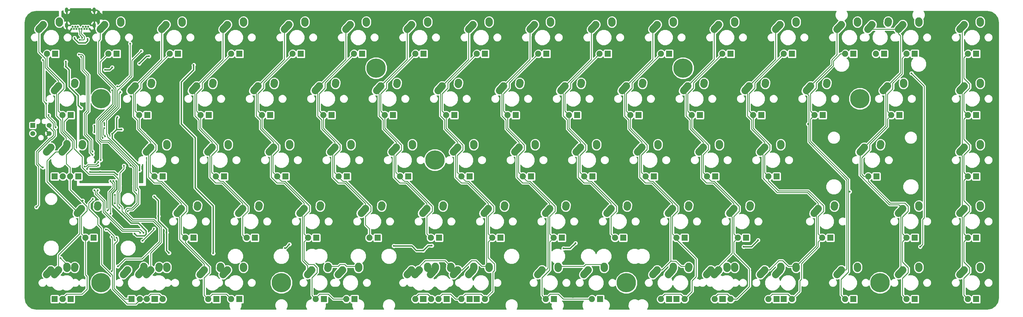
<source format=gtl>
G04 #@! TF.FileFunction,Copper,L1,Top,Signal*
%FSLAX46Y46*%
G04 Gerber Fmt 4.6, Leading zero omitted, Abs format (unit mm)*
G04 Created by KiCad (PCBNEW 4.0.7) date 04/18/18 22:03:47*
%MOMM*%
%LPD*%
G01*
G04 APERTURE LIST*
%ADD10C,0.100000*%
%ADD11C,2.250000*%
%ADD12C,2.250000*%
%ADD13C,1.905000*%
%ADD14R,1.905000X1.905000*%
%ADD15C,1.524000*%
%ADD16R,1.524000X1.524000*%
%ADD17C,0.650000*%
%ADD18O,1.000000X1.600000*%
%ADD19C,6.000000*%
%ADD20C,1.000000*%
%ADD21C,0.600000*%
%ADD22C,0.381000*%
%ADD23C,0.254000*%
G04 APERTURE END LIST*
D10*
D11*
X64412500Y-71700000D02*
X64452500Y-71120000D01*
D12*
X64452500Y-71120000D03*
D11*
X58102500Y-73660000D02*
X59412502Y-72200000D01*
D12*
X59412500Y-72200000D03*
D13*
X60642500Y-81280000D03*
D14*
X63182500Y-81280000D03*
D11*
X78700000Y-52650000D02*
X78740000Y-52070000D01*
D12*
X78740000Y-52070000D03*
D11*
X72390000Y-54610000D02*
X73700002Y-53150000D01*
D12*
X73700000Y-53150000D03*
D13*
X74930000Y-62230000D03*
D14*
X77470000Y-62230000D03*
D11*
X92987500Y-90750000D02*
X93027500Y-90170000D01*
D12*
X93027500Y-90170000D03*
D11*
X86677500Y-92710000D02*
X87987502Y-91250000D01*
D12*
X87987500Y-91250000D03*
D13*
X89217500Y-100330000D03*
D14*
X91757500Y-100330000D03*
D11*
X62031250Y-90750000D02*
X62071250Y-90170000D01*
D12*
X62071250Y-90170000D03*
D11*
X55721250Y-92710000D02*
X57031252Y-91250000D01*
D12*
X57031250Y-91250000D03*
D13*
X60801250Y-100330000D03*
D14*
X58261250Y-100330000D03*
D11*
X297775000Y-71700000D02*
X297815000Y-71120000D01*
D12*
X297815000Y-71120000D03*
D11*
X291465000Y-73660000D02*
X292775002Y-72200000D01*
D12*
X292775000Y-72200000D03*
D13*
X294005000Y-81280000D03*
D14*
X296545000Y-81280000D03*
D11*
X321587500Y-71700000D02*
X321627500Y-71120000D01*
D12*
X321627500Y-71120000D03*
D11*
X315277500Y-73660000D02*
X316587502Y-72200000D01*
D12*
X316587500Y-72200000D03*
D13*
X317817500Y-81280000D03*
D14*
X320357500Y-81280000D03*
D11*
X278725000Y-71700000D02*
X278765000Y-71120000D01*
D12*
X278765000Y-71120000D03*
D11*
X272415000Y-73660000D02*
X273725002Y-72200000D01*
D12*
X273725000Y-72200000D03*
D13*
X274955000Y-81280000D03*
D14*
X277495000Y-81280000D03*
D11*
X102512500Y-109800000D02*
X102552500Y-109220000D01*
D12*
X102552500Y-109220000D03*
D11*
X96202500Y-111760000D02*
X97512502Y-110300000D01*
D12*
X97512500Y-110300000D03*
D13*
X98742500Y-119380000D03*
D14*
X101282500Y-119380000D03*
D11*
X183475000Y-71700000D02*
X183515000Y-71120000D01*
D12*
X183515000Y-71120000D03*
D11*
X177165000Y-73660000D02*
X178475002Y-72200000D01*
D12*
X178475000Y-72200000D03*
D13*
X179705000Y-81280000D03*
D14*
X182245000Y-81280000D03*
D11*
X121562500Y-109800000D02*
X121602500Y-109220000D01*
D12*
X121602500Y-109220000D03*
D11*
X115252500Y-111760000D02*
X116562502Y-110300000D01*
D12*
X116562500Y-110300000D03*
D13*
X117792500Y-119380000D03*
D14*
X120332500Y-119380000D03*
D11*
X107275000Y-71700000D02*
X107315000Y-71120000D01*
D12*
X107315000Y-71120000D03*
D11*
X100965000Y-73660000D02*
X102275002Y-72200000D01*
D12*
X102275000Y-72200000D03*
D13*
X103505000Y-81280000D03*
D14*
X106045000Y-81280000D03*
D11*
X159662500Y-109800000D02*
X159702500Y-109220000D01*
D12*
X159702500Y-109220000D03*
D11*
X153352500Y-111760000D02*
X154662502Y-110300000D01*
D12*
X154662500Y-110300000D03*
D13*
X155892500Y-119380000D03*
D14*
X158432500Y-119380000D03*
D11*
X202525000Y-71700000D02*
X202565000Y-71120000D01*
D12*
X202565000Y-71120000D03*
D11*
X196215000Y-73660000D02*
X197525002Y-72200000D01*
D12*
X197525000Y-72200000D03*
D13*
X198755000Y-81280000D03*
D14*
X201295000Y-81280000D03*
D11*
X164425000Y-71700000D02*
X164465000Y-71120000D01*
D12*
X164465000Y-71120000D03*
D11*
X158115000Y-73660000D02*
X159425002Y-72200000D01*
D12*
X159425000Y-72200000D03*
D13*
X160655000Y-81280000D03*
D14*
X163195000Y-81280000D03*
D11*
X71556250Y-109800000D02*
X71596250Y-109220000D01*
D12*
X71596250Y-109220000D03*
D11*
X65246250Y-111760000D02*
X66556252Y-110300000D01*
D12*
X66556250Y-110300000D03*
D13*
X67786250Y-119380000D03*
D14*
X70326250Y-119380000D03*
D11*
X112037500Y-90750000D02*
X112077500Y-90170000D01*
D12*
X112077500Y-90170000D03*
D11*
X105727500Y-92710000D02*
X107037502Y-91250000D01*
D12*
X107037500Y-91250000D03*
D13*
X108267500Y-100330000D03*
D14*
X110807500Y-100330000D03*
D11*
X145375000Y-71700000D02*
X145415000Y-71120000D01*
D12*
X145415000Y-71120000D03*
D11*
X139065000Y-73660000D02*
X140375002Y-72200000D01*
D12*
X140375000Y-72200000D03*
D13*
X141605000Y-81280000D03*
D14*
X144145000Y-81280000D03*
D11*
X88225000Y-71700000D02*
X88265000Y-71120000D01*
D12*
X88265000Y-71120000D03*
D11*
X81915000Y-73660000D02*
X83225002Y-72200000D01*
D12*
X83225000Y-72200000D03*
D13*
X84455000Y-81280000D03*
D14*
X86995000Y-81280000D03*
D11*
X259675000Y-71700000D02*
X259715000Y-71120000D01*
D12*
X259715000Y-71120000D03*
D11*
X253365000Y-73660000D02*
X254675002Y-72200000D01*
D12*
X254675000Y-72200000D03*
D13*
X255905000Y-81280000D03*
D14*
X258445000Y-81280000D03*
D11*
X240625000Y-71700000D02*
X240665000Y-71120000D01*
D12*
X240665000Y-71120000D03*
D11*
X234315000Y-73660000D02*
X235625002Y-72200000D01*
D12*
X235625000Y-72200000D03*
D13*
X236855000Y-81280000D03*
D14*
X239395000Y-81280000D03*
D11*
X197762500Y-109800000D02*
X197802500Y-109220000D01*
D12*
X197802500Y-109220000D03*
D11*
X191452500Y-111760000D02*
X192762502Y-110300000D01*
D12*
X192762500Y-110300000D03*
D13*
X193992500Y-119380000D03*
D14*
X196532500Y-119380000D03*
D11*
X216812500Y-109800000D02*
X216852500Y-109220000D01*
D12*
X216852500Y-109220000D03*
D11*
X210502500Y-111760000D02*
X211812502Y-110300000D01*
D12*
X211812500Y-110300000D03*
D13*
X213042500Y-119380000D03*
D14*
X215582500Y-119380000D03*
D11*
X245387500Y-90750000D02*
X245427500Y-90170000D01*
D12*
X245427500Y-90170000D03*
D11*
X239077500Y-92710000D02*
X240387502Y-91250000D01*
D12*
X240387500Y-91250000D03*
D13*
X241617500Y-100330000D03*
D14*
X244157500Y-100330000D03*
D11*
X226337500Y-90750000D02*
X226377500Y-90170000D01*
D12*
X226377500Y-90170000D03*
D11*
X220027500Y-92710000D02*
X221337502Y-91250000D01*
D12*
X221337500Y-91250000D03*
D13*
X222567500Y-100330000D03*
D14*
X225107500Y-100330000D03*
D11*
X207287500Y-90750000D02*
X207327500Y-90170000D01*
D12*
X207327500Y-90170000D03*
D11*
X200977500Y-92710000D02*
X202287502Y-91250000D01*
D12*
X202287500Y-91250000D03*
D13*
X203517500Y-100330000D03*
D14*
X206057500Y-100330000D03*
D11*
X221575000Y-71700000D02*
X221615000Y-71120000D01*
D12*
X221615000Y-71120000D03*
D11*
X215265000Y-73660000D02*
X216575002Y-72200000D01*
D12*
X216575000Y-72200000D03*
D13*
X217805000Y-81280000D03*
D14*
X220345000Y-81280000D03*
D11*
X188237500Y-90750000D02*
X188277500Y-90170000D01*
D12*
X188277500Y-90170000D03*
D11*
X181927500Y-92710000D02*
X183237502Y-91250000D01*
D12*
X183237500Y-91250000D03*
D13*
X184467500Y-100330000D03*
D14*
X187007500Y-100330000D03*
D11*
X169187500Y-90750000D02*
X169227500Y-90170000D01*
D12*
X169227500Y-90170000D03*
D11*
X162877500Y-92710000D02*
X164187502Y-91250000D01*
D12*
X164187500Y-91250000D03*
D13*
X165417500Y-100330000D03*
D14*
X167957500Y-100330000D03*
D11*
X150137500Y-90750000D02*
X150177500Y-90170000D01*
D12*
X150177500Y-90170000D03*
D11*
X143827500Y-92710000D02*
X145137502Y-91250000D01*
D12*
X145137500Y-91250000D03*
D13*
X146367500Y-100330000D03*
D14*
X148907500Y-100330000D03*
D11*
X59650000Y-52650000D02*
X59690000Y-52070000D01*
D12*
X59690000Y-52070000D03*
D11*
X53340000Y-54610000D02*
X54650002Y-53150000D01*
D12*
X54650000Y-53150000D03*
D13*
X55880000Y-62230000D03*
D14*
X58420000Y-62230000D03*
D11*
X126325000Y-71700000D02*
X126365000Y-71120000D01*
D12*
X126365000Y-71120000D03*
D11*
X120015000Y-73660000D02*
X121325002Y-72200000D01*
D12*
X121325000Y-72200000D03*
D13*
X122555000Y-81280000D03*
D14*
X125095000Y-81280000D03*
D11*
X307300000Y-52650000D02*
X307340000Y-52070000D01*
D12*
X307340000Y-52070000D03*
D11*
X300990000Y-54610000D02*
X302300002Y-53150000D01*
D12*
X302300000Y-53150000D03*
D13*
X303530000Y-62230000D03*
D14*
X306070000Y-62230000D03*
D11*
X131087500Y-90750000D02*
X131127500Y-90170000D01*
D12*
X131127500Y-90170000D03*
D11*
X124777500Y-92710000D02*
X126087502Y-91250000D01*
D12*
X126087500Y-91250000D03*
D13*
X127317500Y-100330000D03*
D14*
X129857500Y-100330000D03*
D11*
X66793750Y-90750000D02*
X66833750Y-90170000D01*
D12*
X66833750Y-90170000D03*
D11*
X60483750Y-92710000D02*
X61793752Y-91250000D01*
D12*
X61793750Y-91250000D03*
D13*
X63023750Y-100330000D03*
D14*
X65563750Y-100330000D03*
D11*
X140612500Y-109800000D02*
X140652500Y-109220000D01*
D12*
X140652500Y-109220000D03*
D11*
X134302500Y-111760000D02*
X135612502Y-110300000D01*
D12*
X135612500Y-110300000D03*
D13*
X136842500Y-119380000D03*
D14*
X139382500Y-119380000D03*
D11*
X326350000Y-52650000D02*
X326390000Y-52070000D01*
D12*
X326390000Y-52070000D03*
D11*
X320040000Y-54610000D02*
X321350002Y-53150000D01*
D12*
X321350000Y-53150000D03*
D13*
X322580000Y-62230000D03*
D14*
X325120000Y-62230000D03*
D11*
X316825000Y-52650000D02*
X316865000Y-52070000D01*
D12*
X316865000Y-52070000D03*
D11*
X310515000Y-54610000D02*
X311825002Y-53150000D01*
D12*
X311825000Y-53150000D03*
D13*
X313055000Y-62230000D03*
D14*
X315595000Y-62230000D03*
D11*
X178712500Y-109800000D02*
X178752500Y-109220000D01*
D12*
X178752500Y-109220000D03*
D11*
X172402500Y-111760000D02*
X173712502Y-110300000D01*
D12*
X173712500Y-110300000D03*
D13*
X174942500Y-119380000D03*
D14*
X177482500Y-119380000D03*
D11*
X288250000Y-52650000D02*
X288290000Y-52070000D01*
D12*
X288290000Y-52070000D03*
D11*
X281940000Y-54610000D02*
X283250002Y-53150000D01*
D12*
X283250000Y-53150000D03*
D13*
X284480000Y-62230000D03*
D14*
X287020000Y-62230000D03*
D11*
X264437500Y-90750000D02*
X264477500Y-90170000D01*
D12*
X264477500Y-90170000D03*
D11*
X258127500Y-92710000D02*
X259437502Y-91250000D01*
D12*
X259437500Y-91250000D03*
D13*
X260667500Y-100330000D03*
D14*
X263207500Y-100330000D03*
D11*
X254912500Y-109800000D02*
X254952500Y-109220000D01*
D12*
X254952500Y-109220000D03*
D11*
X248602500Y-111760000D02*
X249912502Y-110300000D01*
D12*
X249912500Y-110300000D03*
D13*
X251142500Y-119380000D03*
D14*
X253682500Y-119380000D03*
D11*
X269200000Y-52650000D02*
X269240000Y-52070000D01*
D12*
X269240000Y-52070000D03*
D11*
X262890000Y-54610000D02*
X264200002Y-53150000D01*
D12*
X264200000Y-53150000D03*
D13*
X265430000Y-62230000D03*
D14*
X267970000Y-62230000D03*
D11*
X235862500Y-109800000D02*
X235902500Y-109220000D01*
D12*
X235902500Y-109220000D03*
D11*
X229552500Y-111760000D02*
X230862502Y-110300000D01*
D12*
X230862500Y-110300000D03*
D13*
X232092500Y-119380000D03*
D14*
X234632500Y-119380000D03*
D11*
X231100000Y-52650000D02*
X231140000Y-52070000D01*
D12*
X231140000Y-52070000D03*
D11*
X224790000Y-54610000D02*
X226100002Y-53150000D01*
D12*
X226100000Y-53150000D03*
D13*
X227330000Y-62230000D03*
D14*
X229870000Y-62230000D03*
D11*
X212050000Y-52650000D02*
X212090000Y-52070000D01*
D12*
X212090000Y-52070000D03*
D11*
X205740000Y-54610000D02*
X207050002Y-53150000D01*
D12*
X207050000Y-53150000D03*
D13*
X208280000Y-62230000D03*
D14*
X210820000Y-62230000D03*
D11*
X193000000Y-52650000D02*
X193040000Y-52070000D01*
D12*
X193040000Y-52070000D03*
D11*
X186690000Y-54610000D02*
X188000002Y-53150000D01*
D12*
X188000000Y-53150000D03*
D13*
X189230000Y-62230000D03*
D14*
X191770000Y-62230000D03*
D11*
X173950000Y-52650000D02*
X173990000Y-52070000D01*
D12*
X173990000Y-52070000D03*
D11*
X167640000Y-54610000D02*
X168950002Y-53150000D01*
D12*
X168950000Y-53150000D03*
D13*
X170180000Y-62230000D03*
D14*
X172720000Y-62230000D03*
D11*
X154900000Y-52650000D02*
X154940000Y-52070000D01*
D12*
X154940000Y-52070000D03*
D11*
X148590000Y-54610000D02*
X149900002Y-53150000D01*
D12*
X149900000Y-53150000D03*
D13*
X151130000Y-62230000D03*
D14*
X153670000Y-62230000D03*
D11*
X135850000Y-52650000D02*
X135890000Y-52070000D01*
D12*
X135890000Y-52070000D03*
D11*
X129540000Y-54610000D02*
X130850002Y-53150000D01*
D12*
X130850000Y-53150000D03*
D13*
X132080000Y-62230000D03*
D14*
X134620000Y-62230000D03*
D11*
X116800000Y-52650000D02*
X116840000Y-52070000D01*
D12*
X116840000Y-52070000D03*
D11*
X110490000Y-54610000D02*
X111800002Y-53150000D01*
D12*
X111800000Y-53150000D03*
D13*
X113030000Y-62230000D03*
D14*
X115570000Y-62230000D03*
D11*
X97750000Y-52650000D02*
X97790000Y-52070000D01*
D12*
X97790000Y-52070000D03*
D11*
X91440000Y-54610000D02*
X92750002Y-53150000D01*
D12*
X92750000Y-53150000D03*
D13*
X93980000Y-62230000D03*
D14*
X96520000Y-62230000D03*
D11*
X250150000Y-52650000D02*
X250190000Y-52070000D01*
D12*
X250190000Y-52070000D03*
D11*
X243840000Y-54610000D02*
X245150002Y-53150000D01*
D12*
X245150000Y-53150000D03*
D13*
X246380000Y-62230000D03*
D14*
X248920000Y-62230000D03*
D11*
X283487500Y-90750000D02*
X283527500Y-90170000D01*
D12*
X283527500Y-90170000D03*
D11*
X277177500Y-92710000D02*
X278487502Y-91250000D01*
D12*
X278487500Y-91250000D03*
D13*
X279717500Y-100330000D03*
D14*
X282257500Y-100330000D03*
D11*
X273962500Y-109800000D02*
X274002500Y-109220000D01*
D12*
X274002500Y-109220000D03*
D11*
X267652500Y-111760000D02*
X268962502Y-110300000D01*
D12*
X268962500Y-110300000D03*
D13*
X270192500Y-119380000D03*
D14*
X272732500Y-119380000D03*
D11*
X326350000Y-128850000D02*
X326390000Y-128270000D01*
D12*
X326390000Y-128270000D03*
D11*
X320040000Y-130810000D02*
X321350002Y-129350000D01*
D12*
X321350000Y-129350000D03*
D13*
X322580000Y-138430000D03*
D14*
X325120000Y-138430000D03*
D11*
X345400000Y-52650000D02*
X345440000Y-52070000D01*
D12*
X345440000Y-52070000D03*
D11*
X339090000Y-54610000D02*
X340400002Y-53150000D01*
D12*
X340400000Y-53150000D03*
D13*
X341630000Y-62230000D03*
D14*
X344170000Y-62230000D03*
D11*
X345400000Y-71700000D02*
X345440000Y-71120000D01*
D12*
X345440000Y-71120000D03*
D11*
X339090000Y-73660000D02*
X340400002Y-72200000D01*
D12*
X340400000Y-72200000D03*
D13*
X341630000Y-81280000D03*
D14*
X344170000Y-81280000D03*
D11*
X345400000Y-90750000D02*
X345440000Y-90170000D01*
D12*
X345440000Y-90170000D03*
D11*
X339090000Y-92710000D02*
X340400002Y-91250000D01*
D12*
X340400000Y-91250000D03*
D13*
X341630000Y-100330000D03*
D14*
X344170000Y-100330000D03*
D11*
X345400000Y-109800000D02*
X345440000Y-109220000D01*
D12*
X345440000Y-109220000D03*
D11*
X339090000Y-111760000D02*
X340400002Y-110300000D01*
D12*
X340400000Y-110300000D03*
D13*
X341630000Y-119380000D03*
D14*
X344170000Y-119380000D03*
D11*
X307300000Y-128850000D02*
X307340000Y-128270000D01*
D12*
X307340000Y-128270000D03*
D11*
X300990000Y-130810000D02*
X302300002Y-129350000D01*
D12*
X302300000Y-129350000D03*
D13*
X303530000Y-138430000D03*
D14*
X306070000Y-138430000D03*
D11*
X64412500Y-128850000D02*
X64452500Y-128270000D01*
D12*
X64452500Y-128270000D03*
D11*
X58102500Y-130810000D02*
X59412502Y-129350000D01*
D12*
X59412500Y-129350000D03*
D13*
X60642500Y-138430000D03*
D14*
X63182500Y-138430000D03*
D11*
X90606250Y-128850000D02*
X90646250Y-128270000D01*
D12*
X90646250Y-128270000D03*
D11*
X84296250Y-130810000D02*
X85606252Y-129350000D01*
D12*
X85606250Y-129350000D03*
D13*
X86836250Y-138430000D03*
D14*
X89376250Y-138430000D03*
D11*
X109656250Y-128850000D02*
X109696250Y-128270000D01*
D12*
X109696250Y-128270000D03*
D11*
X103346250Y-130810000D02*
X104656252Y-129350000D01*
D12*
X104656250Y-129350000D03*
D13*
X105886250Y-138430000D03*
D14*
X108426250Y-138430000D03*
D11*
X116800000Y-128850000D02*
X116840000Y-128270000D01*
D12*
X116840000Y-128270000D03*
D11*
X110490000Y-130810000D02*
X111800002Y-129350000D01*
D12*
X111800000Y-129350000D03*
D13*
X113030000Y-138430000D03*
D14*
X115570000Y-138430000D03*
D11*
X345400000Y-128850000D02*
X345440000Y-128270000D01*
D12*
X345440000Y-128270000D03*
D11*
X339090000Y-130810000D02*
X340400002Y-129350000D01*
D12*
X340400000Y-129350000D03*
D13*
X341630000Y-138430000D03*
D14*
X344170000Y-138430000D03*
D11*
X326350000Y-109800000D02*
X326390000Y-109220000D01*
D12*
X326390000Y-109220000D03*
D11*
X320040000Y-111760000D02*
X321350002Y-110300000D01*
D12*
X321350000Y-110300000D03*
D13*
X322580000Y-119380000D03*
D14*
X325120000Y-119380000D03*
D11*
X300156250Y-109800000D02*
X300196250Y-109220000D01*
D12*
X300196250Y-109220000D03*
D11*
X293846250Y-111760000D02*
X295156252Y-110300000D01*
D12*
X295156250Y-110300000D03*
D13*
X296386250Y-119380000D03*
D14*
X298926250Y-119380000D03*
D11*
X188237500Y-128850000D02*
X188277500Y-128270000D01*
D12*
X188277500Y-128270000D03*
D11*
X181927500Y-130810000D02*
X183237502Y-129350000D01*
D12*
X183237500Y-129350000D03*
D13*
X184467500Y-138430000D03*
D14*
X187007500Y-138430000D03*
D11*
X250150000Y-128850000D02*
X250190000Y-128270000D01*
D12*
X250190000Y-128270000D03*
D11*
X243840000Y-130810000D02*
X245150002Y-129350000D01*
D12*
X245150000Y-129350000D03*
D13*
X246380000Y-138430000D03*
D14*
X248920000Y-138430000D03*
D11*
X266818750Y-128850000D02*
X266858750Y-128270000D01*
D12*
X266858750Y-128270000D03*
D11*
X260508750Y-130810000D02*
X261818752Y-129350000D01*
D12*
X261818750Y-129350000D03*
D13*
X263048750Y-138430000D03*
D14*
X265588750Y-138430000D03*
D11*
X283487500Y-128850000D02*
X283527500Y-128270000D01*
D12*
X283527500Y-128270000D03*
D11*
X277177500Y-130810000D02*
X278487502Y-129350000D01*
D12*
X278487500Y-129350000D03*
D13*
X279717500Y-138430000D03*
D14*
X282257500Y-138430000D03*
D15*
X51435000Y-86995000D03*
X56515000Y-86995000D03*
D16*
X51435000Y-84455000D03*
D15*
X56515000Y-84455000D03*
D11*
X62031250Y-128850000D02*
X62071250Y-128270000D01*
D12*
X62071250Y-128270000D03*
D11*
X55721250Y-130810000D02*
X57031252Y-129350000D01*
D12*
X57031250Y-129350000D03*
D13*
X60801250Y-138430000D03*
D14*
X58261250Y-138430000D03*
D11*
X92987500Y-128850000D02*
X93027500Y-128270000D01*
D12*
X93027500Y-128270000D03*
D11*
X86677500Y-130810000D02*
X87987502Y-129350000D01*
D12*
X87987500Y-129350000D03*
D13*
X91757500Y-138430000D03*
D14*
X89217500Y-138430000D03*
D11*
X142993750Y-128850000D02*
X143033750Y-128270000D01*
D12*
X143033750Y-128270000D03*
D11*
X136683750Y-130810000D02*
X137993752Y-129350000D01*
D12*
X137993750Y-129350000D03*
D13*
X139223750Y-138430000D03*
D14*
X141763750Y-138430000D03*
D11*
X173950000Y-128850000D02*
X173990000Y-128270000D01*
D12*
X173990000Y-128270000D03*
D11*
X167640000Y-130810000D02*
X168950002Y-129350000D01*
D12*
X168950000Y-129350000D03*
D13*
X170180000Y-138430000D03*
D14*
X172720000Y-138430000D03*
D11*
X181093750Y-128850000D02*
X181133750Y-128270000D01*
D12*
X181133750Y-128270000D03*
D11*
X174783750Y-130810000D02*
X176093752Y-129350000D01*
D12*
X176093750Y-129350000D03*
D13*
X177323750Y-138430000D03*
D14*
X179863750Y-138430000D03*
D11*
X214431250Y-128850000D02*
X214471250Y-128270000D01*
D12*
X214471250Y-128270000D03*
D11*
X208121250Y-130810000D02*
X209431252Y-129350000D01*
D12*
X209431250Y-129350000D03*
D13*
X210661250Y-138430000D03*
D14*
X213201250Y-138430000D03*
D11*
X152518750Y-128850000D02*
X152558750Y-128270000D01*
D12*
X152558750Y-128270000D03*
D11*
X146208750Y-130810000D02*
X147518752Y-129350000D01*
D12*
X147518750Y-129350000D03*
D13*
X148748750Y-138430000D03*
D14*
X151288750Y-138430000D03*
D11*
X228718750Y-128850000D02*
X228758750Y-128270000D01*
D12*
X228758750Y-128270000D03*
D11*
X222408750Y-130810000D02*
X223718752Y-129350000D01*
D12*
X223718750Y-129350000D03*
D13*
X224948750Y-138430000D03*
D14*
X227488750Y-138430000D03*
D11*
X314443750Y-90750000D02*
X314483750Y-90170000D01*
D12*
X314483750Y-90170000D03*
D11*
X308133750Y-92710000D02*
X309443752Y-91250000D01*
D12*
X309443750Y-91250000D03*
D13*
X310673750Y-100330000D03*
D14*
X313213750Y-100330000D03*
D11*
X85843750Y-128850000D02*
X85883750Y-128270000D01*
D12*
X85883750Y-128270000D03*
D11*
X79533750Y-130810000D02*
X80843752Y-129350000D01*
D12*
X80843750Y-129350000D03*
D13*
X84613750Y-138430000D03*
D14*
X82073750Y-138430000D03*
D11*
X254912500Y-128850000D02*
X254952500Y-128270000D01*
D12*
X254952500Y-128270000D03*
D11*
X248602500Y-130810000D02*
X249912502Y-129350000D01*
D12*
X249912500Y-129350000D03*
D13*
X253682500Y-138430000D03*
D14*
X251142500Y-138430000D03*
D11*
X269200000Y-128850000D02*
X269240000Y-128270000D01*
D12*
X269240000Y-128270000D03*
D11*
X262890000Y-130810000D02*
X264200002Y-129350000D01*
D12*
X264200000Y-129350000D03*
D13*
X267970000Y-138430000D03*
D14*
X265430000Y-138430000D03*
D11*
X288250000Y-128850000D02*
X288290000Y-128270000D01*
D12*
X288290000Y-128270000D03*
D11*
X281940000Y-130810000D02*
X283250002Y-129350000D01*
D12*
X283250000Y-129350000D03*
D13*
X287020000Y-138430000D03*
D14*
X284480000Y-138430000D03*
D11*
X176331250Y-128850000D02*
X176371250Y-128270000D01*
D12*
X176371250Y-128270000D03*
D11*
X170021250Y-130810000D02*
X171331252Y-129350000D01*
D12*
X171331250Y-129350000D03*
D13*
X175101250Y-138430000D03*
D14*
X172561250Y-138430000D03*
D11*
X193000000Y-128850000D02*
X193040000Y-128270000D01*
D12*
X193040000Y-128270000D03*
D11*
X186690000Y-130810000D02*
X188000002Y-129350000D01*
D12*
X188000000Y-129350000D03*
D13*
X191770000Y-138430000D03*
D14*
X189230000Y-138430000D03*
D17*
X69037600Y-54530000D03*
X68637600Y-53830000D03*
X68237600Y-54530000D03*
X67837600Y-53830000D03*
X67437600Y-54530000D03*
X67037600Y-53830000D03*
X66637600Y-54530000D03*
X65837600Y-54530000D03*
X65437600Y-53820000D03*
X65037600Y-54530000D03*
X64637600Y-53830000D03*
X63837600Y-53830000D03*
X63437600Y-54530000D03*
X64237600Y-54530000D03*
D18*
X70507600Y-53380000D03*
X70507600Y-48650000D03*
X61967600Y-53380000D03*
X61967600Y-48650000D03*
D19*
X72622500Y-133340000D03*
D20*
X72622500Y-131590000D03*
X73872500Y-131590000D03*
X71372500Y-131590000D03*
X72622500Y-135090000D03*
X73872500Y-135090000D03*
X71372500Y-135090000D03*
D19*
X72622500Y-76200000D03*
D20*
X72622500Y-74200000D03*
X74122500Y-74700000D03*
X71122500Y-74700000D03*
X72622500Y-78200000D03*
X74122500Y-77700000D03*
X71122500Y-77700000D03*
X74622500Y-76200000D03*
X70622500Y-76200000D03*
D19*
X176212500Y-95250000D03*
D20*
X176212500Y-93500000D03*
X177462500Y-93500000D03*
X174962500Y-93500000D03*
X176212500Y-97000000D03*
X177462500Y-97000000D03*
X174962500Y-97000000D03*
D19*
X235602500Y-133350000D03*
D20*
X235602500Y-131600000D03*
X236852500Y-131600000D03*
X234352500Y-131600000D03*
X235602500Y-135100000D03*
X236852500Y-135100000D03*
X234352500Y-135100000D03*
D19*
X314342500Y-133350000D03*
D20*
X314342500Y-131600000D03*
X315592500Y-131600000D03*
X313092500Y-131600000D03*
X314342500Y-135100000D03*
X315592500Y-135100000D03*
X313092500Y-135100000D03*
D19*
X308072500Y-76200000D03*
D20*
X308072500Y-74450000D03*
X309322500Y-74450000D03*
X306822500Y-74450000D03*
X308072500Y-77950000D03*
X309322500Y-77950000D03*
X306822500Y-77950000D03*
D19*
X128587500Y-133350000D03*
D20*
X128587500Y-131350000D03*
X130087500Y-131850000D03*
X127087500Y-131850000D03*
X128587500Y-135350000D03*
X130087500Y-134850000D03*
X127087500Y-134850000D03*
X130587500Y-133350000D03*
X126587500Y-133350000D03*
D19*
X157956250Y-66675000D03*
D20*
X157956250Y-64675000D03*
X159456250Y-65175000D03*
X156456250Y-65175000D03*
X157956250Y-68675000D03*
X159456250Y-68175000D03*
X156456250Y-68175000D03*
X159956250Y-66675000D03*
X155956250Y-66675000D03*
D19*
X253206250Y-66675000D03*
D20*
X253206250Y-64675000D03*
X254706250Y-65175000D03*
X251706250Y-65175000D03*
X253206250Y-68675000D03*
X254706250Y-68175000D03*
X251706250Y-68175000D03*
X255206250Y-66675000D03*
X251206250Y-66675000D03*
D21*
X77724000Y-81915000D03*
X70612000Y-86614000D03*
X70612000Y-84582000D03*
X77724000Y-99822000D03*
X78994000Y-85725000D03*
X77343000Y-101727000D03*
X83058000Y-118110000D03*
X84582000Y-98425000D03*
X84582000Y-96774000D03*
X69215000Y-98933000D03*
X72390000Y-98933000D03*
X76073000Y-87122000D03*
X73660000Y-83693000D03*
X277876000Y-134874000D03*
X60198000Y-59817000D03*
X70866000Y-67945000D03*
X70866000Y-70485000D03*
X154051000Y-68453000D03*
X275844000Y-62230000D03*
X162941000Y-62230000D03*
X208153000Y-135001000D03*
X234061000Y-129159000D03*
X219075000Y-137795000D03*
X175514000Y-89408000D03*
X69850000Y-73660000D03*
X69088000Y-83947000D03*
X70231000Y-79756000D03*
X64389000Y-122809000D03*
X263271000Y-119380000D03*
X279654000Y-125222000D03*
X66294000Y-87376000D03*
X78613000Y-80264000D03*
X63627000Y-57912000D03*
X64262000Y-60833000D03*
X84201000Y-92329000D03*
X100806250Y-92868750D03*
X195326000Y-91059000D03*
X84931250Y-100012500D03*
X69088000Y-104648000D03*
X65786000Y-105029000D03*
X68262500Y-100806250D03*
X81661000Y-100806250D03*
X309626000Y-60833000D03*
X100076000Y-100330000D03*
X95250000Y-81280000D03*
X119126000Y-100330000D03*
X114300000Y-81280000D03*
X138176000Y-100330000D03*
X133350000Y-81280000D03*
X157226000Y-100330000D03*
X152400000Y-81280000D03*
X80137000Y-105156000D03*
X182118000Y-135001000D03*
X178689000Y-130683000D03*
X178689000Y-127254000D03*
X274574000Y-129413000D03*
X307975000Y-106045000D03*
X304800000Y-81280000D03*
X310388000Y-67818000D03*
X176276000Y-100330000D03*
X171450000Y-81280000D03*
X195326000Y-100330000D03*
X190500000Y-81280000D03*
X214376000Y-100330000D03*
X209550000Y-81280000D03*
X233426000Y-100330000D03*
X228600000Y-81280000D03*
X252476000Y-100330000D03*
X247650000Y-81280000D03*
X271526000Y-100330000D03*
X266700000Y-81280000D03*
X285750000Y-81280000D03*
X290576000Y-100330000D03*
X74041000Y-100838000D03*
X78359000Y-97282000D03*
X77470000Y-113411000D03*
X242443000Y-119253000D03*
X219075000Y-139573000D03*
X217805000Y-129540000D03*
X164084000Y-137795000D03*
X145288000Y-139192000D03*
X145288000Y-137668000D03*
X123063000Y-139065000D03*
X61341000Y-103505000D03*
X74041000Y-97663000D03*
X81661000Y-98425000D03*
X165862000Y-127381000D03*
X163449000Y-120777000D03*
X126492000Y-119380000D03*
X78994000Y-84328000D03*
X95250000Y-126111000D03*
X56134000Y-69596000D03*
X57404000Y-81788000D03*
X89154000Y-105537000D03*
X92964000Y-115443000D03*
X200914000Y-62230000D03*
X89789000Y-63373000D03*
X53975000Y-82042000D03*
X89916000Y-120142000D03*
X78994000Y-118999000D03*
X110871000Y-125857000D03*
X119761000Y-127254000D03*
X80137000Y-66675000D03*
X128905000Y-69469000D03*
X289941000Y-67564000D03*
X80137000Y-61849000D03*
X219837000Y-121031000D03*
X61722000Y-66167000D03*
X66421000Y-79121000D03*
X107442000Y-124206000D03*
X101346000Y-65659000D03*
X131064000Y-121412000D03*
X129667000Y-122555000D03*
X93726000Y-124079000D03*
X163449000Y-121920000D03*
X172593000Y-123317000D03*
X92964000Y-117729000D03*
X89154000Y-106553000D03*
X90424000Y-112649000D03*
X73914000Y-67183000D03*
X76073000Y-66421000D03*
X61722000Y-64643000D03*
X175260000Y-121793000D03*
X216154000Y-122682000D03*
X272034000Y-122174000D03*
X276479000Y-120142000D03*
X84455000Y-65278000D03*
X87503000Y-62992000D03*
X68453000Y-57658000D03*
X64389000Y-57277000D03*
X52578000Y-109855000D03*
X81788000Y-96901000D03*
X79756000Y-97028000D03*
X77851000Y-128270000D03*
X72517000Y-95250000D03*
X76073000Y-73533000D03*
X75946000Y-129794000D03*
X75946000Y-119126000D03*
X75565000Y-111887000D03*
X76454000Y-101727000D03*
X74168000Y-116840000D03*
X76962000Y-120142000D03*
X74676000Y-110871000D03*
X75565000Y-101727000D03*
X68326000Y-98044000D03*
X71755000Y-96901000D03*
X77724000Y-72390000D03*
X81661000Y-59055000D03*
X54610000Y-97536000D03*
X54610000Y-64135000D03*
X67564000Y-97282000D03*
X71755000Y-95885000D03*
X55626000Y-77724000D03*
X66421000Y-63119000D03*
X66802000Y-57277000D03*
X69977000Y-93599000D03*
X65786000Y-62484000D03*
X66040000Y-57912000D03*
X69977000Y-92583000D03*
X58547000Y-85090000D03*
X73660000Y-85344000D03*
X73914000Y-87884000D03*
X56388000Y-81280000D03*
X291973000Y-84074000D03*
X73152000Y-88392000D03*
X85090000Y-61341000D03*
X326771000Y-122174000D03*
X324104000Y-68326000D03*
X71628000Y-104648000D03*
X85852000Y-117856000D03*
X70612000Y-104648000D03*
X84836000Y-117856000D03*
X89027000Y-116586000D03*
X85471000Y-120269000D03*
X78613000Y-74168000D03*
X80899000Y-111125000D03*
X76962000Y-106045000D03*
X76962000Y-108712000D03*
X78359000Y-110109000D03*
X77470000Y-119380000D03*
X83566000Y-104648000D03*
X70104000Y-107315000D03*
X66929000Y-107823000D03*
X304927000Y-105029000D03*
X60071000Y-125730000D03*
D22*
X83058000Y-118110000D02*
X83693000Y-118745000D01*
X83693000Y-118745000D02*
X86106000Y-118745000D01*
X86106000Y-118745000D02*
X86614000Y-118237000D01*
X86614000Y-118237000D02*
X86614000Y-117221000D01*
X86614000Y-117221000D02*
X84201000Y-114808000D01*
X84201000Y-114808000D02*
X81915000Y-114808000D01*
X81915000Y-114808000D02*
X76200000Y-109093000D01*
X76200000Y-109093000D02*
X76200000Y-105537000D01*
X76200000Y-105537000D02*
X77470000Y-104267000D01*
X77470000Y-104267000D02*
X77470000Y-101854000D01*
X77470000Y-101854000D02*
X77343000Y-101727000D01*
X76073000Y-87122000D02*
X76073000Y-88519000D01*
X76073000Y-88519000D02*
X84328000Y-96774000D01*
X84328000Y-96774000D02*
X84582000Y-96774000D01*
X77470000Y-85725000D02*
X76073000Y-87122000D01*
X78994000Y-85725000D02*
X77470000Y-85725000D01*
X77470000Y-85725000D02*
X77470000Y-82169000D01*
X77470000Y-82169000D02*
X77724000Y-81915000D01*
X72390000Y-98933000D02*
X76708000Y-98933000D01*
X77597000Y-99822000D02*
X76708000Y-98933000D01*
X77724000Y-99822000D02*
X77597000Y-99822000D01*
X70612000Y-84582000D02*
X70612000Y-86614000D01*
X84582000Y-96774000D02*
X84582000Y-98425000D01*
X69215000Y-98933000D02*
X72390000Y-98933000D01*
X275336000Y-134874000D02*
X277876000Y-134874000D01*
X274574000Y-134112000D02*
X275336000Y-134874000D01*
X274574000Y-129413000D02*
X274574000Y-134112000D01*
X70507600Y-53380000D02*
X70507600Y-48650000D01*
X60960000Y-59817000D02*
X60198000Y-59817000D01*
X67437000Y-59817000D02*
X70866000Y-63246000D01*
X70866000Y-63246000D02*
X70866000Y-66675000D01*
X70866000Y-66675000D02*
X70866000Y-67945000D01*
X70866000Y-70485000D02*
X70866000Y-67945000D01*
X70866000Y-71374000D02*
X70866000Y-72009000D01*
X70866000Y-71374000D02*
X70866000Y-70485000D01*
X175514000Y-89408000D02*
X170180000Y-94742000D01*
X170180000Y-94742000D02*
X170180000Y-96647000D01*
X170180000Y-96647000D02*
X173863000Y-100330000D01*
X173863000Y-100330000D02*
X176276000Y-100330000D01*
X154813000Y-81280000D02*
X154813000Y-70485000D01*
X154051000Y-68453000D02*
X154813000Y-69215000D01*
X154813000Y-69215000D02*
X154813000Y-70485000D01*
X275844000Y-60706000D02*
X275844000Y-62230000D01*
X162941000Y-49530000D02*
X133350000Y-49530000D01*
X180594000Y-49530000D02*
X162941000Y-49530000D01*
X162941000Y-49530000D02*
X162941000Y-62230000D01*
X304038000Y-74803000D02*
X310388000Y-68453000D01*
X310388000Y-68453000D02*
X310388000Y-67818000D01*
X304038000Y-78486000D02*
X304038000Y-74803000D01*
X304800000Y-79248000D02*
X304038000Y-78486000D01*
X304800000Y-81280000D02*
X304800000Y-79248000D01*
X205232000Y-134493000D02*
X205740000Y-135001000D01*
X205740000Y-135001000D02*
X208153000Y-135001000D01*
X205232000Y-110871000D02*
X205232000Y-134493000D01*
X195326000Y-100965000D02*
X205232000Y-110871000D01*
X195326000Y-100330000D02*
X195326000Y-100965000D01*
X232664000Y-129159000D02*
X234188000Y-127635000D01*
X229743000Y-132080000D02*
X232664000Y-129159000D01*
X232664000Y-129159000D02*
X234061000Y-129159000D01*
X219075000Y-137414000D02*
X219075000Y-137795000D01*
X171450000Y-81280000D02*
X171450000Y-85344000D01*
X171450000Y-85344000D02*
X175514000Y-89408000D01*
X70866000Y-72009000D02*
X70866000Y-72644000D01*
X70866000Y-72644000D02*
X69850000Y-73660000D01*
X70231000Y-79756000D02*
X70231000Y-82804000D01*
X70231000Y-82804000D02*
X69088000Y-83947000D01*
X78994000Y-80264000D02*
X78994000Y-75311000D01*
X78994000Y-75311000D02*
X79883000Y-74422000D01*
X79883000Y-74422000D02*
X79883000Y-72517000D01*
X79883000Y-72517000D02*
X82931000Y-69469000D01*
X82931000Y-69469000D02*
X82931000Y-65024000D01*
X86233000Y-61722000D02*
X86233000Y-59817000D01*
X82931000Y-65024000D02*
X86233000Y-61722000D01*
X263271000Y-112776000D02*
X263271000Y-119380000D01*
X280924000Y-122047000D02*
X278765000Y-124206000D01*
X278765000Y-124206000D02*
X274574000Y-128397000D01*
X279654000Y-125222000D02*
X279654000Y-125095000D01*
X279654000Y-125095000D02*
X278765000Y-124206000D01*
X219075000Y-137414000D02*
X222504000Y-137414000D01*
X222504000Y-137414000D02*
X223647000Y-136271000D01*
X223647000Y-136271000D02*
X227711000Y-136271000D01*
X229743000Y-134239000D02*
X229743000Y-132080000D01*
X227711000Y-136271000D02*
X229743000Y-134239000D01*
X234188000Y-127635000D02*
X234188000Y-123825000D01*
X234188000Y-123825000D02*
X238760000Y-119253000D01*
X238760000Y-119253000D02*
X242443000Y-119253000D01*
X78994000Y-81407000D02*
X78994000Y-80264000D01*
X78613000Y-80264000D02*
X78994000Y-80264000D01*
X69596000Y-56134000D02*
X70507600Y-55222400D01*
X70507600Y-55222400D02*
X70507600Y-53380000D01*
X69596000Y-58547000D02*
X69596000Y-56134000D01*
X69596000Y-58547000D02*
X68326000Y-59817000D01*
X73533000Y-50800000D02*
X76581000Y-50800000D01*
X70507600Y-48650000D02*
X71383000Y-48650000D01*
X71383000Y-48650000D02*
X73533000Y-50800000D01*
X68326000Y-59817000D02*
X67437000Y-59817000D01*
X60960000Y-59817000D02*
X64262000Y-59817000D01*
X64262000Y-59817000D02*
X67437000Y-59817000D01*
X64262000Y-60833000D02*
X64262000Y-59817000D01*
X81407000Y-86741000D02*
X84201000Y-89535000D01*
X84201000Y-89535000D02*
X84201000Y-92329000D01*
X78994000Y-84328000D02*
X81407000Y-86741000D01*
X252095000Y-62738000D02*
X247650000Y-67183000D01*
X247650000Y-67183000D02*
X247650000Y-70866000D01*
X256540000Y-61976000D02*
X255778000Y-62738000D01*
X255778000Y-62738000D02*
X252095000Y-62738000D01*
X304800000Y-81280000D02*
X304800000Y-99060000D01*
X100076000Y-92868750D02*
X100806250Y-92868750D01*
X100076000Y-89027000D02*
X100076000Y-92868750D01*
X252476000Y-101981000D02*
X263271000Y-112776000D01*
X252476000Y-100330000D02*
X252476000Y-101981000D01*
X171450000Y-81280000D02*
X171450000Y-82423000D01*
X195326000Y-91059000D02*
X190500000Y-86233000D01*
X198120000Y-93853000D02*
X195326000Y-91059000D01*
X195326000Y-100330000D02*
X198120000Y-97536000D01*
X198120000Y-97536000D02*
X198120000Y-93853000D01*
X190500000Y-86233000D02*
X190500000Y-81280000D01*
X93599000Y-84201000D02*
X85344000Y-84201000D01*
X95250000Y-82550000D02*
X93599000Y-84201000D01*
X95250000Y-81280000D02*
X95250000Y-82550000D01*
X88646000Y-79121000D02*
X84836000Y-79121000D01*
X90805000Y-81280000D02*
X88646000Y-79121000D01*
X95250000Y-81280000D02*
X90805000Y-81280000D01*
X100076000Y-92868750D02*
X100076000Y-100330000D01*
X65786000Y-105029000D02*
X66167000Y-104648000D01*
X66167000Y-104648000D02*
X69088000Y-104648000D01*
X74041000Y-100838000D02*
X68294250Y-100838000D01*
X68294250Y-100838000D02*
X68262500Y-100806250D01*
X81661000Y-100806250D02*
X81661000Y-103632000D01*
X81661000Y-98425000D02*
X81661000Y-100806250D01*
X80518000Y-55499000D02*
X81915000Y-55499000D01*
X81915000Y-55499000D02*
X86233000Y-59817000D01*
X79756000Y-56261000D02*
X80518000Y-55499000D01*
X79629000Y-56261000D02*
X79756000Y-56261000D01*
X310388000Y-67818000D02*
X310388000Y-61595000D01*
X309626000Y-60833000D02*
X310388000Y-61595000D01*
X95250000Y-84201000D02*
X100076000Y-89027000D01*
X95250000Y-81280000D02*
X95250000Y-84201000D01*
X103124000Y-62865000D02*
X95250000Y-70739000D01*
X95250000Y-70739000D02*
X95250000Y-81280000D01*
X103124000Y-49530000D02*
X77851000Y-49530000D01*
X121666000Y-49530000D02*
X103124000Y-49530000D01*
X103124000Y-49530000D02*
X103124000Y-62865000D01*
X114300000Y-86360000D02*
X119126000Y-91186000D01*
X119126000Y-91186000D02*
X119126000Y-100330000D01*
X114300000Y-81280000D02*
X114300000Y-86360000D01*
X121666000Y-61087000D02*
X114300000Y-68453000D01*
X114300000Y-68453000D02*
X114300000Y-81280000D01*
X133350000Y-49530000D02*
X121666000Y-49530000D01*
X121666000Y-49530000D02*
X121666000Y-61087000D01*
X133350000Y-86106000D02*
X138176000Y-90932000D01*
X138176000Y-90932000D02*
X138176000Y-100330000D01*
X133350000Y-81280000D02*
X133350000Y-86106000D01*
X131572000Y-72136000D02*
X133350000Y-73914000D01*
X133350000Y-73914000D02*
X133350000Y-81280000D01*
X131572000Y-69469000D02*
X131572000Y-72136000D01*
X156718000Y-100330000D02*
X154813000Y-98425000D01*
X165481000Y-109093000D02*
X156718000Y-100330000D01*
X156718000Y-100330000D02*
X157226000Y-100330000D01*
X154813000Y-98425000D02*
X154813000Y-81280000D01*
X154813000Y-81280000D02*
X152400000Y-81280000D01*
X81661000Y-103632000D02*
X80137000Y-105156000D01*
X180848000Y-136017000D02*
X181864000Y-135001000D01*
X181864000Y-135001000D02*
X182118000Y-135001000D01*
X167513000Y-136017000D02*
X180848000Y-136017000D01*
X165735000Y-137795000D02*
X167513000Y-136017000D01*
X164084000Y-137795000D02*
X165735000Y-137795000D01*
X178689000Y-127254000D02*
X178689000Y-130683000D01*
X274574000Y-128397000D02*
X274574000Y-129413000D01*
X280924000Y-110617000D02*
X280924000Y-122047000D01*
X271526000Y-101219000D02*
X280924000Y-110617000D01*
X271526000Y-100330000D02*
X271526000Y-101219000D01*
X304800000Y-99060000D02*
X307975000Y-102235000D01*
X307975000Y-102235000D02*
X307975000Y-106045000D01*
X171450000Y-74041000D02*
X171450000Y-81280000D01*
X180594000Y-64897000D02*
X171450000Y-74041000D01*
X200914000Y-49530000D02*
X180594000Y-49530000D01*
X180594000Y-49530000D02*
X180594000Y-64897000D01*
X200914000Y-62230000D02*
X190500000Y-72644000D01*
X190500000Y-72644000D02*
X190500000Y-81280000D01*
X209550000Y-86614000D02*
X214376000Y-91440000D01*
X214376000Y-91440000D02*
X214376000Y-100330000D01*
X209550000Y-81280000D02*
X209550000Y-86614000D01*
X219202000Y-59563000D02*
X209550000Y-69215000D01*
X209550000Y-69215000D02*
X209550000Y-81280000D01*
X219202000Y-49530000D02*
X200914000Y-49530000D01*
X237998000Y-49530000D02*
X219202000Y-49530000D01*
X219202000Y-49530000D02*
X219202000Y-59563000D01*
X228600000Y-86487000D02*
X233426000Y-91313000D01*
X233426000Y-91313000D02*
X233426000Y-100330000D01*
X228600000Y-81280000D02*
X228600000Y-86487000D01*
X237998000Y-63500000D02*
X228600000Y-72898000D01*
X228600000Y-72898000D02*
X228600000Y-81280000D01*
X256540000Y-49530000D02*
X237998000Y-49530000D01*
X237998000Y-49530000D02*
X237998000Y-63500000D01*
X247650000Y-85725000D02*
X252476000Y-90551000D01*
X252476000Y-90551000D02*
X252476000Y-100330000D01*
X247650000Y-81280000D02*
X247650000Y-85725000D01*
X247650000Y-70866000D02*
X247650000Y-81280000D01*
X275844000Y-49530000D02*
X256540000Y-49530000D01*
X256540000Y-49530000D02*
X256540000Y-61976000D01*
X266700000Y-86106000D02*
X271526000Y-90932000D01*
X271526000Y-90932000D02*
X271526000Y-100330000D01*
X266700000Y-81280000D02*
X266700000Y-86106000D01*
X275844000Y-60706000D02*
X266700000Y-69850000D01*
X266700000Y-69850000D02*
X266700000Y-81280000D01*
X290957000Y-49530000D02*
X275844000Y-49530000D01*
X275844000Y-49530000D02*
X275844000Y-60706000D01*
X285750000Y-81280000D02*
X285750000Y-87630000D01*
X285750000Y-71247000D02*
X285750000Y-81280000D01*
X285750000Y-87630000D02*
X290576000Y-92456000D01*
X290576000Y-92456000D02*
X290576000Y-100330000D01*
X289560000Y-67437000D02*
X285750000Y-71247000D01*
X77978000Y-97663000D02*
X74041000Y-97663000D01*
X78359000Y-97282000D02*
X77978000Y-97663000D01*
X219075000Y-130810000D02*
X219075000Y-137414000D01*
X217805000Y-129540000D02*
X219075000Y-130810000D01*
X165862000Y-129413000D02*
X164084000Y-131191000D01*
X164084000Y-131191000D02*
X164084000Y-137795000D01*
X165862000Y-127381000D02*
X165862000Y-129413000D01*
X158877000Y-126238000D02*
X158877000Y-126492000D01*
X158877000Y-126492000D02*
X153035000Y-132334000D01*
X153035000Y-132334000D02*
X153035000Y-134620000D01*
X153035000Y-134620000D02*
X151257000Y-136398000D01*
X151257000Y-136398000D02*
X146558000Y-136398000D01*
X146558000Y-136398000D02*
X145288000Y-137668000D01*
X119761000Y-130175000D02*
X123063000Y-133477000D01*
X123063000Y-133477000D02*
X123063000Y-139065000D01*
X119761000Y-127254000D02*
X119761000Y-130175000D01*
X165481000Y-115443000D02*
X165481000Y-109093000D01*
X163449000Y-117475000D02*
X165481000Y-115443000D01*
X163449000Y-120777000D02*
X163449000Y-117475000D01*
X163449000Y-120777000D02*
X161671000Y-120777000D01*
X161671000Y-120777000D02*
X158877000Y-123571000D01*
X158877000Y-123571000D02*
X158877000Y-126238000D01*
X158877000Y-126238000D02*
X160655000Y-128016000D01*
X160655000Y-128016000D02*
X165227000Y-128016000D01*
X165227000Y-128016000D02*
X165862000Y-127381000D01*
X119888000Y-127254000D02*
X126492000Y-120650000D01*
X126492000Y-120650000D02*
X126492000Y-119380000D01*
X119761000Y-127254000D02*
X119888000Y-127254000D01*
X86233000Y-59817000D02*
X89789000Y-63373000D01*
X78994000Y-84328000D02*
X78994000Y-81407000D01*
X92964000Y-115443000D02*
X95250000Y-117729000D01*
X95250000Y-117729000D02*
X95250000Y-126111000D01*
X82042000Y-118999000D02*
X78994000Y-118999000D01*
X84328000Y-121285000D02*
X82042000Y-118999000D01*
X86106000Y-121285000D02*
X84328000Y-121285000D01*
X87249000Y-120142000D02*
X86106000Y-121285000D01*
X89916000Y-120142000D02*
X87249000Y-120142000D01*
X92964000Y-107950000D02*
X90551000Y-105537000D01*
X90551000Y-105537000D02*
X89154000Y-105537000D01*
X92964000Y-115443000D02*
X92964000Y-107950000D01*
X200914000Y-49530000D02*
X200914000Y-62230000D01*
X53975000Y-82042000D02*
X53975000Y-84455000D01*
X53975000Y-84455000D02*
X56515000Y-86995000D01*
X115824000Y-130810000D02*
X110871000Y-125857000D01*
X117729000Y-130810000D02*
X115824000Y-130810000D01*
X119126000Y-129413000D02*
X117729000Y-130810000D01*
X119126000Y-127889000D02*
X119126000Y-129413000D01*
X119761000Y-127254000D02*
X119126000Y-127889000D01*
X80137000Y-66675000D02*
X80137000Y-61849000D01*
X136525000Y-56261000D02*
X133350000Y-53086000D01*
X133350000Y-53086000D02*
X133350000Y-49530000D01*
X136525000Y-64516000D02*
X136525000Y-56261000D01*
X131572000Y-69469000D02*
X136525000Y-64516000D01*
X128905000Y-69469000D02*
X131572000Y-69469000D01*
X289560000Y-67437000D02*
X294894000Y-62103000D01*
X289941000Y-67564000D02*
X289814000Y-67437000D01*
X289814000Y-67437000D02*
X289560000Y-67437000D01*
X79629000Y-56261000D02*
X76581000Y-53213000D01*
X76581000Y-53213000D02*
X76581000Y-50800000D01*
X79629000Y-60325000D02*
X79629000Y-56261000D01*
X80137000Y-60833000D02*
X79629000Y-60325000D01*
X80137000Y-61849000D02*
X80137000Y-60833000D01*
X77851000Y-49530000D02*
X76581000Y-50800000D01*
X294894000Y-62103000D02*
X294894000Y-53467000D01*
X294894000Y-53467000D02*
X290957000Y-49530000D01*
X219837000Y-121031000D02*
X218186000Y-122682000D01*
X218186000Y-122682000D02*
X216154000Y-122682000D01*
X66421000Y-79121000D02*
X65532000Y-78232000D01*
X65532000Y-78232000D02*
X65532000Y-75184000D01*
X65532000Y-75184000D02*
X62738000Y-72390000D01*
X62738000Y-72390000D02*
X62738000Y-67183000D01*
X62738000Y-67183000D02*
X61722000Y-66167000D01*
X61722000Y-66167000D02*
X61722000Y-64643000D01*
X101346000Y-65659000D02*
X101346000Y-67183000D01*
X101346000Y-67183000D02*
X97536000Y-70993000D01*
X101854000Y-88265000D02*
X101854000Y-103886000D01*
X97536000Y-70993000D02*
X97536000Y-83947000D01*
X97536000Y-83947000D02*
X101854000Y-88265000D01*
X101854000Y-103886000D02*
X107442000Y-109474000D01*
X107442000Y-109474000D02*
X107442000Y-124206000D01*
X131064000Y-121412000D02*
X129921000Y-122555000D01*
X129921000Y-122555000D02*
X129667000Y-122555000D01*
X90424000Y-112649000D02*
X90424000Y-114173000D01*
X92964000Y-117729000D02*
X92964000Y-116713000D01*
X92964000Y-116713000D02*
X90424000Y-114173000D01*
X92964000Y-117729000D02*
X92964000Y-123317000D01*
X92964000Y-123317000D02*
X93726000Y-124079000D01*
X90424000Y-112649000D02*
X90424000Y-107823000D01*
X90424000Y-107823000D02*
X89154000Y-106553000D01*
X163449000Y-121920000D02*
X169037000Y-121920000D01*
X172593000Y-123317000D02*
X170434000Y-123317000D01*
X170434000Y-123317000D02*
X169037000Y-121920000D01*
X175260000Y-121793000D02*
X174117000Y-121793000D01*
X174117000Y-121793000D02*
X172593000Y-123317000D01*
X73914000Y-67183000D02*
X75311000Y-67183000D01*
X75311000Y-67183000D02*
X76073000Y-66421000D01*
X216408000Y-122682000D02*
X216154000Y-122682000D01*
X276479000Y-120142000D02*
X274447000Y-122174000D01*
X274447000Y-122174000D02*
X272034000Y-122174000D01*
X87503000Y-62992000D02*
X86741000Y-62992000D01*
X86741000Y-62992000D02*
X84455000Y-65278000D01*
X68453000Y-57658000D02*
X68453000Y-58166000D01*
X68453000Y-58166000D02*
X67818000Y-58801000D01*
X67818000Y-58801000D02*
X65659000Y-58801000D01*
X65659000Y-58801000D02*
X64389000Y-57531000D01*
X64389000Y-57531000D02*
X64389000Y-57277000D01*
D23*
X53213000Y-109220000D02*
X53213000Y-97155000D01*
X52578000Y-109855000D02*
X53213000Y-109220000D01*
X57912000Y-86360000D02*
X56515000Y-84963000D01*
X57912000Y-87503000D02*
X57912000Y-86360000D01*
X53213000Y-97155000D02*
X52578000Y-96520000D01*
X52578000Y-96520000D02*
X52578000Y-92583000D01*
X52578000Y-92583000D02*
X56769000Y-88392000D01*
X56769000Y-88392000D02*
X57023000Y-88392000D01*
X57023000Y-88392000D02*
X57912000Y-87503000D01*
X56515000Y-84963000D02*
X56515000Y-84455000D01*
X215265000Y-73660000D02*
X215265000Y-73787000D01*
X215265000Y-73787000D02*
X216027000Y-74549000D01*
X216027000Y-74549000D02*
X216027000Y-81534000D01*
X216027000Y-81534000D02*
X217297000Y-82804000D01*
X217297000Y-82804000D02*
X217297000Y-85598000D01*
X217297000Y-85598000D02*
X221337500Y-89638500D01*
X221337500Y-89638500D02*
X221337500Y-91250000D01*
X220027500Y-92710000D02*
X220027500Y-93154500D01*
X220027500Y-93154500D02*
X220726000Y-93853000D01*
X220726000Y-93853000D02*
X220726000Y-100584000D01*
X220726000Y-100584000D02*
X222504000Y-102362000D01*
X222504000Y-102362000D02*
X224536000Y-102362000D01*
X224536000Y-102362000D02*
X230862500Y-108688500D01*
X230862500Y-108688500D02*
X230862500Y-110300000D01*
X224790000Y-54610000D02*
X224751901Y-54648099D01*
X224751901Y-54648099D02*
X224751901Y-64023099D01*
X224751901Y-64023099D02*
X216575000Y-72200000D01*
X209431250Y-129350000D02*
X210756000Y-129350000D01*
X210756000Y-129350000D02*
X211328000Y-128778000D01*
X211328000Y-128778000D02*
X211328000Y-112776000D01*
X211328000Y-112776000D02*
X210502500Y-111950500D01*
X210502500Y-111950500D02*
X210502500Y-111760000D01*
X196215000Y-73660000D02*
X196215000Y-73914000D01*
X196215000Y-73914000D02*
X196977000Y-74676000D01*
X196977000Y-74676000D02*
X196977000Y-81534000D01*
X202287500Y-89638500D02*
X202287500Y-91250000D01*
X196977000Y-81534000D02*
X198247000Y-82804000D01*
X198247000Y-82804000D02*
X198247000Y-85598000D01*
X198247000Y-85598000D02*
X202287500Y-89638500D01*
X200977500Y-92710000D02*
X200977500Y-93027500D01*
X200977500Y-93027500D02*
X201676000Y-93726000D01*
X205486000Y-102362000D02*
X211812500Y-108688500D01*
X201676000Y-93726000D02*
X201676000Y-100584000D01*
X201676000Y-100584000D02*
X203454000Y-102362000D01*
X203454000Y-102362000D02*
X205486000Y-102362000D01*
X211812500Y-108688500D02*
X211812500Y-110300000D01*
X205740000Y-54610000D02*
X205740000Y-56642000D01*
X205740000Y-56642000D02*
X205701901Y-56680099D01*
X205701901Y-56680099D02*
X205701901Y-64023099D01*
X205701901Y-64023099D02*
X197525000Y-72200000D01*
X173228000Y-126492000D02*
X179355750Y-126492000D01*
X179355750Y-126492000D02*
X181133750Y-128270000D01*
X192278000Y-112776000D02*
X192278000Y-127508000D01*
X192278000Y-127508000D02*
X193040000Y-128270000D01*
X191452500Y-111950500D02*
X192278000Y-112776000D01*
X191452500Y-111760000D02*
X191452500Y-111950500D01*
X177165000Y-73660000D02*
X177165000Y-73787000D01*
X177165000Y-73787000D02*
X177927000Y-74549000D01*
X183237500Y-89638500D02*
X183237500Y-91250000D01*
X177927000Y-74549000D02*
X177927000Y-81534000D01*
X177927000Y-81534000D02*
X179197000Y-82804000D01*
X179197000Y-82804000D02*
X179197000Y-85598000D01*
X179197000Y-85598000D02*
X183237500Y-89638500D01*
X192762500Y-110300000D02*
X192762500Y-108688500D01*
X192762500Y-108688500D02*
X186436000Y-102362000D01*
X186436000Y-102362000D02*
X184467500Y-102362000D01*
X182626000Y-93726000D02*
X181927500Y-93027500D01*
X184467500Y-102362000D02*
X182626000Y-100520500D01*
X182626000Y-100520500D02*
X182626000Y-93726000D01*
X181927500Y-93027500D02*
X181927500Y-92710000D01*
X186690000Y-54610000D02*
X186690000Y-63985000D01*
X186690000Y-63985000D02*
X178475000Y-72200000D01*
X193040000Y-128270000D02*
X190754000Y-128270000D01*
X190754000Y-128270000D02*
X188976000Y-126492000D01*
X188976000Y-126492000D02*
X187579000Y-126492000D01*
X184658000Y-129413000D02*
X183324500Y-129413000D01*
X187579000Y-126492000D02*
X184658000Y-129413000D01*
X183324500Y-129413000D02*
X181927500Y-130810000D01*
X170370000Y-129350000D02*
X173228000Y-126492000D01*
X168950000Y-129350000D02*
X170370000Y-129350000D01*
X158115000Y-73660000D02*
X158115000Y-73914000D01*
X158877000Y-74676000D02*
X158877000Y-81534000D01*
X158115000Y-73914000D02*
X158877000Y-74676000D01*
X158877000Y-81534000D02*
X160147000Y-82804000D01*
X160147000Y-82804000D02*
X160147000Y-85598000D01*
X164187500Y-89638500D02*
X164187500Y-91250000D01*
X160147000Y-85598000D02*
X164187500Y-89638500D01*
X172402500Y-111760000D02*
X172402500Y-111823500D01*
X162877500Y-92710000D02*
X162877500Y-93027500D01*
X162877500Y-93027500D02*
X163576000Y-93726000D01*
X163576000Y-93726000D02*
X163576000Y-100584000D01*
X163576000Y-100584000D02*
X165354000Y-102362000D01*
X165354000Y-102362000D02*
X167386000Y-102362000D01*
X167386000Y-102362000D02*
X173712500Y-108688500D01*
X173712500Y-108688500D02*
X173712500Y-110300000D01*
X167640000Y-54610000D02*
X167640000Y-63985000D01*
X167640000Y-63985000D02*
X159425000Y-72200000D01*
X139065000Y-73660000D02*
X139065000Y-73787000D01*
X139065000Y-73787000D02*
X139827000Y-74549000D01*
X139827000Y-74549000D02*
X139827000Y-81534000D01*
X139827000Y-81534000D02*
X141097000Y-82804000D01*
X141097000Y-82804000D02*
X141097000Y-84582000D01*
X141097000Y-84582000D02*
X141096990Y-84582010D01*
X141096990Y-85597990D02*
X145137500Y-89638500D01*
X141096990Y-84582010D02*
X141096990Y-85597990D01*
X145137500Y-89638500D02*
X145137500Y-91250000D01*
X143827500Y-92710000D02*
X143827500Y-92900500D01*
X143827500Y-92900500D02*
X144526000Y-93599000D01*
X144526000Y-93599000D02*
X144526000Y-100584000D01*
X146304000Y-102362000D02*
X148336000Y-102362000D01*
X144526000Y-100584000D02*
X146304000Y-102362000D01*
X154662500Y-108688500D02*
X154662500Y-110300000D01*
X148336000Y-102362000D02*
X154662500Y-108688500D01*
X153144499Y-111968001D02*
X153352500Y-111760000D01*
X148590000Y-54610000D02*
X148590000Y-56642000D01*
X148590000Y-56642000D02*
X148551901Y-56680099D01*
X148551901Y-56680099D02*
X148551901Y-64023099D01*
X148551901Y-64023099D02*
X140375000Y-72200000D01*
X134302500Y-111760000D02*
X134302500Y-111823500D01*
X134302500Y-111823500D02*
X135128000Y-112649000D01*
X135128000Y-112649000D02*
X135128000Y-126492000D01*
X135128000Y-126492000D02*
X136683750Y-128047750D01*
X136683750Y-128047750D02*
X136683750Y-130810000D01*
X120015000Y-73660000D02*
X120015000Y-73787000D01*
X120777000Y-74549000D02*
X120777000Y-81534000D01*
X120015000Y-73787000D02*
X120777000Y-74549000D01*
X120777000Y-81534000D02*
X122047000Y-82804000D01*
X122047000Y-82804000D02*
X122047000Y-85598000D01*
X122047000Y-85598000D02*
X126087500Y-89638500D01*
X126087500Y-89638500D02*
X126087500Y-91250000D01*
X135612500Y-110300000D02*
X135612500Y-108561500D01*
X135612500Y-108561500D02*
X129413000Y-102362000D01*
X129413000Y-102362000D02*
X127254000Y-102362000D01*
X125476000Y-100584000D02*
X125476000Y-93472000D01*
X127254000Y-102362000D02*
X125476000Y-100584000D01*
X125476000Y-93472000D02*
X124777500Y-92773500D01*
X124777500Y-92773500D02*
X124777500Y-92710000D01*
X129540000Y-54610000D02*
X129540000Y-63985000D01*
X129540000Y-63985000D02*
X121325000Y-72200000D01*
X110490000Y-63985000D02*
X102275000Y-72200000D01*
X100965000Y-73660000D02*
X100965000Y-73787000D01*
X100965000Y-73787000D02*
X101727000Y-74549000D01*
X101727000Y-74549000D02*
X101727000Y-81534000D01*
X101727000Y-81534000D02*
X102997000Y-82804000D01*
X102997000Y-82804000D02*
X102997000Y-85598000D01*
X107037500Y-89638500D02*
X107037500Y-91250000D01*
X102997000Y-85598000D02*
X107037500Y-89638500D01*
X105727500Y-92710000D02*
X105727500Y-93281500D01*
X105727500Y-93281500D02*
X106426000Y-93980000D01*
X106426000Y-100584000D02*
X108204000Y-102362000D01*
X106426000Y-93980000D02*
X106426000Y-100584000D01*
X108204000Y-102362000D02*
X110236000Y-102362000D01*
X116562500Y-108688500D02*
X116562500Y-110300000D01*
X110236000Y-102362000D02*
X116562500Y-108688500D01*
X110490000Y-54610000D02*
X110490000Y-63985000D01*
X96202500Y-111760000D02*
X96202500Y-112204500D01*
X97028000Y-113030000D02*
X97028000Y-119888000D01*
X96202500Y-112204500D02*
X97028000Y-113030000D01*
X97028000Y-119888000D02*
X104656250Y-127516250D01*
X104656250Y-127516250D02*
X104656250Y-129350000D01*
X82677000Y-74549000D02*
X82677000Y-81661000D01*
X83947000Y-85598000D02*
X83947000Y-82931000D01*
X83947000Y-82931000D02*
X82677000Y-81661000D01*
X87987500Y-89638500D02*
X83947000Y-85598000D01*
X87987500Y-91250000D02*
X87987500Y-89638500D01*
X81915000Y-73660000D02*
X81915000Y-73787000D01*
X81915000Y-73787000D02*
X82677000Y-74549000D01*
X96202500Y-111760000D02*
X96202500Y-112331500D01*
X86677500Y-92710000D02*
X86677500Y-93027500D01*
X86677500Y-93027500D02*
X87376000Y-93726000D01*
X97512500Y-108688500D02*
X97512500Y-110300000D01*
X87376000Y-93726000D02*
X87376000Y-100584000D01*
X87376000Y-100584000D02*
X89154000Y-102362000D01*
X89154000Y-102362000D02*
X91186000Y-102362000D01*
X91186000Y-102362000D02*
X97512500Y-108688500D01*
X91440000Y-54610000D02*
X91440000Y-63985000D01*
X91440000Y-63985000D02*
X83225000Y-72200000D01*
X87987500Y-129350000D02*
X87987500Y-124102500D01*
X82423000Y-113665000D02*
X80264000Y-111506000D01*
X87987500Y-124102500D02*
X91313000Y-120777000D01*
X89027000Y-113665000D02*
X82423000Y-113665000D01*
X91313000Y-120777000D02*
X91313000Y-115951000D01*
X82804000Y-97663000D02*
X82042000Y-96901000D01*
X91313000Y-115951000D02*
X89027000Y-113665000D01*
X80264000Y-111506000D02*
X80264000Y-110744000D01*
X80264000Y-110744000D02*
X80772000Y-110236000D01*
X80772000Y-110236000D02*
X82169000Y-110236000D01*
X82169000Y-110236000D02*
X83820000Y-108585000D01*
X83820000Y-108585000D02*
X83820000Y-105918000D01*
X83820000Y-105918000D02*
X82804000Y-104902000D01*
X82804000Y-104902000D02*
X82804000Y-97663000D01*
X82042000Y-96901000D02*
X81788000Y-96901000D01*
X71882000Y-82931000D02*
X76708000Y-78105000D01*
X76708000Y-73152000D02*
X71882000Y-68326000D01*
X76708000Y-78105000D02*
X76708000Y-73152000D01*
X81788000Y-96901000D02*
X81788000Y-96647000D01*
X71882000Y-88900000D02*
X71882000Y-82931000D01*
X72390000Y-57785000D02*
X72390000Y-54610000D01*
X81788000Y-96647000D02*
X74803000Y-89662000D01*
X74803000Y-89662000D02*
X72644000Y-89662000D01*
X72644000Y-89662000D02*
X71882000Y-88900000D01*
X71882000Y-58293000D02*
X72390000Y-57785000D01*
X71882000Y-68326000D02*
X71882000Y-58293000D01*
X84296250Y-130810000D02*
X86527500Y-130810000D01*
X86527500Y-130810000D02*
X87987500Y-129350000D01*
X85883750Y-128270000D02*
X85883750Y-130016250D01*
X85883750Y-130016250D02*
X86677500Y-130810000D01*
X77851000Y-128270000D02*
X80137000Y-125984000D01*
X90805000Y-116205000D02*
X88773000Y-114173000D01*
X80137000Y-125984000D02*
X85344000Y-125984000D01*
X85344000Y-125984000D02*
X90805000Y-120523000D01*
X90805000Y-120523000D02*
X90805000Y-116205000D01*
X88773000Y-114173000D02*
X82169000Y-114173000D01*
X79121000Y-111125000D02*
X79121000Y-109855000D01*
X79121000Y-109855000D02*
X78105000Y-108839000D01*
X82169000Y-114173000D02*
X79121000Y-111125000D01*
X78105000Y-108839000D02*
X78105000Y-105283000D01*
X78105000Y-105283000D02*
X78486000Y-104902000D01*
X78486000Y-104902000D02*
X78486000Y-99187000D01*
X78486000Y-99187000D02*
X79756000Y-97917000D01*
X79756000Y-97917000D02*
X79756000Y-97028000D01*
X60483750Y-92710000D02*
X58556396Y-92710000D01*
X56769000Y-94497396D02*
X56759604Y-94497396D01*
X58556396Y-92710000D02*
X56769000Y-94497396D01*
X55816500Y-95440500D02*
X55816500Y-101917500D01*
X56759604Y-94497396D02*
X55816500Y-95440500D01*
X55816500Y-101917500D02*
X65246250Y-111347250D01*
X65246250Y-111347250D02*
X65246250Y-111760000D01*
X59436000Y-124714000D02*
X59436000Y-129476500D01*
X59436000Y-129476500D02*
X58102500Y-130810000D01*
X66040000Y-118110000D02*
X59436000Y-124714000D01*
X66040000Y-112553750D02*
X66040000Y-118110000D01*
X66040000Y-112553750D02*
X65246250Y-111760000D01*
X53340000Y-54610000D02*
X53340000Y-61722000D01*
X53340000Y-61722000D02*
X55372000Y-63754000D01*
X55372000Y-63754000D02*
X55372000Y-66548000D01*
X55372000Y-66548000D02*
X59412500Y-70588500D01*
X59412500Y-70588500D02*
X59412500Y-72200000D01*
X61793750Y-91250000D02*
X61793750Y-88209750D01*
X58102500Y-73850500D02*
X58102500Y-73660000D01*
X61793750Y-88209750D02*
X60134490Y-86550490D01*
X60134490Y-86550490D02*
X60134490Y-82867490D01*
X60134490Y-82867490D02*
X58801000Y-81534000D01*
X58801000Y-81534000D02*
X58801000Y-74549000D01*
X58801000Y-74549000D02*
X58102500Y-73850500D01*
X65246250Y-111760000D02*
X65246250Y-111982250D01*
X72390000Y-90170000D02*
X71374000Y-89154000D01*
X72517000Y-95250000D02*
X72517000Y-90297000D01*
X72517000Y-90297000D02*
X72390000Y-90170000D01*
X71374000Y-82677000D02*
X76200000Y-77851000D01*
X76200000Y-77851000D02*
X76200000Y-73660000D01*
X76200000Y-73660000D02*
X76073000Y-73533000D01*
X71374000Y-89154000D02*
X71374000Y-82677000D01*
X75565000Y-111887000D02*
X75565000Y-105410000D01*
X75565000Y-105410000D02*
X76835000Y-104140000D01*
X76835000Y-104140000D02*
X76835000Y-102235000D01*
X76835000Y-102235000D02*
X76454000Y-101854000D01*
X76454000Y-101854000D02*
X76454000Y-101727000D01*
X75946000Y-129794000D02*
X76200000Y-129540000D01*
X75946000Y-119126000D02*
X76200000Y-119380000D01*
X76200000Y-119380000D02*
X76200000Y-129540000D01*
X74676000Y-110871000D02*
X75057000Y-110490000D01*
X75057000Y-105156000D02*
X76327000Y-103886000D01*
X75057000Y-110490000D02*
X75057000Y-105156000D01*
X75565000Y-101854000D02*
X75565000Y-101727000D01*
X76327000Y-103886000D02*
X76327000Y-102616000D01*
X76327000Y-102616000D02*
X75565000Y-101854000D01*
X76708000Y-118872000D02*
X74676000Y-116840000D01*
X74676000Y-116840000D02*
X74168000Y-116840000D01*
X76708000Y-118872000D02*
X76708000Y-119888000D01*
X76708000Y-119888000D02*
X76962000Y-120142000D01*
X71247000Y-97155000D02*
X68834000Y-97155000D01*
X71755000Y-96901000D02*
X71501000Y-96901000D01*
X71501000Y-96901000D02*
X71247000Y-97155000D01*
X68834000Y-97155000D02*
X68326000Y-97663000D01*
X68326000Y-97663000D02*
X68326000Y-98044000D01*
X78232000Y-72390000D02*
X77724000Y-72390000D01*
X81661000Y-59055000D02*
X81661000Y-68961000D01*
X81661000Y-68961000D02*
X78232000Y-72390000D01*
X71755000Y-95885000D02*
X70993000Y-96647000D01*
X70993000Y-96647000D02*
X68580000Y-96647000D01*
X68580000Y-96647000D02*
X67945000Y-97282000D01*
X67945000Y-97282000D02*
X67564000Y-97282000D01*
X54610000Y-97536000D02*
X54356000Y-97536000D01*
X57277000Y-88900000D02*
X58420000Y-87757000D01*
X57785000Y-85471000D02*
X57785000Y-83820000D01*
X54356000Y-97536000D02*
X53086000Y-96266000D01*
X53086000Y-96266000D02*
X53086000Y-92837000D01*
X55626000Y-81661000D02*
X55626000Y-77724000D01*
X53086000Y-92837000D02*
X57023000Y-88900000D01*
X57023000Y-88900000D02*
X57277000Y-88900000D01*
X58420000Y-87757000D02*
X58420000Y-86106000D01*
X58420000Y-86106000D02*
X57785000Y-85471000D01*
X57785000Y-83820000D02*
X55626000Y-81661000D01*
X54610000Y-64135000D02*
X54864000Y-64389000D01*
X54864000Y-76962000D02*
X55626000Y-77724000D01*
X54864000Y-64389000D02*
X54864000Y-76962000D01*
X66675000Y-67310000D02*
X66675000Y-63500000D01*
X66421000Y-63119000D02*
X66675000Y-63373000D01*
X66675000Y-63373000D02*
X66675000Y-63500000D01*
X66675000Y-67310000D02*
X68326000Y-68961000D01*
X66802000Y-57277000D02*
X66802000Y-57023000D01*
X66802000Y-57023000D02*
X66040000Y-56261000D01*
X66040000Y-56261000D02*
X66040000Y-55320400D01*
X66040000Y-55320400D02*
X65837600Y-55118000D01*
X65837600Y-55118000D02*
X65837600Y-54530000D01*
X69977000Y-93599000D02*
X69215000Y-92837000D01*
X69215000Y-92837000D02*
X69215000Y-89154000D01*
X69215000Y-89154000D02*
X67437000Y-87376000D01*
X67437000Y-87376000D02*
X67437000Y-80772000D01*
X67437000Y-80772000D02*
X68326000Y-79883000D01*
X68326000Y-79883000D02*
X68326000Y-68961000D01*
X67183000Y-62992000D02*
X67183000Y-67056000D01*
X66675000Y-62484000D02*
X67183000Y-62992000D01*
X65786000Y-62484000D02*
X66675000Y-62484000D01*
X67945000Y-81026000D02*
X67945000Y-87122000D01*
X67945000Y-87122000D02*
X69723000Y-88900000D01*
X69723000Y-88900000D02*
X69723000Y-92329000D01*
X68834000Y-68707000D02*
X68834000Y-80137000D01*
X69723000Y-92329000D02*
X69977000Y-92583000D01*
X67183000Y-67056000D02*
X68834000Y-68707000D01*
X68834000Y-80137000D02*
X67945000Y-81026000D01*
X67183000Y-57912000D02*
X66040000Y-57912000D01*
X67437000Y-57658000D02*
X67183000Y-57912000D01*
X67437000Y-56896000D02*
X66548000Y-56007000D01*
X67437000Y-56896000D02*
X67437000Y-57658000D01*
X66548000Y-56007000D02*
X66548000Y-55207600D01*
X66548000Y-55207600D02*
X66637600Y-55118000D01*
X66637600Y-55118000D02*
X66637600Y-54530000D01*
X58293000Y-84836000D02*
X58293000Y-83566000D01*
X58547000Y-85090000D02*
X58293000Y-84836000D01*
X73914000Y-87884000D02*
X73406000Y-87376000D01*
X73406000Y-87376000D02*
X73406000Y-85598000D01*
X73406000Y-85598000D02*
X73660000Y-85344000D01*
X58293000Y-83566000D02*
X56388000Y-81661000D01*
X56388000Y-81661000D02*
X56388000Y-81280000D01*
X320040000Y-111760000D02*
X320802000Y-112522000D01*
X320802000Y-112522000D02*
X320802000Y-130048000D01*
X320802000Y-130048000D02*
X320040000Y-130810000D01*
X317246000Y-109093000D02*
X308133750Y-99980750D01*
X321350000Y-110276000D02*
X320167000Y-109093000D01*
X320167000Y-109093000D02*
X317246000Y-109093000D01*
X321350000Y-110300000D02*
X321350000Y-110276000D01*
X320040000Y-111760000D02*
X319913000Y-111760000D01*
X308133750Y-99980750D02*
X308133750Y-92710000D01*
X315277500Y-73660000D02*
X315277500Y-73850500D01*
X315277500Y-73850500D02*
X316103000Y-74676000D01*
X316103000Y-74676000D02*
X316103000Y-84590750D01*
X316103000Y-84590750D02*
X309443750Y-91250000D01*
X310515000Y-54610000D02*
X320040000Y-54610000D01*
X320040000Y-54610000D02*
X320040000Y-55961786D01*
X320040000Y-55961786D02*
X320675000Y-56596786D01*
X320675000Y-56596786D02*
X320675000Y-68112500D01*
X320675000Y-68112500D02*
X316587500Y-72200000D01*
X292775000Y-72200000D02*
X299339000Y-65636000D01*
X299339000Y-65636000D02*
X299339000Y-64135000D01*
X299339000Y-64135000D02*
X300990000Y-62484000D01*
X300990000Y-62484000D02*
X300990000Y-54610000D01*
X292227000Y-75184000D02*
X292227000Y-84074000D01*
X292227000Y-84074000D02*
X292227000Y-89662000D01*
X291973000Y-84074000D02*
X292227000Y-84074000D01*
X291465000Y-73660000D02*
X291465000Y-74422000D01*
X291465000Y-74422000D02*
X292227000Y-75184000D01*
X292227000Y-89662000D02*
X304038000Y-101473000D01*
X304038000Y-101473000D02*
X304038000Y-129032000D01*
X304038000Y-129032000D02*
X303720000Y-129350000D01*
X303720000Y-129350000D02*
X302300000Y-129350000D01*
X291465000Y-73660000D02*
X291465000Y-73914000D01*
X295156250Y-110300000D02*
X295156250Y-108593250D01*
X277177500Y-92773500D02*
X277177500Y-92710000D01*
X295156250Y-108593250D02*
X291846000Y-105283000D01*
X291846000Y-105283000D02*
X282448000Y-105283000D01*
X282448000Y-105283000D02*
X278003000Y-100838000D01*
X278003000Y-100838000D02*
X278003000Y-93599000D01*
X278003000Y-93599000D02*
X277177500Y-92773500D01*
X294640000Y-112776000D02*
X294640000Y-121920000D01*
X294640000Y-121920000D02*
X288290000Y-128270000D01*
X293846250Y-111982250D02*
X294640000Y-112776000D01*
X293846250Y-111760000D02*
X293846250Y-111982250D01*
X282956000Y-126492000D02*
X280098000Y-129350000D01*
X280098000Y-129350000D02*
X278487500Y-129350000D01*
X284099000Y-126492000D02*
X282956000Y-126492000D01*
X285877000Y-128270000D02*
X284099000Y-126492000D01*
X288290000Y-128270000D02*
X285877000Y-128270000D01*
X278487500Y-91250000D02*
X278487500Y-89638500D01*
X278487500Y-89638500D02*
X274447000Y-85598000D01*
X274447000Y-85598000D02*
X274447000Y-82804000D01*
X274447000Y-82804000D02*
X273177000Y-81534000D01*
X273177000Y-81534000D02*
X273177000Y-74549000D01*
X273177000Y-74549000D02*
X272415000Y-73787000D01*
X272415000Y-73787000D02*
X272415000Y-73660000D01*
X277177500Y-92710000D02*
X277177500Y-93027500D01*
X281940000Y-54610000D02*
X281940000Y-63985000D01*
X281940000Y-63985000D02*
X273725000Y-72200000D01*
X268478000Y-124206000D02*
X264200000Y-128484000D01*
X264200000Y-128484000D02*
X264200000Y-129350000D01*
X268478000Y-112903000D02*
X268478000Y-124206000D01*
X267652500Y-112077500D02*
X268478000Y-112903000D01*
X267652500Y-111760000D02*
X267652500Y-112077500D01*
X262636000Y-102362000D02*
X268962500Y-108688500D01*
X268962500Y-108688500D02*
X268962500Y-110300000D01*
X258953000Y-100838000D02*
X260477000Y-102362000D01*
X260477000Y-102362000D02*
X262636000Y-102362000D01*
X258953000Y-93726000D02*
X258953000Y-100838000D01*
X258127500Y-92900500D02*
X258953000Y-93726000D01*
X258127500Y-92710000D02*
X258127500Y-92900500D01*
X253365000Y-73660000D02*
X253365000Y-73787000D01*
X254127000Y-74549000D02*
X254127000Y-81534000D01*
X253365000Y-73787000D02*
X254127000Y-74549000D01*
X254127000Y-81534000D02*
X255397000Y-82804000D01*
X255397000Y-82804000D02*
X255397000Y-85598000D01*
X255397000Y-85598000D02*
X259437500Y-89638500D01*
X259437500Y-89638500D02*
X259437500Y-91250000D01*
X258127500Y-92710000D02*
X258127500Y-92773500D01*
X262890000Y-54610000D02*
X262890000Y-63985000D01*
X262890000Y-63985000D02*
X254675000Y-72200000D01*
X249428000Y-112776000D02*
X249428000Y-126619000D01*
X248602500Y-111950500D02*
X249428000Y-112776000D01*
X248602500Y-111760000D02*
X248602500Y-111950500D01*
X249428000Y-126619000D02*
X246697000Y-129350000D01*
X246697000Y-129350000D02*
X245150000Y-129350000D01*
X250952000Y-126619000D02*
X249428000Y-126619000D01*
X252603000Y-128270000D02*
X250952000Y-126619000D01*
X254952500Y-128270000D02*
X252603000Y-128270000D01*
X234315000Y-73660000D02*
X234315000Y-73787000D01*
X234315000Y-73787000D02*
X235077000Y-74549000D01*
X235077000Y-74549000D02*
X235077000Y-81534000D01*
X235077000Y-81534000D02*
X236347000Y-82804000D01*
X240387500Y-89638500D02*
X240387500Y-91250000D01*
X236347000Y-82804000D02*
X236347000Y-85598000D01*
X236347000Y-85598000D02*
X240387500Y-89638500D01*
X239077500Y-92710000D02*
X239077500Y-92900500D01*
X239077500Y-92900500D02*
X239776000Y-93599000D01*
X239776000Y-93599000D02*
X239776000Y-100584000D01*
X239776000Y-100584000D02*
X241554000Y-102362000D01*
X241554000Y-102362000D02*
X243586000Y-102362000D01*
X243586000Y-102362000D02*
X249912500Y-108688500D01*
X249912500Y-108688500D02*
X249912500Y-110300000D01*
X243840000Y-54610000D02*
X243840000Y-63985000D01*
X243840000Y-63985000D02*
X235625000Y-72200000D01*
X73152000Y-88392000D02*
X72898000Y-88138000D01*
X72898000Y-88138000D02*
X72898000Y-83439000D01*
X77724000Y-73660000D02*
X82169000Y-69215000D01*
X72898000Y-83439000D02*
X77724000Y-78613000D01*
X82169000Y-69215000D02*
X82169000Y-64262000D01*
X77724000Y-78613000D02*
X77724000Y-73660000D01*
X82169000Y-64262000D02*
X85090000Y-61341000D01*
X327533000Y-113665000D02*
X327533000Y-121412000D01*
X327533000Y-121412000D02*
X326771000Y-122174000D01*
X328041000Y-113157000D02*
X327533000Y-113665000D01*
X328041000Y-72263000D02*
X328041000Y-113157000D01*
X324104000Y-68326000D02*
X328041000Y-72263000D01*
X71628000Y-104648000D02*
X71374000Y-104902000D01*
X71374000Y-104902000D02*
X71374000Y-105537000D01*
X71374000Y-105537000D02*
X73787000Y-107950000D01*
X73787000Y-107950000D02*
X73787000Y-111125000D01*
X73787000Y-111125000D02*
X79502000Y-116840000D01*
X79502000Y-116840000D02*
X84836000Y-116840000D01*
X84836000Y-116840000D02*
X85852000Y-117856000D01*
X70612000Y-104648000D02*
X70866000Y-104902000D01*
X70866000Y-104902000D02*
X70866000Y-105791000D01*
X70866000Y-105791000D02*
X73279000Y-108204000D01*
X73279000Y-108204000D02*
X73279000Y-111379000D01*
X73279000Y-111379000D02*
X79248000Y-117348000D01*
X79248000Y-117348000D02*
X84328000Y-117348000D01*
X84328000Y-117348000D02*
X84836000Y-117856000D01*
X89027000Y-116586000D02*
X89027000Y-116713000D01*
X89027000Y-116713000D02*
X85471000Y-120269000D01*
X78613000Y-74168000D02*
X78232000Y-74549000D01*
X74295000Y-82804000D02*
X74295000Y-87122000D01*
X84328000Y-104394000D02*
X84328000Y-108839000D01*
X82423000Y-110744000D02*
X81280000Y-110744000D01*
X78232000Y-74549000D02*
X78232000Y-78867000D01*
X78232000Y-78867000D02*
X74295000Y-82804000D01*
X74676000Y-88011000D02*
X83820000Y-97155000D01*
X74295000Y-87122000D02*
X74676000Y-87503000D01*
X74676000Y-87503000D02*
X74676000Y-88011000D01*
X83820000Y-97155000D02*
X83820000Y-103886000D01*
X83820000Y-103886000D02*
X84328000Y-104394000D01*
X84328000Y-108839000D02*
X82423000Y-110744000D01*
X81280000Y-110744000D02*
X80899000Y-111125000D01*
X286639000Y-62611000D02*
X287020000Y-62230000D01*
X76962000Y-106934000D02*
X76962000Y-106426000D01*
X76962000Y-108712000D02*
X76962000Y-106934000D01*
X76962000Y-106934000D02*
X76962000Y-106045000D01*
X282257500Y-100330000D02*
X282257500Y-100393500D01*
X78359000Y-110109000D02*
X77597000Y-109347000D01*
X77597000Y-109347000D02*
X77597000Y-105029000D01*
X77597000Y-105029000D02*
X77978000Y-104648000D01*
X77978000Y-104648000D02*
X77978000Y-101092000D01*
X66802000Y-97536000D02*
X66802000Y-94234000D01*
X77978000Y-101092000D02*
X76517500Y-99631500D01*
X76517500Y-99631500D02*
X68897500Y-99631500D01*
X68897500Y-99631500D02*
X66802000Y-97536000D01*
X66802000Y-94234000D02*
X64262000Y-91694000D01*
X64262000Y-91694000D02*
X64262000Y-89154000D01*
X61214000Y-83248500D02*
X63182500Y-81280000D01*
X64262000Y-89154000D02*
X61214000Y-86106000D01*
X61214000Y-86106000D02*
X61214000Y-83248500D01*
X77470000Y-119380000D02*
X77724000Y-119634000D01*
X77724000Y-119634000D02*
X77724000Y-120396000D01*
X77724000Y-120396000D02*
X76708000Y-121412000D01*
X76708000Y-121412000D02*
X76708000Y-135128000D01*
X76708000Y-135128000D02*
X80010000Y-138430000D01*
X80010000Y-138430000D02*
X82073750Y-138430000D01*
X253682500Y-138430000D02*
X256032000Y-136080500D01*
X251142500Y-119824500D02*
X251142500Y-119380000D01*
X256032000Y-136080500D02*
X256032000Y-132715000D01*
X256032000Y-132715000D02*
X257302000Y-131445000D01*
X257302000Y-131445000D02*
X257302000Y-125984000D01*
X257302000Y-125984000D02*
X251142500Y-119824500D01*
X252476000Y-136906000D02*
X253682500Y-138112500D01*
X253682500Y-138112500D02*
X253682500Y-138430000D01*
X247523000Y-136906000D02*
X252476000Y-136906000D01*
X246380000Y-138049000D02*
X247523000Y-136906000D01*
X246380000Y-138430000D02*
X246380000Y-138049000D01*
X246380000Y-62230000D02*
X237363000Y-71247000D01*
X237363000Y-71247000D02*
X237363000Y-72898000D01*
X237363000Y-72898000D02*
X235585000Y-74676000D01*
X235585000Y-74676000D02*
X235585000Y-80010000D01*
X235585000Y-80010000D02*
X236855000Y-81280000D01*
X241617500Y-100330000D02*
X240284000Y-98996500D01*
X240284000Y-98996500D02*
X240284000Y-93726000D01*
X240284000Y-93726000D02*
X242062000Y-91948000D01*
X242062000Y-90551000D02*
X236855000Y-85344000D01*
X242062000Y-91948000D02*
X242062000Y-90551000D01*
X236855000Y-85344000D02*
X236855000Y-81280000D01*
X251142500Y-119380000D02*
X249936000Y-118173500D01*
X249936000Y-118173500D02*
X249936000Y-112750599D01*
X249936000Y-112750599D02*
X251587000Y-111099599D01*
X251587000Y-111099599D02*
X251587000Y-109601000D01*
X242951000Y-101854000D02*
X241617500Y-100520500D01*
X251587000Y-109601000D02*
X243840000Y-101854000D01*
X243840000Y-101854000D02*
X242951000Y-101854000D01*
X241617500Y-100520500D02*
X241617500Y-100330000D01*
X83312000Y-97409000D02*
X83312000Y-103759000D01*
X83312000Y-103759000D02*
X83312000Y-104394000D01*
X83312000Y-104394000D02*
X83566000Y-104648000D01*
X72390000Y-83820000D02*
X72390000Y-83185000D01*
X72390000Y-83185000D02*
X77216000Y-78359000D01*
X72390000Y-64770000D02*
X74930000Y-62230000D01*
X77216000Y-78359000D02*
X77216000Y-72898000D01*
X77216000Y-72898000D02*
X72390000Y-68072000D01*
X72390000Y-68072000D02*
X72390000Y-64770000D01*
X70104000Y-107315000D02*
X68834000Y-108585000D01*
X71628000Y-113284000D02*
X71628000Y-115316000D01*
X68834000Y-108585000D02*
X68834000Y-110490000D01*
X83439000Y-139954000D02*
X84613750Y-138779250D01*
X68834000Y-110490000D02*
X71628000Y-113284000D01*
X72771000Y-116459000D02*
X72771000Y-127635000D01*
X71628000Y-115316000D02*
X72771000Y-116459000D01*
X76200000Y-131064000D02*
X76200000Y-135382000D01*
X72771000Y-127635000D02*
X76200000Y-131064000D01*
X76200000Y-135382000D02*
X80772000Y-139954000D01*
X80772000Y-139954000D02*
X83439000Y-139954000D01*
X84613750Y-138779250D02*
X84613750Y-138430000D01*
X84613750Y-138430000D02*
X84613750Y-138207750D01*
X72390000Y-84074000D02*
X72390000Y-84455000D01*
X72390000Y-84074000D02*
X72390000Y-83820000D01*
X72390000Y-84455000D02*
X72390000Y-88646000D01*
X72390000Y-84455000D02*
X72390000Y-83820000D01*
X72390000Y-88646000D02*
X72898000Y-89154000D01*
X72898000Y-89154000D02*
X75057000Y-89154000D01*
X75057000Y-89154000D02*
X83312000Y-97409000D01*
X86836250Y-138430000D02*
X84613750Y-138430000D01*
X88011000Y-136906000D02*
X86836250Y-138080750D01*
X86836250Y-138080750D02*
X86836250Y-138430000D01*
X90678000Y-136906000D02*
X88011000Y-136906000D01*
X91757500Y-137985500D02*
X90678000Y-136906000D01*
X91757500Y-138430000D02*
X91757500Y-137985500D01*
X105886250Y-138430000D02*
X104648000Y-137191750D01*
X104648000Y-137191750D02*
X104648000Y-131826000D01*
X104648000Y-131826000D02*
X106299000Y-130175000D01*
X106299000Y-130175000D02*
X106299000Y-128397000D01*
X106299000Y-128397000D02*
X98742500Y-120840500D01*
X98742500Y-120840500D02*
X98742500Y-119380000D01*
X84455000Y-81280000D02*
X84455000Y-85344000D01*
X87884000Y-93853000D02*
X87884000Y-98996500D01*
X84455000Y-85344000D02*
X89662000Y-90551000D01*
X89662000Y-90551000D02*
X89662000Y-92075000D01*
X89662000Y-92075000D02*
X87884000Y-93853000D01*
X87884000Y-98996500D02*
X89217500Y-100330000D01*
X83185000Y-80010000D02*
X84455000Y-81280000D01*
X83185000Y-74676000D02*
X83185000Y-80010000D01*
X105886250Y-138430000D02*
X105886250Y-138207750D01*
X105886250Y-138207750D02*
X107188000Y-136906000D01*
X107188000Y-136906000D02*
X111506000Y-136906000D01*
X111506000Y-136906000D02*
X113030000Y-138430000D01*
X93980000Y-62230000D02*
X84963000Y-71247000D01*
X84963000Y-71247000D02*
X84963000Y-72898000D01*
X84963000Y-72898000D02*
X83185000Y-74676000D01*
X98742500Y-119380000D02*
X97536000Y-118173500D01*
X97536000Y-118173500D02*
X97536000Y-112734501D01*
X97536000Y-112734501D02*
X99187000Y-111083501D01*
X89217500Y-100520500D02*
X89217500Y-100330000D01*
X99187000Y-111083501D02*
X99187000Y-109601000D01*
X99187000Y-109601000D02*
X91440000Y-101854000D01*
X91440000Y-101854000D02*
X90551000Y-101854000D01*
X90551000Y-101854000D02*
X89217500Y-100520500D01*
X104013000Y-71247000D02*
X104013000Y-72898000D01*
X104013000Y-72898000D02*
X102235000Y-74676000D01*
X102235000Y-74676000D02*
X102235000Y-80010000D01*
X102235000Y-80010000D02*
X103505000Y-81280000D01*
X113030000Y-62230000D02*
X104013000Y-71247000D01*
X108267500Y-100330000D02*
X106934000Y-98996500D01*
X106934000Y-98996500D02*
X106934000Y-93853000D01*
X106934000Y-93853000D02*
X108712000Y-92075000D01*
X108712000Y-92075000D02*
X108712000Y-90551000D01*
X108712000Y-90551000D02*
X103505000Y-85344000D01*
X103505000Y-85344000D02*
X103505000Y-81280000D01*
X117792500Y-119380000D02*
X117475000Y-119380000D01*
X117475000Y-119380000D02*
X116586000Y-118491000D01*
X118237000Y-111125000D02*
X118237000Y-109601000D01*
X116586000Y-118491000D02*
X116586000Y-112776000D01*
X116586000Y-112776000D02*
X118237000Y-111125000D01*
X118237000Y-109601000D02*
X110490000Y-101854000D01*
X110490000Y-101854000D02*
X109601000Y-101854000D01*
X108267500Y-100520500D02*
X108267500Y-100330000D01*
X109601000Y-101854000D02*
X108267500Y-100520500D01*
X143129000Y-136906000D02*
X140462000Y-136906000D01*
X148748750Y-138430000D02*
X144653000Y-138430000D01*
X144653000Y-138430000D02*
X143129000Y-136906000D01*
X138049000Y-131826000D02*
X138049000Y-137255250D01*
X138049000Y-137255250D02*
X139223750Y-138430000D01*
X139700000Y-130175000D02*
X138049000Y-131826000D01*
X139700000Y-128651000D02*
X139700000Y-130175000D01*
X138684000Y-127635000D02*
X139700000Y-128651000D01*
X137033000Y-127635000D02*
X138684000Y-127635000D01*
X135636000Y-126238000D02*
X137033000Y-127635000D01*
X135636000Y-120650000D02*
X135636000Y-126238000D01*
X136842500Y-119443500D02*
X135636000Y-120650000D01*
X136842500Y-119380000D02*
X136842500Y-119443500D01*
X140462000Y-136906000D02*
X139223750Y-138144250D01*
X139223750Y-138144250D02*
X139223750Y-138430000D01*
X127317500Y-100330000D02*
X127317500Y-100520500D01*
X129667000Y-101854000D02*
X137287000Y-109474000D01*
X127317500Y-100520500D02*
X128651000Y-101854000D01*
X128651000Y-101854000D02*
X129667000Y-101854000D01*
X137287000Y-111125000D02*
X135636000Y-112776000D01*
X137287000Y-109474000D02*
X137287000Y-111125000D01*
X135636000Y-112776000D02*
X135636000Y-118173500D01*
X135636000Y-118173500D02*
X136842500Y-119380000D01*
X132080000Y-62230000D02*
X123063000Y-71247000D01*
X123063000Y-71247000D02*
X123063000Y-72898000D01*
X123063000Y-72898000D02*
X121285000Y-74676000D01*
X121285000Y-74676000D02*
X121285000Y-80010000D01*
X121285000Y-80010000D02*
X122555000Y-81280000D01*
X127317500Y-100330000D02*
X125984000Y-98996500D01*
X125984000Y-98996500D02*
X125984000Y-93853000D01*
X127762000Y-92075000D02*
X127762000Y-90551000D01*
X125984000Y-93853000D02*
X127762000Y-92075000D01*
X127762000Y-90551000D02*
X122555000Y-85344000D01*
X122555000Y-85344000D02*
X122555000Y-81280000D01*
X151130000Y-62230000D02*
X142113000Y-71247000D01*
X142113000Y-71247000D02*
X142113000Y-72898000D01*
X142113000Y-72898000D02*
X140335000Y-74676000D01*
X140335000Y-74676000D02*
X140335000Y-80010000D01*
X140335000Y-80010000D02*
X141605000Y-81280000D01*
X146367500Y-100330000D02*
X145034000Y-98996500D01*
X145034000Y-98996500D02*
X145034000Y-93853000D01*
X145034000Y-93853000D02*
X146812000Y-92075000D01*
X146812000Y-92075000D02*
X146812000Y-90551000D01*
X146812000Y-90551000D02*
X141605000Y-85344000D01*
X141605000Y-85344000D02*
X141605000Y-81280000D01*
X146367500Y-100330000D02*
X146367500Y-100520500D01*
X146367500Y-100520500D02*
X147701000Y-101854000D01*
X147701000Y-101854000D02*
X148590000Y-101854000D01*
X148590000Y-101854000D02*
X156337000Y-109601000D01*
X156337000Y-109601000D02*
X156337000Y-111125000D01*
X156337000Y-111125000D02*
X154686000Y-112776000D01*
X154686000Y-112776000D02*
X154686000Y-115341401D01*
X154686000Y-115341401D02*
X155892500Y-116547901D01*
X155892500Y-116547901D02*
X155892500Y-119380000D01*
X170180000Y-62230000D02*
X161163000Y-71247000D01*
X161163000Y-71247000D02*
X161163000Y-72898000D01*
X161163000Y-72898000D02*
X159385000Y-74676000D01*
X159385000Y-74676000D02*
X159385000Y-80010000D01*
X159385000Y-80010000D02*
X160655000Y-81280000D01*
X165417500Y-100330000D02*
X164084000Y-98996500D01*
X164084000Y-98996500D02*
X164084000Y-93853000D01*
X164084000Y-93853000D02*
X165862000Y-92075000D01*
X165862000Y-92075000D02*
X165862000Y-90551000D01*
X165862000Y-90551000D02*
X160655000Y-85344000D01*
X160655000Y-85344000D02*
X160655000Y-81280000D01*
X165417500Y-100330000D02*
X165417500Y-100520500D01*
X173736000Y-118173500D02*
X174942500Y-119380000D01*
X165417500Y-100520500D02*
X166751000Y-101854000D01*
X175387000Y-111125000D02*
X173736000Y-112776000D01*
X166751000Y-101854000D02*
X167640000Y-101854000D01*
X167640000Y-101854000D02*
X175387000Y-109601000D01*
X175387000Y-109601000D02*
X175387000Y-111125000D01*
X173736000Y-112776000D02*
X173736000Y-118173500D01*
X194691000Y-129540000D02*
X194183000Y-130048000D01*
X194183000Y-130048000D02*
X194183000Y-136017000D01*
X194183000Y-136017000D02*
X191770000Y-138430000D01*
X194691000Y-127508000D02*
X194691000Y-129540000D01*
X192786000Y-125603000D02*
X194691000Y-127508000D01*
X192786000Y-120650000D02*
X192786000Y-125603000D01*
X193992500Y-119443500D02*
X192786000Y-120650000D01*
X193992500Y-119380000D02*
X193992500Y-119443500D01*
X171196000Y-136906000D02*
X170180000Y-137922000D01*
X170180000Y-137922000D02*
X170180000Y-138430000D01*
X173990000Y-136906000D02*
X171196000Y-136906000D01*
X175101250Y-138017250D02*
X173990000Y-136906000D01*
X175101250Y-138430000D02*
X175101250Y-138017250D01*
X178562000Y-136906000D02*
X177323750Y-138144250D01*
X177323750Y-138144250D02*
X177323750Y-138430000D01*
X181102000Y-136906000D02*
X178562000Y-136906000D01*
X182626000Y-138430000D02*
X181102000Y-136906000D01*
X184467500Y-138430000D02*
X182626000Y-138430000D01*
X191770000Y-138430000D02*
X191770000Y-138176000D01*
X191770000Y-138176000D02*
X190500000Y-136906000D01*
X185674000Y-136906000D02*
X184467500Y-138112500D01*
X190500000Y-136906000D02*
X185674000Y-136906000D01*
X184467500Y-138112500D02*
X184467500Y-138430000D01*
X184467500Y-100330000D02*
X184467500Y-100520500D01*
X184467500Y-100520500D02*
X185801000Y-101854000D01*
X186690000Y-101854000D02*
X194437000Y-109601000D01*
X185801000Y-101854000D02*
X186690000Y-101854000D01*
X194437000Y-109601000D02*
X194437000Y-111125000D01*
X194437000Y-111125000D02*
X192786000Y-112776000D01*
X192786000Y-112776000D02*
X192786000Y-118173500D01*
X192786000Y-118173500D02*
X193992500Y-119380000D01*
X189230000Y-62230000D02*
X180213000Y-71247000D01*
X180213000Y-71247000D02*
X180213000Y-72898000D01*
X180213000Y-72898000D02*
X178435000Y-74676000D01*
X178435000Y-74676000D02*
X178435000Y-80010000D01*
X178435000Y-80010000D02*
X179705000Y-81280000D01*
X184467500Y-100330000D02*
X183134000Y-98996500D01*
X183134000Y-98996500D02*
X183134000Y-93853000D01*
X183134000Y-93853000D02*
X184912000Y-92075000D01*
X184912000Y-92075000D02*
X184912000Y-90551000D01*
X184912000Y-90551000D02*
X179705000Y-85344000D01*
X179705000Y-85344000D02*
X179705000Y-81280000D01*
X209423000Y-131826000D02*
X209423000Y-137191750D01*
X209423000Y-137191750D02*
X210661250Y-138430000D01*
X211836000Y-129413000D02*
X209423000Y-131826000D01*
X211836000Y-120650000D02*
X211836000Y-129413000D01*
X213042500Y-119443500D02*
X211836000Y-120650000D01*
X213042500Y-119380000D02*
X213042500Y-119443500D01*
X211963000Y-136906000D02*
X210661250Y-138207750D01*
X210661250Y-138207750D02*
X210661250Y-138430000D01*
X214503000Y-136906000D02*
X211963000Y-136906000D01*
X216027000Y-138430000D02*
X214503000Y-136906000D01*
X224948750Y-138430000D02*
X216027000Y-138430000D01*
X208280000Y-62230000D02*
X199263000Y-71247000D01*
X199263000Y-71247000D02*
X199263000Y-72898000D01*
X199263000Y-72898000D02*
X197485000Y-74676000D01*
X197485000Y-74676000D02*
X197485000Y-80010000D01*
X197485000Y-80010000D02*
X198755000Y-81280000D01*
X203517500Y-100330000D02*
X202184000Y-98996500D01*
X202184000Y-98996500D02*
X202184000Y-93853000D01*
X202184000Y-93853000D02*
X203962000Y-92075000D01*
X203962000Y-92075000D02*
X203962000Y-90551000D01*
X203962000Y-90551000D02*
X198755000Y-85344000D01*
X198755000Y-85344000D02*
X198755000Y-81280000D01*
X203517500Y-100330000D02*
X203517500Y-100520500D01*
X203517500Y-100520500D02*
X204851000Y-101854000D01*
X204851000Y-101854000D02*
X205740000Y-101854000D01*
X205740000Y-101854000D02*
X213487000Y-109601000D01*
X213487000Y-109601000D02*
X213487000Y-111125000D01*
X211836000Y-112776000D02*
X211836000Y-118173500D01*
X213487000Y-111125000D02*
X211836000Y-112776000D01*
X211836000Y-118173500D02*
X213042500Y-119380000D01*
X227330000Y-62230000D02*
X218313000Y-71247000D01*
X218313000Y-71247000D02*
X218313000Y-72898000D01*
X218313000Y-72898000D02*
X216535000Y-74676000D01*
X216535000Y-74676000D02*
X216535000Y-80010000D01*
X216535000Y-80010000D02*
X217805000Y-81280000D01*
X222567500Y-100330000D02*
X221234000Y-98996500D01*
X221234000Y-93853000D02*
X223012000Y-92075000D01*
X221234000Y-98996500D02*
X221234000Y-93853000D01*
X223012000Y-92075000D02*
X223012000Y-90551000D01*
X223012000Y-90551000D02*
X217805000Y-85344000D01*
X217805000Y-85344000D02*
X217805000Y-81280000D01*
X222567500Y-100330000D02*
X222567500Y-100520500D01*
X232537000Y-109601000D02*
X232537000Y-111125000D01*
X222567500Y-100520500D02*
X223901000Y-101854000D01*
X230886000Y-118173500D02*
X232092500Y-119380000D01*
X223901000Y-101854000D02*
X224790000Y-101854000D01*
X232537000Y-111125000D02*
X230886000Y-112776000D01*
X230886000Y-112776000D02*
X230886000Y-118173500D01*
X224790000Y-101854000D02*
X232537000Y-109601000D01*
X280924000Y-136906000D02*
X279717500Y-138112500D01*
X279717500Y-138112500D02*
X279717500Y-138430000D01*
X285750000Y-136906000D02*
X280924000Y-136906000D01*
X287020000Y-138176000D02*
X285750000Y-136906000D01*
X287020000Y-138430000D02*
X287020000Y-138176000D01*
X289433000Y-132715000D02*
X289433000Y-136017000D01*
X289433000Y-136017000D02*
X287020000Y-138430000D01*
X289941000Y-132207000D02*
X289433000Y-132715000D01*
X289941000Y-127381000D02*
X289941000Y-132207000D01*
X295148000Y-122174000D02*
X289941000Y-127381000D01*
X295148000Y-120650000D02*
X295148000Y-122174000D01*
X296386250Y-119411750D02*
X295148000Y-120650000D01*
X296386250Y-119380000D02*
X296386250Y-119411750D01*
X296799000Y-109474000D02*
X296799000Y-111125000D01*
X282829000Y-104775000D02*
X292100000Y-104775000D01*
X292100000Y-104775000D02*
X296799000Y-109474000D01*
X279717500Y-101663500D02*
X282829000Y-104775000D01*
X279717500Y-100330000D02*
X279717500Y-101663500D01*
X296799000Y-111125000D02*
X295148000Y-112776000D01*
X295148000Y-112776000D02*
X295148000Y-118141750D01*
X295148000Y-118141750D02*
X296386250Y-119380000D01*
X284480000Y-62230000D02*
X275463000Y-71247000D01*
X275463000Y-71247000D02*
X275463000Y-72898000D01*
X273685000Y-74676000D02*
X273685000Y-80010000D01*
X275463000Y-72898000D02*
X273685000Y-74676000D01*
X273685000Y-80010000D02*
X274955000Y-81280000D01*
X279717500Y-100330000D02*
X278511000Y-99123500D01*
X278511000Y-93726000D02*
X280162000Y-92075000D01*
X278511000Y-99123500D02*
X278511000Y-93726000D01*
X280162000Y-92075000D02*
X280162000Y-90551000D01*
X280162000Y-90551000D02*
X274955000Y-85344000D01*
X274955000Y-85344000D02*
X274955000Y-81280000D01*
X267970000Y-138430000D02*
X269875000Y-138430000D01*
X268986000Y-124206000D02*
X268986000Y-120650000D01*
X269875000Y-138430000D02*
X273812000Y-134493000D01*
X273812000Y-134493000D02*
X273812000Y-129032000D01*
X273812000Y-129032000D02*
X268986000Y-124206000D01*
X270192500Y-119443500D02*
X270192500Y-119380000D01*
X268986000Y-120650000D02*
X270192500Y-119443500D01*
X264033000Y-136906000D02*
X263048750Y-137890250D01*
X263048750Y-137890250D02*
X263048750Y-138430000D01*
X266954000Y-136906000D02*
X264033000Y-136906000D01*
X267970000Y-137922000D02*
X266954000Y-136906000D01*
X267970000Y-138430000D02*
X267970000Y-137922000D01*
X260667500Y-100330000D02*
X260667500Y-100520500D01*
X260667500Y-100520500D02*
X262001000Y-101854000D01*
X262001000Y-101854000D02*
X262890000Y-101854000D01*
X262890000Y-101854000D02*
X270637000Y-109601000D01*
X270637000Y-109601000D02*
X270637000Y-111125000D01*
X270637000Y-111125000D02*
X268986000Y-112776000D01*
X268986000Y-118173500D02*
X270192500Y-119380000D01*
X268986000Y-112776000D02*
X268986000Y-118173500D01*
X265430000Y-62230000D02*
X256413000Y-71247000D01*
X256413000Y-71247000D02*
X256413000Y-72898000D01*
X256413000Y-72898000D02*
X254635000Y-74676000D01*
X254635000Y-74676000D02*
X254635000Y-80010000D01*
X254635000Y-80010000D02*
X255905000Y-81280000D01*
X260667500Y-100330000D02*
X259461000Y-99123500D01*
X259461000Y-99123500D02*
X259461000Y-93599000D01*
X259461000Y-93599000D02*
X261112000Y-91948000D01*
X261112000Y-91948000D02*
X261112000Y-90551000D01*
X261112000Y-90551000D02*
X255905000Y-85344000D01*
X255905000Y-85344000D02*
X255905000Y-81280000D01*
X322580000Y-119380000D02*
X321310000Y-120650000D01*
X321310000Y-120650000D02*
X321310000Y-126873000D01*
X321310000Y-126873000D02*
X323088000Y-128651000D01*
X323088000Y-128651000D02*
X323088000Y-130175000D01*
X323088000Y-130175000D02*
X321310000Y-131953000D01*
X321310000Y-131953000D02*
X321310000Y-137160000D01*
X321310000Y-137160000D02*
X322580000Y-138430000D01*
X308641760Y-94583240D02*
X308641760Y-99599760D01*
X321310000Y-112903000D02*
X321310000Y-118110000D01*
X321310000Y-118110000D02*
X322580000Y-119380000D01*
X323088000Y-111125000D02*
X321310000Y-112903000D01*
X323088000Y-109601000D02*
X323088000Y-111125000D01*
X322072000Y-108585000D02*
X323088000Y-109601000D01*
X317500000Y-108585000D02*
X322072000Y-108585000D01*
X310673750Y-101758750D02*
X317500000Y-108585000D01*
X310673750Y-100330000D02*
X310673750Y-101758750D01*
X317817500Y-81280000D02*
X316611000Y-80073500D01*
X316611000Y-80073500D02*
X316611000Y-74803000D01*
X316611000Y-74803000D02*
X318262000Y-73152000D01*
X318262000Y-73152000D02*
X318262000Y-71374000D01*
X318262000Y-71374000D02*
X321183000Y-68453000D01*
X321183000Y-68453000D02*
X321183000Y-63627000D01*
X321183000Y-63627000D02*
X322580000Y-62230000D01*
X317817500Y-81280000D02*
X316611000Y-82486500D01*
X311150000Y-92075000D02*
X308641760Y-94583240D01*
X309372000Y-100330000D02*
X310673750Y-100330000D01*
X316611000Y-82486500D02*
X316611000Y-84836000D01*
X316611000Y-84836000D02*
X311150000Y-90297000D01*
X311150000Y-90297000D02*
X311150000Y-92075000D01*
X308641760Y-99599760D02*
X309372000Y-100330000D01*
X310673750Y-100330000D02*
X310673750Y-100615750D01*
X67786250Y-130905250D02*
X68262500Y-131381500D01*
X68262500Y-135318500D02*
X66675000Y-136906000D01*
X68262500Y-131381500D02*
X68262500Y-135318500D01*
X63023750Y-100330000D02*
X63023750Y-97510599D01*
X63023750Y-97510599D02*
X61906151Y-96393000D01*
X61906151Y-96393000D02*
X61906151Y-93541849D01*
X61906151Y-93541849D02*
X63754000Y-91694000D01*
X63754000Y-91694000D02*
X63754000Y-89408000D01*
X63754000Y-89408000D02*
X60642500Y-86296500D01*
X60642500Y-86296500D02*
X60642500Y-81280000D01*
X68326000Y-109728000D02*
X66421000Y-107823000D01*
X66929000Y-107823000D02*
X66421000Y-107823000D01*
X66421000Y-107823000D02*
X63023750Y-104425750D01*
X63023750Y-104425750D02*
X63023750Y-100330000D01*
X68326000Y-110998000D02*
X66548000Y-112776000D01*
X68326000Y-110998000D02*
X68326000Y-109728000D01*
X66548000Y-112776000D02*
X66548000Y-118141750D01*
X66548000Y-118141750D02*
X67786250Y-119380000D01*
X61976000Y-136906000D02*
X60801250Y-138080750D01*
X60801250Y-138080750D02*
X60801250Y-138430000D01*
X66675000Y-136906000D02*
X61976000Y-136906000D01*
X67786250Y-119380000D02*
X67786250Y-130905250D01*
X60642500Y-81280000D02*
X59309000Y-79946500D01*
X55880000Y-66294000D02*
X55880000Y-62230000D01*
X59309000Y-79946500D02*
X59309000Y-74803000D01*
X59309000Y-74803000D02*
X61087000Y-73025000D01*
X61087000Y-73025000D02*
X61087000Y-71501000D01*
X61087000Y-71501000D02*
X55880000Y-66294000D01*
X294005000Y-81280000D02*
X292735000Y-80010000D01*
X292735000Y-80010000D02*
X292735000Y-74676000D01*
X292735000Y-74676000D02*
X294513000Y-72898000D01*
X294513000Y-72898000D02*
X294513000Y-71247000D01*
X294513000Y-71247000D02*
X299847000Y-65913000D01*
X299847000Y-65913000D02*
X299847000Y-64461896D01*
X299847000Y-64461896D02*
X302078896Y-62230000D01*
X302078896Y-62230000D02*
X303530000Y-62230000D01*
X304546000Y-101219000D02*
X304546000Y-105029000D01*
X304546000Y-105029000D02*
X304546000Y-130048000D01*
X304927000Y-105029000D02*
X304546000Y-105029000D01*
X294005000Y-81280000D02*
X292735000Y-82550000D01*
X292735000Y-82550000D02*
X292735000Y-89408000D01*
X292735000Y-89408000D02*
X304546000Y-101219000D01*
X304546000Y-130048000D02*
X302260000Y-132334000D01*
X302260000Y-132334000D02*
X302260000Y-137160000D01*
X302260000Y-137160000D02*
X303530000Y-138430000D01*
X62071250Y-128270000D02*
X62071250Y-127730250D01*
X62071250Y-127730250D02*
X60071000Y-125730000D01*
X339090000Y-54610000D02*
X339852000Y-55372000D01*
X339852000Y-55372000D02*
X339852000Y-72898000D01*
X339852000Y-72898000D02*
X339090000Y-73660000D01*
X339852000Y-112903000D02*
X339852000Y-130048000D01*
X339852000Y-130048000D02*
X339090000Y-130810000D01*
X339090000Y-112141000D02*
X339852000Y-112903000D01*
X339090000Y-111760000D02*
X339090000Y-112141000D01*
X339852000Y-93853000D02*
X339852000Y-110998000D01*
X339852000Y-110998000D02*
X339090000Y-111760000D01*
X339090000Y-93091000D02*
X339852000Y-93853000D01*
X339090000Y-92710000D02*
X339090000Y-93091000D01*
X339852000Y-74676000D02*
X339852000Y-91948000D01*
X339852000Y-91948000D02*
X339090000Y-92710000D01*
X339090000Y-73914000D02*
X339852000Y-74676000D01*
X339090000Y-73660000D02*
X339090000Y-73914000D01*
X341630000Y-62230000D02*
X340360000Y-63500000D01*
X340360000Y-63500000D02*
X340360000Y-69850000D01*
X340360000Y-69850000D02*
X342138000Y-71628000D01*
X342138000Y-71628000D02*
X342138000Y-72898000D01*
X342138000Y-72898000D02*
X340360000Y-74676000D01*
X340360000Y-74676000D02*
X340360000Y-80010000D01*
X340360000Y-80010000D02*
X341630000Y-81280000D01*
X341630000Y-119380000D02*
X340360000Y-120650000D01*
X340360000Y-126873000D02*
X342138000Y-128651000D01*
X340360000Y-120650000D02*
X340360000Y-126873000D01*
X342138000Y-128651000D02*
X342138000Y-130175000D01*
X342138000Y-130175000D02*
X340360000Y-131953000D01*
X340360000Y-131953000D02*
X340360000Y-137160000D01*
X340360000Y-137160000D02*
X341630000Y-138430000D01*
X341630000Y-100330000D02*
X340360000Y-101600000D01*
X340360000Y-101600000D02*
X340360000Y-107823000D01*
X340360000Y-107823000D02*
X342138000Y-109601000D01*
X342138000Y-109601000D02*
X342138000Y-111125000D01*
X342138000Y-111125000D02*
X340360000Y-112903000D01*
X340360000Y-118110000D02*
X341630000Y-119380000D01*
X340360000Y-112903000D02*
X340360000Y-118110000D01*
X341630000Y-81280000D02*
X340360000Y-82550000D01*
X340360000Y-82550000D02*
X340360000Y-88773000D01*
X340360000Y-88773000D02*
X342138000Y-90551000D01*
X342138000Y-90551000D02*
X342138000Y-91948000D01*
X342138000Y-91948000D02*
X340360000Y-93726000D01*
X340360000Y-93726000D02*
X340360000Y-99060000D01*
X340360000Y-99060000D02*
X341630000Y-100330000D01*
X146177000Y-128270000D02*
X143033750Y-128270000D01*
X146812000Y-127635000D02*
X146177000Y-128270000D01*
X148209000Y-127635000D02*
X146812000Y-127635000D01*
X148844000Y-128270000D02*
X148209000Y-127635000D01*
X152558750Y-128270000D02*
X148844000Y-128270000D01*
X214471250Y-128270000D02*
X222377000Y-128270000D01*
X222377000Y-128270000D02*
X223012000Y-127635000D01*
X223012000Y-127635000D02*
X228123750Y-127635000D01*
X228123750Y-127635000D02*
X228758750Y-128270000D01*
G36*
X144221947Y-138861052D02*
X144419716Y-138993197D01*
X144653000Y-139039600D01*
X147447851Y-139039600D01*
X147531422Y-139241857D01*
X147934770Y-139645909D01*
X148462039Y-139864850D01*
X149032957Y-139865348D01*
X149560607Y-139647328D01*
X149844196Y-139364233D01*
X149844196Y-139382500D01*
X149877847Y-139561341D01*
X149983542Y-139725595D01*
X150144813Y-139835787D01*
X150336250Y-139874554D01*
X150450229Y-139874554D01*
X150425499Y-139934111D01*
X150424802Y-140732386D01*
X150729645Y-141470163D01*
X150783039Y-141523650D01*
X142149615Y-141523650D01*
X142200221Y-141473132D01*
X142506351Y-140735889D01*
X142507048Y-139937614D01*
X142480992Y-139874554D01*
X142716250Y-139874554D01*
X142895091Y-139840903D01*
X143059345Y-139735208D01*
X143169537Y-139573937D01*
X143208304Y-139382500D01*
X143208304Y-137847408D01*
X144221947Y-138861052D01*
X144221947Y-138861052D01*
G37*
X144221947Y-138861052D02*
X144419716Y-138993197D01*
X144653000Y-139039600D01*
X147447851Y-139039600D01*
X147531422Y-139241857D01*
X147934770Y-139645909D01*
X148462039Y-139864850D01*
X149032957Y-139865348D01*
X149560607Y-139647328D01*
X149844196Y-139364233D01*
X149844196Y-139382500D01*
X149877847Y-139561341D01*
X149983542Y-139725595D01*
X150144813Y-139835787D01*
X150336250Y-139874554D01*
X150450229Y-139874554D01*
X150425499Y-139934111D01*
X150424802Y-140732386D01*
X150729645Y-141470163D01*
X150783039Y-141523650D01*
X142149615Y-141523650D01*
X142200221Y-141473132D01*
X142506351Y-140735889D01*
X142507048Y-139937614D01*
X142480992Y-139874554D01*
X142716250Y-139874554D01*
X142895091Y-139840903D01*
X143059345Y-139735208D01*
X143169537Y-139573937D01*
X143208304Y-139382500D01*
X143208304Y-137847408D01*
X144221947Y-138861052D01*
G36*
X215793716Y-138993197D02*
X216027000Y-139039600D01*
X222326672Y-139039600D01*
X222169129Y-139196868D01*
X221862999Y-139934111D01*
X221862302Y-140732386D01*
X222167145Y-141470163D01*
X222220539Y-141523650D01*
X215930265Y-141523650D01*
X215980871Y-141473132D01*
X216287001Y-140735889D01*
X216287698Y-139937614D01*
X215982855Y-139199837D01*
X215742240Y-138958802D01*
X215793716Y-138993197D01*
X215793716Y-138993197D01*
G37*
X215793716Y-138993197D02*
X216027000Y-139039600D01*
X222326672Y-139039600D01*
X222169129Y-139196868D01*
X221862999Y-139934111D01*
X221862302Y-140732386D01*
X222167145Y-141470163D01*
X222220539Y-141523650D01*
X215930265Y-141523650D01*
X215980871Y-141473132D01*
X216287001Y-140735889D01*
X216287698Y-139937614D01*
X215982855Y-139199837D01*
X215742240Y-138958802D01*
X215793716Y-138993197D01*
G36*
X300686879Y-49026868D02*
X300380749Y-49764111D01*
X300380052Y-50562386D01*
X300684895Y-51300163D01*
X301248868Y-51865121D01*
X301293204Y-51883531D01*
X301139345Y-52037123D01*
X301137319Y-52038641D01*
X301132982Y-52043474D01*
X300937938Y-52238179D01*
X300920413Y-52280383D01*
X299759587Y-53574127D01*
X299439814Y-54113750D01*
X299350887Y-54734669D01*
X299506344Y-55342354D01*
X299843710Y-55792507D01*
X299451141Y-55792165D01*
X298951986Y-55998412D01*
X298569754Y-56379977D01*
X298362636Y-56878772D01*
X298362165Y-57418859D01*
X298568412Y-57918014D01*
X298949977Y-58300246D01*
X299448772Y-58507364D01*
X299988859Y-58507835D01*
X300380400Y-58346053D01*
X300380400Y-62231495D01*
X298907948Y-63703948D01*
X298775803Y-63901716D01*
X298729400Y-64135000D01*
X298729400Y-65383496D01*
X293420784Y-70692112D01*
X293342860Y-70645936D01*
X293162077Y-70620045D01*
X293096174Y-70592679D01*
X292970234Y-70592569D01*
X292721941Y-70557009D01*
X292584252Y-70592232D01*
X292456631Y-70592121D01*
X292248469Y-70678132D01*
X292114256Y-70712466D01*
X292051442Y-70759542D01*
X291865557Y-70836348D01*
X291614345Y-71087123D01*
X291612319Y-71088641D01*
X291607982Y-71093474D01*
X291412938Y-71288179D01*
X291395413Y-71330383D01*
X290234587Y-72624127D01*
X289914814Y-73163750D01*
X289825887Y-73784669D01*
X289981344Y-74392354D01*
X290318710Y-74842507D01*
X289926141Y-74842165D01*
X289426986Y-75048412D01*
X289044754Y-75429977D01*
X288837636Y-75928772D01*
X288837165Y-76468859D01*
X289043412Y-76968014D01*
X289424977Y-77350246D01*
X289923772Y-77557364D01*
X290463859Y-77557835D01*
X290963014Y-77351588D01*
X291345246Y-76970023D01*
X291552364Y-76471228D01*
X291552835Y-75931141D01*
X291346588Y-75431986D01*
X291167732Y-75252817D01*
X291478175Y-75297279D01*
X291617400Y-75436504D01*
X291617400Y-83374156D01*
X291530272Y-83410157D01*
X291309931Y-83630114D01*
X291190536Y-83917648D01*
X291190264Y-84228986D01*
X291309157Y-84516728D01*
X291529114Y-84737069D01*
X291617400Y-84773729D01*
X291617400Y-89662000D01*
X291663803Y-89895284D01*
X291795948Y-90093052D01*
X303428400Y-101725505D01*
X303428400Y-113117418D01*
X303007478Y-112942636D01*
X302467391Y-112942165D01*
X301968236Y-113148412D01*
X301586004Y-113529977D01*
X301378886Y-114028772D01*
X301378415Y-114568859D01*
X301584662Y-115068014D01*
X301966227Y-115450246D01*
X302465022Y-115657364D01*
X303005109Y-115657835D01*
X303428400Y-115482934D01*
X303428400Y-128143619D01*
X303407483Y-128115709D01*
X303240720Y-128016888D01*
X303211821Y-127987938D01*
X303145147Y-127960253D01*
X302867860Y-127795936D01*
X302687077Y-127770045D01*
X302621174Y-127742679D01*
X302495234Y-127742569D01*
X302246941Y-127707009D01*
X302109252Y-127742232D01*
X301981631Y-127742121D01*
X301773469Y-127828132D01*
X301639256Y-127862466D01*
X301576442Y-127909542D01*
X301390557Y-127986348D01*
X301139345Y-128237123D01*
X301137319Y-128238641D01*
X301132982Y-128243474D01*
X300937938Y-128438179D01*
X300920413Y-128480383D01*
X299759587Y-129774127D01*
X299439814Y-130313750D01*
X299350887Y-130934669D01*
X299506344Y-131542354D01*
X299843710Y-131992507D01*
X299451141Y-131992165D01*
X298951986Y-132198412D01*
X298569754Y-132579977D01*
X298362636Y-133078772D01*
X298362165Y-133618859D01*
X298568412Y-134118014D01*
X298949977Y-134500246D01*
X299448772Y-134707364D01*
X299988859Y-134707835D01*
X300488014Y-134501588D01*
X300870246Y-134120023D01*
X301077364Y-133621228D01*
X301077835Y-133081141D01*
X300871588Y-132581986D01*
X300692732Y-132402817D01*
X301043061Y-132452991D01*
X301650746Y-132297534D01*
X301658864Y-132291450D01*
X301650400Y-132334000D01*
X301650400Y-137160000D01*
X301696803Y-137393284D01*
X301828948Y-137591052D01*
X302179074Y-137941178D01*
X302095150Y-138143289D01*
X302094652Y-138714207D01*
X302312672Y-139241857D01*
X302716020Y-139645909D01*
X303243289Y-139864850D01*
X303814207Y-139865348D01*
X304341857Y-139647328D01*
X304625446Y-139364233D01*
X304625446Y-139382500D01*
X304659097Y-139561341D01*
X304764792Y-139725595D01*
X304926063Y-139835787D01*
X305117500Y-139874554D01*
X307022500Y-139874554D01*
X307201341Y-139840903D01*
X307365595Y-139735208D01*
X307475787Y-139573937D01*
X307514554Y-139382500D01*
X307514554Y-137477500D01*
X307480903Y-137298659D01*
X307375208Y-137134405D01*
X307213937Y-137024213D01*
X307022500Y-136985446D01*
X305117500Y-136985446D01*
X304938659Y-137019097D01*
X304774405Y-137124792D01*
X304664213Y-137286063D01*
X304625446Y-137477500D01*
X304625446Y-137496048D01*
X304343980Y-137214091D01*
X303816711Y-136995150D01*
X303245793Y-136994652D01*
X303041265Y-137079161D01*
X302869600Y-136907496D01*
X302869600Y-134921589D01*
X303395344Y-135448251D01*
X304305232Y-135826070D01*
X305290445Y-135826929D01*
X306200992Y-135450699D01*
X306898251Y-134754656D01*
X307276070Y-133844768D01*
X307276929Y-132859555D01*
X306900699Y-131949008D01*
X306204656Y-131251749D01*
X305294768Y-130873930D01*
X304582795Y-130873309D01*
X304977052Y-130479052D01*
X305109197Y-130281284D01*
X305120382Y-130225052D01*
X305155600Y-130048000D01*
X305155600Y-128776495D01*
X305693651Y-128776495D01*
X305773404Y-129398658D01*
X306085179Y-129942942D01*
X306581509Y-130326484D01*
X307186834Y-130490892D01*
X307808997Y-130411139D01*
X308353281Y-130099364D01*
X308736823Y-129603034D01*
X308901231Y-128997709D01*
X308925673Y-128643309D01*
X308947321Y-128591174D01*
X308947879Y-127951631D01*
X308872835Y-127770010D01*
X308866596Y-127721342D01*
X308816821Y-127634447D01*
X308703652Y-127360557D01*
X308601068Y-127257794D01*
X308554821Y-127177058D01*
X308404558Y-127060941D01*
X308251821Y-126907938D01*
X308153994Y-126867317D01*
X308058491Y-126793516D01*
X307820777Y-126728952D01*
X307661174Y-126662679D01*
X307576497Y-126662605D01*
X307453166Y-126629108D01*
X307194451Y-126662272D01*
X307021631Y-126662121D01*
X306943373Y-126694457D01*
X306831003Y-126708861D01*
X306630368Y-126823788D01*
X306430557Y-126906348D01*
X306355590Y-126981185D01*
X306286719Y-127020635D01*
X306187668Y-127148814D01*
X305977938Y-127358179D01*
X305922255Y-127492277D01*
X305903177Y-127516966D01*
X305886487Y-127578418D01*
X305732679Y-127948826D01*
X305732448Y-128213949D01*
X305693651Y-128776495D01*
X305155600Y-128776495D01*
X305155600Y-105781319D01*
X305369728Y-105692843D01*
X305590069Y-105472886D01*
X305709464Y-105185352D01*
X305709736Y-104874014D01*
X305590843Y-104586272D01*
X305370886Y-104365931D01*
X305155600Y-104276536D01*
X305155600Y-101219000D01*
X305109197Y-100985716D01*
X305078383Y-100939600D01*
X304977052Y-100787947D01*
X299707964Y-95518859D01*
X305505915Y-95518859D01*
X305712162Y-96018014D01*
X306093727Y-96400246D01*
X306592522Y-96607364D01*
X307132609Y-96607835D01*
X307524150Y-96446053D01*
X307524150Y-99980750D01*
X307570553Y-100214034D01*
X307702698Y-100411802D01*
X316814948Y-109524053D01*
X316930108Y-109601000D01*
X317012716Y-109656197D01*
X317246000Y-109702600D01*
X319726164Y-109702600D01*
X318809587Y-110724127D01*
X318489814Y-111263750D01*
X318400887Y-111884669D01*
X318556344Y-112492354D01*
X318893710Y-112942507D01*
X318501141Y-112942165D01*
X318001986Y-113148412D01*
X317619754Y-113529977D01*
X317412636Y-114028772D01*
X317412165Y-114568859D01*
X317618412Y-115068014D01*
X317999977Y-115450246D01*
X318498772Y-115657364D01*
X319038859Y-115657835D01*
X319538014Y-115451588D01*
X319920246Y-115070023D01*
X320127364Y-114571228D01*
X320127835Y-114031141D01*
X319921588Y-113531986D01*
X319742732Y-113352817D01*
X320093061Y-113402991D01*
X320192400Y-113377578D01*
X320192400Y-128234073D01*
X320189345Y-128237123D01*
X320187319Y-128238641D01*
X320182982Y-128243474D01*
X319987938Y-128438179D01*
X319970413Y-128480383D01*
X318809587Y-129774127D01*
X318489814Y-130313750D01*
X318400887Y-130934669D01*
X318556344Y-131542354D01*
X318893710Y-131992507D01*
X318501141Y-131992165D01*
X318001986Y-132198412D01*
X317742063Y-132457882D01*
X317296626Y-131379843D01*
X316317810Y-130399317D01*
X315038271Y-129868006D01*
X313652807Y-129866797D01*
X312372343Y-130395874D01*
X311391817Y-131374690D01*
X310931950Y-132482174D01*
X310650023Y-132199754D01*
X310151228Y-131992636D01*
X309611141Y-131992165D01*
X309111986Y-132198412D01*
X308729754Y-132579977D01*
X308522636Y-133078772D01*
X308522165Y-133618859D01*
X308728412Y-134118014D01*
X309109977Y-134500246D01*
X309608772Y-134707364D01*
X310148859Y-134707835D01*
X310648014Y-134501588D01*
X310932717Y-134217382D01*
X311388374Y-135320157D01*
X312367190Y-136300683D01*
X313646729Y-136831994D01*
X315032193Y-136833203D01*
X316312657Y-136304126D01*
X317293183Y-135325310D01*
X317742768Y-134242588D01*
X317999977Y-134500246D01*
X318498772Y-134707364D01*
X319038859Y-134707835D01*
X319538014Y-134501588D01*
X319920246Y-134120023D01*
X320127364Y-133621228D01*
X320127835Y-133081141D01*
X319921588Y-132581986D01*
X319742732Y-132402817D01*
X320093061Y-132452991D01*
X320700400Y-132297623D01*
X320700400Y-137160000D01*
X320746803Y-137393284D01*
X320878948Y-137591052D01*
X321229074Y-137941178D01*
X321145150Y-138143289D01*
X321144652Y-138714207D01*
X321362672Y-139241857D01*
X321766020Y-139645909D01*
X322293289Y-139864850D01*
X322864207Y-139865348D01*
X323391857Y-139647328D01*
X323675446Y-139364233D01*
X323675446Y-139382500D01*
X323709097Y-139561341D01*
X323814792Y-139725595D01*
X323976063Y-139835787D01*
X324167500Y-139874554D01*
X326072500Y-139874554D01*
X326251341Y-139840903D01*
X326415595Y-139735208D01*
X326525787Y-139573937D01*
X326564554Y-139382500D01*
X326564554Y-137477500D01*
X326530903Y-137298659D01*
X326425208Y-137134405D01*
X326263937Y-137024213D01*
X326072500Y-136985446D01*
X324167500Y-136985446D01*
X323988659Y-137019097D01*
X323824405Y-137124792D01*
X323714213Y-137286063D01*
X323675446Y-137477500D01*
X323675446Y-137496048D01*
X323393980Y-137214091D01*
X322866711Y-136995150D01*
X322295793Y-136994652D01*
X322091265Y-137079161D01*
X321919600Y-136907496D01*
X321919600Y-134921589D01*
X322445344Y-135448251D01*
X323355232Y-135826070D01*
X324340445Y-135826929D01*
X325250992Y-135450699D01*
X325948251Y-134754656D01*
X326326070Y-133844768D01*
X326326266Y-133618859D01*
X327572165Y-133618859D01*
X327778412Y-134118014D01*
X328159977Y-134500246D01*
X328658772Y-134707364D01*
X329198859Y-134707835D01*
X329698014Y-134501588D01*
X330080246Y-134120023D01*
X330287364Y-133621228D01*
X330287835Y-133081141D01*
X330081588Y-132581986D01*
X329700023Y-132199754D01*
X329201228Y-131992636D01*
X328661141Y-131992165D01*
X328161986Y-132198412D01*
X327779754Y-132579977D01*
X327572636Y-133078772D01*
X327572165Y-133618859D01*
X326326266Y-133618859D01*
X326326929Y-132859555D01*
X325950699Y-131949008D01*
X325254656Y-131251749D01*
X324344768Y-130873930D01*
X323359555Y-130873071D01*
X323176323Y-130948781D01*
X323519052Y-130606052D01*
X323651197Y-130408284D01*
X323697600Y-130175000D01*
X323697600Y-128776495D01*
X324743651Y-128776495D01*
X324823404Y-129398658D01*
X325135179Y-129942942D01*
X325631509Y-130326484D01*
X326236834Y-130490892D01*
X326858997Y-130411139D01*
X327403281Y-130099364D01*
X327786823Y-129603034D01*
X327951231Y-128997709D01*
X327975673Y-128643309D01*
X327997321Y-128591174D01*
X327997879Y-127951631D01*
X327922835Y-127770010D01*
X327916596Y-127721342D01*
X327866821Y-127634447D01*
X327753652Y-127360557D01*
X327651068Y-127257794D01*
X327604821Y-127177058D01*
X327454558Y-127060941D01*
X327301821Y-126907938D01*
X327203994Y-126867317D01*
X327108491Y-126793516D01*
X326870777Y-126728952D01*
X326711174Y-126662679D01*
X326626497Y-126662605D01*
X326503166Y-126629108D01*
X326244451Y-126662272D01*
X326071631Y-126662121D01*
X325993373Y-126694457D01*
X325881003Y-126708861D01*
X325680368Y-126823788D01*
X325480557Y-126906348D01*
X325405590Y-126981185D01*
X325336719Y-127020635D01*
X325237668Y-127148814D01*
X325027938Y-127358179D01*
X324972255Y-127492277D01*
X324953177Y-127516966D01*
X324936487Y-127578418D01*
X324782679Y-127948826D01*
X324782448Y-128213949D01*
X324743651Y-128776495D01*
X323697600Y-128776495D01*
X323697600Y-128651000D01*
X323651197Y-128417716D01*
X323519052Y-128219948D01*
X321919600Y-126620496D01*
X321919600Y-120902504D01*
X322091178Y-120730926D01*
X322293289Y-120814850D01*
X322864207Y-120815348D01*
X323391857Y-120597328D01*
X323675446Y-120314233D01*
X323675446Y-120332500D01*
X323709097Y-120511341D01*
X323814792Y-120675595D01*
X323976063Y-120785787D01*
X324167500Y-120824554D01*
X326072500Y-120824554D01*
X326251341Y-120790903D01*
X326415595Y-120685208D01*
X326525787Y-120523937D01*
X326564554Y-120332500D01*
X326564554Y-118427500D01*
X326530903Y-118248659D01*
X326425208Y-118084405D01*
X326263937Y-117974213D01*
X326072500Y-117935446D01*
X324167500Y-117935446D01*
X323988659Y-117969097D01*
X323824405Y-118074792D01*
X323714213Y-118236063D01*
X323675446Y-118427500D01*
X323675446Y-118446048D01*
X323393980Y-118164091D01*
X322866711Y-117945150D01*
X322295793Y-117944652D01*
X322091265Y-118029161D01*
X321919600Y-117857496D01*
X321919600Y-115871589D01*
X322445344Y-116398251D01*
X323355232Y-116776070D01*
X324340445Y-116776929D01*
X325250992Y-116400699D01*
X325948251Y-115704656D01*
X326326070Y-114794768D01*
X326326929Y-113809555D01*
X325950699Y-112899008D01*
X325254656Y-112201749D01*
X324344768Y-111823930D01*
X323359555Y-111823071D01*
X323176323Y-111898781D01*
X323519052Y-111556052D01*
X323651197Y-111358284D01*
X323697600Y-111125000D01*
X323697600Y-109601000D01*
X323651197Y-109367716D01*
X323519052Y-109169948D01*
X322503052Y-108153948D01*
X322305284Y-108021803D01*
X322072000Y-107975400D01*
X317752505Y-107975400D01*
X313772550Y-103995445D01*
X321404821Y-103995445D01*
X321781051Y-104905992D01*
X322477094Y-105603251D01*
X323386982Y-105981070D01*
X324372195Y-105981929D01*
X325282742Y-105605699D01*
X325980001Y-104909656D01*
X326357820Y-103999768D01*
X326358679Y-103014555D01*
X325982449Y-102104008D01*
X325286406Y-101406749D01*
X324376518Y-101028930D01*
X323391305Y-101028071D01*
X322480758Y-101404301D01*
X321783499Y-102100344D01*
X321405680Y-103010232D01*
X321404821Y-103995445D01*
X313772550Y-103995445D01*
X311371557Y-101594453D01*
X311485607Y-101547328D01*
X311769196Y-101264233D01*
X311769196Y-101282500D01*
X311802847Y-101461341D01*
X311908542Y-101625595D01*
X312069813Y-101735787D01*
X312261250Y-101774554D01*
X314166250Y-101774554D01*
X314345091Y-101740903D01*
X314509345Y-101635208D01*
X314619537Y-101473937D01*
X314658304Y-101282500D01*
X314658304Y-99377500D01*
X314624653Y-99198659D01*
X314518958Y-99034405D01*
X314357687Y-98924213D01*
X314166250Y-98885446D01*
X312261250Y-98885446D01*
X312082409Y-98919097D01*
X311918155Y-99024792D01*
X311807963Y-99186063D01*
X311769196Y-99377500D01*
X311769196Y-99396048D01*
X311487730Y-99114091D01*
X310960461Y-98895150D01*
X310389543Y-98894652D01*
X309861893Y-99112672D01*
X309457841Y-99516020D01*
X309446775Y-99542670D01*
X309251360Y-99347256D01*
X309251360Y-94835744D01*
X309564116Y-94522988D01*
X309467680Y-94755232D01*
X309466821Y-95740445D01*
X309843051Y-96650992D01*
X310539094Y-97348251D01*
X311448982Y-97726070D01*
X312434195Y-97726929D01*
X313344742Y-97350699D01*
X314042001Y-96654656D01*
X314419820Y-95744768D01*
X314420016Y-95518859D01*
X315665915Y-95518859D01*
X315872162Y-96018014D01*
X316253727Y-96400246D01*
X316752522Y-96607364D01*
X317292609Y-96607835D01*
X317791764Y-96401588D01*
X318173996Y-96020023D01*
X318381114Y-95521228D01*
X318381585Y-94981141D01*
X318175338Y-94481986D01*
X317793773Y-94099754D01*
X317294978Y-93892636D01*
X316754891Y-93892165D01*
X316255736Y-94098412D01*
X315873504Y-94479977D01*
X315666386Y-94978772D01*
X315665915Y-95518859D01*
X314420016Y-95518859D01*
X314420679Y-94759555D01*
X314044449Y-93849008D01*
X313348406Y-93151749D01*
X312438518Y-92773930D01*
X311453305Y-92773071D01*
X311215967Y-92871137D01*
X311581052Y-92506052D01*
X311713197Y-92308284D01*
X311759600Y-92075000D01*
X311759600Y-90676495D01*
X312837401Y-90676495D01*
X312917154Y-91298658D01*
X313228929Y-91842942D01*
X313725259Y-92226484D01*
X314330584Y-92390892D01*
X314952747Y-92311139D01*
X315497031Y-91999364D01*
X315880573Y-91503034D01*
X316044981Y-90897709D01*
X316069423Y-90543309D01*
X316091071Y-90491174D01*
X316091629Y-89851631D01*
X316016585Y-89670010D01*
X316010346Y-89621342D01*
X315960571Y-89534447D01*
X315847402Y-89260557D01*
X315744818Y-89157794D01*
X315698571Y-89077058D01*
X315548308Y-88960941D01*
X315395571Y-88807938D01*
X315297744Y-88767317D01*
X315202241Y-88693516D01*
X315087626Y-88662386D01*
X321874802Y-88662386D01*
X322179645Y-89400163D01*
X322743618Y-89965121D01*
X323480861Y-90271251D01*
X324279136Y-90271948D01*
X325016913Y-89967105D01*
X325581871Y-89403132D01*
X325888001Y-88665889D01*
X325888698Y-87867614D01*
X325583855Y-87129837D01*
X325019882Y-86564879D01*
X324282639Y-86258749D01*
X323484364Y-86258052D01*
X322746587Y-86562895D01*
X322181629Y-87126868D01*
X321875499Y-87864111D01*
X321874802Y-88662386D01*
X315087626Y-88662386D01*
X314964527Y-88628952D01*
X314804924Y-88562679D01*
X314720247Y-88562605D01*
X314596916Y-88529108D01*
X314338201Y-88562272D01*
X314165381Y-88562121D01*
X314087123Y-88594457D01*
X313974753Y-88608861D01*
X313774118Y-88723788D01*
X313574307Y-88806348D01*
X313499340Y-88881185D01*
X313430469Y-88920635D01*
X313331418Y-89048814D01*
X313121688Y-89258179D01*
X313066005Y-89392277D01*
X313046927Y-89416966D01*
X313030237Y-89478418D01*
X312876429Y-89848826D01*
X312876198Y-90113949D01*
X312837401Y-90676495D01*
X311759600Y-90676495D01*
X311759600Y-90549504D01*
X317042052Y-85267052D01*
X317174197Y-85069284D01*
X317185382Y-85013052D01*
X317220600Y-84836000D01*
X317220600Y-82739004D01*
X317328678Y-82630926D01*
X317530789Y-82714850D01*
X318101707Y-82715348D01*
X318629357Y-82497328D01*
X318912946Y-82214233D01*
X318912946Y-82232500D01*
X318946597Y-82411341D01*
X319052292Y-82575595D01*
X319213563Y-82685787D01*
X319405000Y-82724554D01*
X321310000Y-82724554D01*
X321488841Y-82690903D01*
X321653095Y-82585208D01*
X321763287Y-82423937D01*
X321802054Y-82232500D01*
X321802054Y-80327500D01*
X321768403Y-80148659D01*
X321662708Y-79984405D01*
X321501437Y-79874213D01*
X321310000Y-79835446D01*
X319405000Y-79835446D01*
X319226159Y-79869097D01*
X319061905Y-79974792D01*
X318951713Y-80136063D01*
X318912946Y-80327500D01*
X318912946Y-80346048D01*
X318631480Y-80064091D01*
X318104211Y-79845150D01*
X317533293Y-79844652D01*
X317328765Y-79929161D01*
X317220600Y-79820996D01*
X317220600Y-77835199D01*
X317682844Y-78298251D01*
X318592732Y-78676070D01*
X319577945Y-78676929D01*
X320488492Y-78300699D01*
X321185751Y-77604656D01*
X321563570Y-76694768D01*
X321563766Y-76468859D01*
X322809665Y-76468859D01*
X323015912Y-76968014D01*
X323397477Y-77350246D01*
X323896272Y-77557364D01*
X324436359Y-77557835D01*
X324935514Y-77351588D01*
X325317746Y-76970023D01*
X325524864Y-76471228D01*
X325525335Y-75931141D01*
X325319088Y-75431986D01*
X324937523Y-75049754D01*
X324438728Y-74842636D01*
X323898641Y-74842165D01*
X323399486Y-75048412D01*
X323017254Y-75429977D01*
X322810136Y-75928772D01*
X322809665Y-76468859D01*
X321563766Y-76468859D01*
X321564429Y-75709555D01*
X321188199Y-74799008D01*
X320492156Y-74101749D01*
X319582268Y-73723930D01*
X318597055Y-73723071D01*
X318522037Y-73754068D01*
X318693053Y-73583052D01*
X318802369Y-73419448D01*
X318825197Y-73385284D01*
X318871600Y-73152000D01*
X318871600Y-71626504D01*
X320248050Y-70250054D01*
X320209755Y-70342277D01*
X320190677Y-70366966D01*
X320173987Y-70428418D01*
X320020179Y-70798826D01*
X320019948Y-71063949D01*
X319981151Y-71626495D01*
X320060904Y-72248658D01*
X320372679Y-72792942D01*
X320869009Y-73176484D01*
X321474334Y-73340892D01*
X322096497Y-73261139D01*
X322640781Y-72949364D01*
X323024323Y-72453034D01*
X323188731Y-71847709D01*
X323213173Y-71493309D01*
X323234821Y-71441174D01*
X323235379Y-70801631D01*
X323160335Y-70620010D01*
X323154096Y-70571342D01*
X323104321Y-70484447D01*
X322991152Y-70210557D01*
X322888568Y-70107794D01*
X322842321Y-70027058D01*
X322692058Y-69910941D01*
X322539321Y-69757938D01*
X322441494Y-69717317D01*
X322345991Y-69643516D01*
X322108277Y-69578952D01*
X321948674Y-69512679D01*
X321863997Y-69512605D01*
X321740666Y-69479108D01*
X321481951Y-69512272D01*
X321309131Y-69512121D01*
X321230873Y-69544457D01*
X321118503Y-69558861D01*
X320917868Y-69673788D01*
X320758443Y-69739661D01*
X321614052Y-68884052D01*
X321746197Y-68686284D01*
X321787033Y-68480986D01*
X323321264Y-68480986D01*
X323440157Y-68768728D01*
X323660114Y-68989069D01*
X323947648Y-69108464D01*
X324024427Y-69108531D01*
X327431400Y-72515504D01*
X327431400Y-107987743D01*
X327301821Y-107857938D01*
X327203994Y-107817317D01*
X327108491Y-107743516D01*
X326870777Y-107678952D01*
X326711174Y-107612679D01*
X326626497Y-107612605D01*
X326503166Y-107579108D01*
X326244451Y-107612272D01*
X326071631Y-107612121D01*
X325993373Y-107644457D01*
X325881003Y-107658861D01*
X325680368Y-107773788D01*
X325480557Y-107856348D01*
X325405590Y-107931185D01*
X325336719Y-107970635D01*
X325237668Y-108098814D01*
X325027938Y-108308179D01*
X324972255Y-108442277D01*
X324953177Y-108466966D01*
X324936487Y-108528418D01*
X324782679Y-108898826D01*
X324782448Y-109163949D01*
X324743651Y-109726495D01*
X324823404Y-110348658D01*
X325135179Y-110892942D01*
X325631509Y-111276484D01*
X326236834Y-111440892D01*
X326858997Y-111361139D01*
X327403281Y-111049364D01*
X327431400Y-111012976D01*
X327431400Y-112904495D01*
X327101948Y-113233948D01*
X326969803Y-113431716D01*
X326923400Y-113665000D01*
X326923400Y-121159496D01*
X326691566Y-121391330D01*
X326616014Y-121391264D01*
X326328272Y-121510157D01*
X326107931Y-121730114D01*
X325988536Y-122017648D01*
X325988264Y-122328986D01*
X326107157Y-122616728D01*
X326327114Y-122837069D01*
X326614648Y-122956464D01*
X326925986Y-122956736D01*
X327213728Y-122837843D01*
X327434069Y-122617886D01*
X327553464Y-122330352D01*
X327553531Y-122253573D01*
X327964052Y-121843052D01*
X328096197Y-121645284D01*
X328142600Y-121412000D01*
X328142600Y-115432839D01*
X328159977Y-115450246D01*
X328658772Y-115657364D01*
X329198859Y-115657835D01*
X329698014Y-115451588D01*
X330080246Y-115070023D01*
X330287364Y-114571228D01*
X330287835Y-114031141D01*
X330081588Y-113531986D01*
X329700023Y-113149754D01*
X329201228Y-112942636D01*
X328661141Y-112942165D01*
X328650600Y-112946520D01*
X328650600Y-72263000D01*
X328604197Y-72029716D01*
X328472052Y-71831948D01*
X324886670Y-68246566D01*
X324886736Y-68171014D01*
X324767843Y-67883272D01*
X324547886Y-67662931D01*
X324260352Y-67543536D01*
X323949014Y-67543264D01*
X323661272Y-67662157D01*
X323440931Y-67882114D01*
X323321536Y-68169648D01*
X323321264Y-68480986D01*
X321787033Y-68480986D01*
X321792600Y-68453000D01*
X321792600Y-63879504D01*
X322091178Y-63580926D01*
X322293289Y-63664850D01*
X322864207Y-63665348D01*
X323391857Y-63447328D01*
X323675446Y-63164233D01*
X323675446Y-63182500D01*
X323709097Y-63361341D01*
X323814792Y-63525595D01*
X323976063Y-63635787D01*
X324167500Y-63674554D01*
X324491108Y-63674554D01*
X324164749Y-64000344D01*
X323786930Y-64910232D01*
X323786071Y-65895445D01*
X324162301Y-66805992D01*
X324858344Y-67503251D01*
X325768232Y-67881070D01*
X326753445Y-67881929D01*
X327663992Y-67505699D01*
X328361251Y-66809656D01*
X328739070Y-65899768D01*
X328739929Y-64914555D01*
X328363699Y-64004008D01*
X327667656Y-63306749D01*
X326757768Y-62928930D01*
X326564554Y-62928762D01*
X326564554Y-61277500D01*
X326530903Y-61098659D01*
X326425208Y-60934405D01*
X326263937Y-60824213D01*
X326072500Y-60785446D01*
X324167500Y-60785446D01*
X323988659Y-60819097D01*
X323824405Y-60924792D01*
X323714213Y-61086063D01*
X323675446Y-61277500D01*
X323675446Y-61296048D01*
X323393980Y-61014091D01*
X322866711Y-60795150D01*
X322295793Y-60794652D01*
X321768143Y-61012672D01*
X321364091Y-61416020D01*
X321284600Y-61607456D01*
X321284600Y-57640445D01*
X321373071Y-57640445D01*
X321749301Y-58550992D01*
X322445344Y-59248251D01*
X323355232Y-59626070D01*
X324340445Y-59626929D01*
X325250992Y-59250699D01*
X325948251Y-58554656D01*
X326326070Y-57644768D01*
X326326266Y-57418859D01*
X327572165Y-57418859D01*
X327778412Y-57918014D01*
X328159977Y-58300246D01*
X328658772Y-58507364D01*
X329198859Y-58507835D01*
X329698014Y-58301588D01*
X330080246Y-57920023D01*
X330287364Y-57421228D01*
X330287366Y-57418859D01*
X336462165Y-57418859D01*
X336668412Y-57918014D01*
X337049977Y-58300246D01*
X337548772Y-58507364D01*
X338088859Y-58507835D01*
X338588014Y-58301588D01*
X338970246Y-57920023D01*
X339177364Y-57421228D01*
X339177835Y-56881141D01*
X338971588Y-56381986D01*
X338792732Y-56202817D01*
X339143061Y-56252991D01*
X339242400Y-56227578D01*
X339242400Y-71084073D01*
X339239345Y-71087123D01*
X339237319Y-71088641D01*
X339232982Y-71093474D01*
X339037938Y-71288179D01*
X339020413Y-71330383D01*
X337859587Y-72624127D01*
X337539814Y-73163750D01*
X337450887Y-73784669D01*
X337606344Y-74392354D01*
X337943710Y-74842507D01*
X337551141Y-74842165D01*
X337051986Y-75048412D01*
X336669754Y-75429977D01*
X336462636Y-75928772D01*
X336462165Y-76468859D01*
X336668412Y-76968014D01*
X337049977Y-77350246D01*
X337548772Y-77557364D01*
X338088859Y-77557835D01*
X338588014Y-77351588D01*
X338970246Y-76970023D01*
X339177364Y-76471228D01*
X339177835Y-75931141D01*
X338971588Y-75431986D01*
X338792732Y-75252817D01*
X339143061Y-75302991D01*
X339242400Y-75277578D01*
X339242400Y-90134073D01*
X339239345Y-90137123D01*
X339237319Y-90138641D01*
X339232982Y-90143474D01*
X339037938Y-90338179D01*
X339020413Y-90380383D01*
X337859587Y-91674127D01*
X337539814Y-92213750D01*
X337450887Y-92834669D01*
X337606344Y-93442354D01*
X337943710Y-93892507D01*
X337551141Y-93892165D01*
X337051986Y-94098412D01*
X336669754Y-94479977D01*
X336462636Y-94978772D01*
X336462165Y-95518859D01*
X336668412Y-96018014D01*
X337049977Y-96400246D01*
X337548772Y-96607364D01*
X338088859Y-96607835D01*
X338588014Y-96401588D01*
X338970246Y-96020023D01*
X339177364Y-95521228D01*
X339177835Y-94981141D01*
X338971588Y-94481986D01*
X338792732Y-94302817D01*
X339143061Y-94352991D01*
X339242400Y-94327578D01*
X339242400Y-109184073D01*
X339239345Y-109187123D01*
X339237319Y-109188641D01*
X339232982Y-109193474D01*
X339037938Y-109388179D01*
X339020413Y-109430383D01*
X337859587Y-110724127D01*
X337539814Y-111263750D01*
X337450887Y-111884669D01*
X337606344Y-112492354D01*
X337943710Y-112942507D01*
X337551141Y-112942165D01*
X337051986Y-113148412D01*
X336669754Y-113529977D01*
X336462636Y-114028772D01*
X336462165Y-114568859D01*
X336668412Y-115068014D01*
X337049977Y-115450246D01*
X337548772Y-115657364D01*
X338088859Y-115657835D01*
X338588014Y-115451588D01*
X338970246Y-115070023D01*
X339177364Y-114571228D01*
X339177835Y-114031141D01*
X338971588Y-113531986D01*
X338792732Y-113352817D01*
X339143061Y-113402991D01*
X339242400Y-113377578D01*
X339242400Y-128234073D01*
X339239345Y-128237123D01*
X339237319Y-128238641D01*
X339232982Y-128243474D01*
X339037938Y-128438179D01*
X339020413Y-128480383D01*
X337859587Y-129774127D01*
X337539814Y-130313750D01*
X337450887Y-130934669D01*
X337606344Y-131542354D01*
X337943710Y-131992507D01*
X337551141Y-131992165D01*
X337051986Y-132198412D01*
X336669754Y-132579977D01*
X336462636Y-133078772D01*
X336462165Y-133618859D01*
X336668412Y-134118014D01*
X337049977Y-134500246D01*
X337548772Y-134707364D01*
X338088859Y-134707835D01*
X338588014Y-134501588D01*
X338970246Y-134120023D01*
X339177364Y-133621228D01*
X339177835Y-133081141D01*
X338971588Y-132581986D01*
X338792732Y-132402817D01*
X339143061Y-132452991D01*
X339750400Y-132297623D01*
X339750400Y-137160000D01*
X339796803Y-137393284D01*
X339928948Y-137591052D01*
X340279074Y-137941178D01*
X340195150Y-138143289D01*
X340194652Y-138714207D01*
X340412672Y-139241857D01*
X340816020Y-139645909D01*
X341343289Y-139864850D01*
X341914207Y-139865348D01*
X342441857Y-139647328D01*
X342725446Y-139364233D01*
X342725446Y-139382500D01*
X342759097Y-139561341D01*
X342864792Y-139725595D01*
X343026063Y-139835787D01*
X343217500Y-139874554D01*
X345122500Y-139874554D01*
X345301341Y-139840903D01*
X345465595Y-139735208D01*
X345575787Y-139573937D01*
X345614554Y-139382500D01*
X345614554Y-137477500D01*
X345580903Y-137298659D01*
X345475208Y-137134405D01*
X345313937Y-137024213D01*
X345122500Y-136985446D01*
X343217500Y-136985446D01*
X343038659Y-137019097D01*
X342874405Y-137124792D01*
X342764213Y-137286063D01*
X342725446Y-137477500D01*
X342725446Y-137496048D01*
X342443980Y-137214091D01*
X341916711Y-136995150D01*
X341345793Y-136994652D01*
X341141265Y-137079161D01*
X340969600Y-136907496D01*
X340969600Y-134921589D01*
X341495344Y-135448251D01*
X342405232Y-135826070D01*
X343390445Y-135826929D01*
X344300992Y-135450699D01*
X344998251Y-134754656D01*
X345376070Y-133844768D01*
X345376266Y-133618859D01*
X346622165Y-133618859D01*
X346828412Y-134118014D01*
X347209977Y-134500246D01*
X347708772Y-134707364D01*
X348248859Y-134707835D01*
X348748014Y-134501588D01*
X349130246Y-134120023D01*
X349337364Y-133621228D01*
X349337835Y-133081141D01*
X349131588Y-132581986D01*
X348750023Y-132199754D01*
X348251228Y-131992636D01*
X347711141Y-131992165D01*
X347211986Y-132198412D01*
X346829754Y-132579977D01*
X346622636Y-133078772D01*
X346622165Y-133618859D01*
X345376266Y-133618859D01*
X345376929Y-132859555D01*
X345000699Y-131949008D01*
X344304656Y-131251749D01*
X343394768Y-130873930D01*
X342409555Y-130873071D01*
X342226323Y-130948781D01*
X342569052Y-130606052D01*
X342701197Y-130408284D01*
X342747600Y-130175000D01*
X342747600Y-128776495D01*
X343793651Y-128776495D01*
X343873404Y-129398658D01*
X344185179Y-129942942D01*
X344681509Y-130326484D01*
X345286834Y-130490892D01*
X345908997Y-130411139D01*
X346453281Y-130099364D01*
X346836823Y-129603034D01*
X347001231Y-128997709D01*
X347025673Y-128643309D01*
X347047321Y-128591174D01*
X347047879Y-127951631D01*
X346972835Y-127770010D01*
X346966596Y-127721342D01*
X346916821Y-127634447D01*
X346803652Y-127360557D01*
X346701068Y-127257794D01*
X346654821Y-127177058D01*
X346504558Y-127060941D01*
X346351821Y-126907938D01*
X346253994Y-126867317D01*
X346158491Y-126793516D01*
X345920777Y-126728952D01*
X345761174Y-126662679D01*
X345676497Y-126662605D01*
X345553166Y-126629108D01*
X345294451Y-126662272D01*
X345121631Y-126662121D01*
X345043373Y-126694457D01*
X344931003Y-126708861D01*
X344730368Y-126823788D01*
X344530557Y-126906348D01*
X344455590Y-126981185D01*
X344386719Y-127020635D01*
X344287668Y-127148814D01*
X344077938Y-127358179D01*
X344022255Y-127492277D01*
X344003177Y-127516966D01*
X343986487Y-127578418D01*
X343832679Y-127948826D01*
X343832448Y-128213949D01*
X343793651Y-128776495D01*
X342747600Y-128776495D01*
X342747600Y-128651000D01*
X342701197Y-128417716D01*
X342569052Y-128219948D01*
X340969600Y-126620496D01*
X340969600Y-120902504D01*
X341141178Y-120730926D01*
X341343289Y-120814850D01*
X341914207Y-120815348D01*
X342441857Y-120597328D01*
X342725446Y-120314233D01*
X342725446Y-120332500D01*
X342759097Y-120511341D01*
X342864792Y-120675595D01*
X343026063Y-120785787D01*
X343217500Y-120824554D01*
X345122500Y-120824554D01*
X345301341Y-120790903D01*
X345465595Y-120685208D01*
X345575787Y-120523937D01*
X345614554Y-120332500D01*
X345614554Y-118427500D01*
X345580903Y-118248659D01*
X345475208Y-118084405D01*
X345313937Y-117974213D01*
X345122500Y-117935446D01*
X343217500Y-117935446D01*
X343038659Y-117969097D01*
X342874405Y-118074792D01*
X342764213Y-118236063D01*
X342725446Y-118427500D01*
X342725446Y-118446048D01*
X342443980Y-118164091D01*
X341916711Y-117945150D01*
X341345793Y-117944652D01*
X341141265Y-118029161D01*
X340969600Y-117857496D01*
X340969600Y-115871589D01*
X341495344Y-116398251D01*
X342405232Y-116776070D01*
X343390445Y-116776929D01*
X344300992Y-116400699D01*
X344998251Y-115704656D01*
X345376070Y-114794768D01*
X345376266Y-114568859D01*
X346622165Y-114568859D01*
X346828412Y-115068014D01*
X347209977Y-115450246D01*
X347708772Y-115657364D01*
X348248859Y-115657835D01*
X348748014Y-115451588D01*
X349130246Y-115070023D01*
X349337364Y-114571228D01*
X349337835Y-114031141D01*
X349131588Y-113531986D01*
X348750023Y-113149754D01*
X348251228Y-112942636D01*
X347711141Y-112942165D01*
X347211986Y-113148412D01*
X346829754Y-113529977D01*
X346622636Y-114028772D01*
X346622165Y-114568859D01*
X345376266Y-114568859D01*
X345376929Y-113809555D01*
X345000699Y-112899008D01*
X344304656Y-112201749D01*
X343394768Y-111823930D01*
X342409555Y-111823071D01*
X342226323Y-111898781D01*
X342569052Y-111556052D01*
X342701197Y-111358284D01*
X342747600Y-111125000D01*
X342747600Y-109726495D01*
X343793651Y-109726495D01*
X343873404Y-110348658D01*
X344185179Y-110892942D01*
X344681509Y-111276484D01*
X345286834Y-111440892D01*
X345908997Y-111361139D01*
X346453281Y-111049364D01*
X346836823Y-110553034D01*
X347001231Y-109947709D01*
X347025673Y-109593309D01*
X347047321Y-109541174D01*
X347047879Y-108901631D01*
X346972835Y-108720010D01*
X346966596Y-108671342D01*
X346916821Y-108584447D01*
X346803652Y-108310557D01*
X346701068Y-108207794D01*
X346654821Y-108127058D01*
X346504558Y-108010941D01*
X346351821Y-107857938D01*
X346253994Y-107817317D01*
X346158491Y-107743516D01*
X345920777Y-107678952D01*
X345761174Y-107612679D01*
X345676497Y-107612605D01*
X345553166Y-107579108D01*
X345294451Y-107612272D01*
X345121631Y-107612121D01*
X345043373Y-107644457D01*
X344931003Y-107658861D01*
X344730368Y-107773788D01*
X344530557Y-107856348D01*
X344455590Y-107931185D01*
X344386719Y-107970635D01*
X344287668Y-108098814D01*
X344077938Y-108308179D01*
X344022255Y-108442277D01*
X344003177Y-108466966D01*
X343986487Y-108528418D01*
X343832679Y-108898826D01*
X343832448Y-109163949D01*
X343793651Y-109726495D01*
X342747600Y-109726495D01*
X342747600Y-109601000D01*
X342701197Y-109367716D01*
X342569052Y-109169948D01*
X340969600Y-107570496D01*
X340969600Y-101852504D01*
X341141178Y-101680926D01*
X341343289Y-101764850D01*
X341914207Y-101765348D01*
X342441857Y-101547328D01*
X342725446Y-101264233D01*
X342725446Y-101282500D01*
X342759097Y-101461341D01*
X342864792Y-101625595D01*
X343026063Y-101735787D01*
X343217500Y-101774554D01*
X345122500Y-101774554D01*
X345301341Y-101740903D01*
X345465595Y-101635208D01*
X345575787Y-101473937D01*
X345614554Y-101282500D01*
X345614554Y-99377500D01*
X345580903Y-99198659D01*
X345475208Y-99034405D01*
X345313937Y-98924213D01*
X345122500Y-98885446D01*
X343217500Y-98885446D01*
X343038659Y-98919097D01*
X342874405Y-99024792D01*
X342764213Y-99186063D01*
X342725446Y-99377500D01*
X342725446Y-99396048D01*
X342443980Y-99114091D01*
X341916711Y-98895150D01*
X341345793Y-98894652D01*
X341141265Y-98979161D01*
X340969600Y-98807496D01*
X340969600Y-96821589D01*
X341495344Y-97348251D01*
X342405232Y-97726070D01*
X343390445Y-97726929D01*
X344300992Y-97350699D01*
X344998251Y-96654656D01*
X345376070Y-95744768D01*
X345376266Y-95518859D01*
X346622165Y-95518859D01*
X346828412Y-96018014D01*
X347209977Y-96400246D01*
X347708772Y-96607364D01*
X348248859Y-96607835D01*
X348748014Y-96401588D01*
X349130246Y-96020023D01*
X349337364Y-95521228D01*
X349337835Y-94981141D01*
X349131588Y-94481986D01*
X348750023Y-94099754D01*
X348251228Y-93892636D01*
X347711141Y-93892165D01*
X347211986Y-94098412D01*
X346829754Y-94479977D01*
X346622636Y-94978772D01*
X346622165Y-95518859D01*
X345376266Y-95518859D01*
X345376929Y-94759555D01*
X345000699Y-93849008D01*
X344304656Y-93151749D01*
X343394768Y-92773930D01*
X342409555Y-92773071D01*
X342009898Y-92938206D01*
X342569052Y-92379052D01*
X342701197Y-92181284D01*
X342747600Y-91948000D01*
X342747600Y-90676495D01*
X343793651Y-90676495D01*
X343873404Y-91298658D01*
X344185179Y-91842942D01*
X344681509Y-92226484D01*
X345286834Y-92390892D01*
X345908997Y-92311139D01*
X346453281Y-91999364D01*
X346836823Y-91503034D01*
X347001231Y-90897709D01*
X347025673Y-90543309D01*
X347047321Y-90491174D01*
X347047879Y-89851631D01*
X346972835Y-89670010D01*
X346966596Y-89621342D01*
X346916821Y-89534447D01*
X346803652Y-89260557D01*
X346701068Y-89157794D01*
X346654821Y-89077058D01*
X346504558Y-88960941D01*
X346351821Y-88807938D01*
X346253994Y-88767317D01*
X346158491Y-88693516D01*
X345920777Y-88628952D01*
X345761174Y-88562679D01*
X345676497Y-88562605D01*
X345553166Y-88529108D01*
X345294451Y-88562272D01*
X345121631Y-88562121D01*
X345043373Y-88594457D01*
X344931003Y-88608861D01*
X344730368Y-88723788D01*
X344530557Y-88806348D01*
X344455590Y-88881185D01*
X344386719Y-88920635D01*
X344287668Y-89048814D01*
X344077938Y-89258179D01*
X344022255Y-89392277D01*
X344003177Y-89416966D01*
X343986487Y-89478418D01*
X343832679Y-89848826D01*
X343832448Y-90113949D01*
X343793651Y-90676495D01*
X342747600Y-90676495D01*
X342747600Y-90551000D01*
X342701197Y-90317716D01*
X342569052Y-90119948D01*
X340969600Y-88520496D01*
X340969600Y-82802504D01*
X341141178Y-82630926D01*
X341343289Y-82714850D01*
X341914207Y-82715348D01*
X342441857Y-82497328D01*
X342725446Y-82214233D01*
X342725446Y-82232500D01*
X342759097Y-82411341D01*
X342864792Y-82575595D01*
X343026063Y-82685787D01*
X343217500Y-82724554D01*
X345122500Y-82724554D01*
X345301341Y-82690903D01*
X345465595Y-82585208D01*
X345575787Y-82423937D01*
X345614554Y-82232500D01*
X345614554Y-80327500D01*
X345580903Y-80148659D01*
X345475208Y-79984405D01*
X345313937Y-79874213D01*
X345122500Y-79835446D01*
X343217500Y-79835446D01*
X343038659Y-79869097D01*
X342874405Y-79974792D01*
X342764213Y-80136063D01*
X342725446Y-80327500D01*
X342725446Y-80346048D01*
X342443980Y-80064091D01*
X341916711Y-79845150D01*
X341345793Y-79844652D01*
X341141265Y-79929161D01*
X340969600Y-79757496D01*
X340969600Y-77771589D01*
X341495344Y-78298251D01*
X342405232Y-78676070D01*
X343390445Y-78676929D01*
X344300992Y-78300699D01*
X344998251Y-77604656D01*
X345376070Y-76694768D01*
X345376266Y-76468859D01*
X346622165Y-76468859D01*
X346828412Y-76968014D01*
X347209977Y-77350246D01*
X347708772Y-77557364D01*
X348248859Y-77557835D01*
X348748014Y-77351588D01*
X349130246Y-76970023D01*
X349337364Y-76471228D01*
X349337835Y-75931141D01*
X349131588Y-75431986D01*
X348750023Y-75049754D01*
X348251228Y-74842636D01*
X347711141Y-74842165D01*
X347211986Y-75048412D01*
X346829754Y-75429977D01*
X346622636Y-75928772D01*
X346622165Y-76468859D01*
X345376266Y-76468859D01*
X345376929Y-75709555D01*
X345000699Y-74799008D01*
X344304656Y-74101749D01*
X343394768Y-73723930D01*
X342409555Y-73723071D01*
X342009898Y-73888206D01*
X342569052Y-73329052D01*
X342701197Y-73131284D01*
X342747600Y-72898000D01*
X342747600Y-71628000D01*
X342747301Y-71626495D01*
X343793651Y-71626495D01*
X343873404Y-72248658D01*
X344185179Y-72792942D01*
X344681509Y-73176484D01*
X345286834Y-73340892D01*
X345908997Y-73261139D01*
X346453281Y-72949364D01*
X346836823Y-72453034D01*
X347001231Y-71847709D01*
X347025673Y-71493309D01*
X347047321Y-71441174D01*
X347047879Y-70801631D01*
X346972835Y-70620010D01*
X346966596Y-70571342D01*
X346916821Y-70484447D01*
X346803652Y-70210557D01*
X346701068Y-70107794D01*
X346654821Y-70027058D01*
X346504558Y-69910941D01*
X346351821Y-69757938D01*
X346253994Y-69717317D01*
X346158491Y-69643516D01*
X345920777Y-69578952D01*
X345761174Y-69512679D01*
X345676497Y-69512605D01*
X345553166Y-69479108D01*
X345294451Y-69512272D01*
X345121631Y-69512121D01*
X345043373Y-69544457D01*
X344931003Y-69558861D01*
X344730368Y-69673788D01*
X344530557Y-69756348D01*
X344455590Y-69831185D01*
X344386719Y-69870635D01*
X344287668Y-69998814D01*
X344077938Y-70208179D01*
X344022255Y-70342277D01*
X344003177Y-70366966D01*
X343986487Y-70428418D01*
X343832679Y-70798826D01*
X343832448Y-71063949D01*
X343793651Y-71626495D01*
X342747301Y-71626495D01*
X342701197Y-71394716D01*
X342569052Y-71196948D01*
X340969600Y-69597496D01*
X340969600Y-63752504D01*
X341141178Y-63580926D01*
X341343289Y-63664850D01*
X341914207Y-63665348D01*
X342441857Y-63447328D01*
X342725446Y-63164233D01*
X342725446Y-63182500D01*
X342759097Y-63361341D01*
X342864792Y-63525595D01*
X343026063Y-63635787D01*
X343217500Y-63674554D01*
X345122500Y-63674554D01*
X345301341Y-63640903D01*
X345465595Y-63535208D01*
X345575787Y-63373937D01*
X345614554Y-63182500D01*
X345614554Y-61277500D01*
X345580903Y-61098659D01*
X345475208Y-60934405D01*
X345313937Y-60824213D01*
X345122500Y-60785446D01*
X343217500Y-60785446D01*
X343038659Y-60819097D01*
X342874405Y-60924792D01*
X342764213Y-61086063D01*
X342725446Y-61277500D01*
X342725446Y-61296048D01*
X342443980Y-61014091D01*
X341916711Y-60795150D01*
X341345793Y-60794652D01*
X340818143Y-61012672D01*
X340461600Y-61368594D01*
X340461600Y-57733692D01*
X340799301Y-58550992D01*
X341495344Y-59248251D01*
X342405232Y-59626070D01*
X343390445Y-59626929D01*
X344300992Y-59250699D01*
X344998251Y-58554656D01*
X345376070Y-57644768D01*
X345376266Y-57418859D01*
X346622165Y-57418859D01*
X346828412Y-57918014D01*
X347209977Y-58300246D01*
X347708772Y-58507364D01*
X348248859Y-58507835D01*
X348748014Y-58301588D01*
X349130246Y-57920023D01*
X349337364Y-57421228D01*
X349337835Y-56881141D01*
X349131588Y-56381986D01*
X348750023Y-55999754D01*
X348251228Y-55792636D01*
X347711141Y-55792165D01*
X347211986Y-55998412D01*
X346829754Y-56379977D01*
X346622636Y-56878772D01*
X346622165Y-57418859D01*
X345376266Y-57418859D01*
X345376929Y-56659555D01*
X345000699Y-55749008D01*
X344304656Y-55051749D01*
X343394768Y-54673930D01*
X342409555Y-54673071D01*
X341499008Y-55049301D01*
X340801749Y-55745344D01*
X340461600Y-56564513D01*
X340461600Y-55488520D01*
X341567050Y-54256494D01*
X341762062Y-54061821D01*
X341898179Y-53734016D01*
X341950188Y-53646250D01*
X341958383Y-53589029D01*
X342007321Y-53471174D01*
X342007518Y-53245956D01*
X342039115Y-53025331D01*
X342007817Y-52902985D01*
X342007879Y-52831631D01*
X341959789Y-52715245D01*
X341924295Y-52576495D01*
X343793651Y-52576495D01*
X343873404Y-53198658D01*
X344185179Y-53742942D01*
X344681509Y-54126484D01*
X345286834Y-54290892D01*
X345908997Y-54211139D01*
X346453281Y-53899364D01*
X346836823Y-53403034D01*
X347001231Y-52797709D01*
X347025673Y-52443309D01*
X347047321Y-52391174D01*
X347047879Y-51751631D01*
X346972835Y-51570010D01*
X346966596Y-51521342D01*
X346916821Y-51434447D01*
X346803652Y-51160557D01*
X346701068Y-51057794D01*
X346654821Y-50977058D01*
X346504558Y-50860941D01*
X346351821Y-50707938D01*
X346253994Y-50667317D01*
X346158491Y-50593516D01*
X345920777Y-50528952D01*
X345761174Y-50462679D01*
X345676497Y-50462605D01*
X345553166Y-50429108D01*
X345294451Y-50462272D01*
X345121631Y-50462121D01*
X345043373Y-50494457D01*
X344931003Y-50508861D01*
X344730368Y-50623788D01*
X344530557Y-50706348D01*
X344455590Y-50781185D01*
X344386719Y-50820635D01*
X344287668Y-50948814D01*
X344077938Y-51158179D01*
X344022255Y-51292277D01*
X344003177Y-51316966D01*
X343986487Y-51378418D01*
X343832679Y-51748826D01*
X343832448Y-52013949D01*
X343793651Y-52576495D01*
X341924295Y-52576495D01*
X341883658Y-52417646D01*
X341779274Y-52278364D01*
X341763652Y-52240557D01*
X341712647Y-52189463D01*
X341507483Y-51915709D01*
X341340720Y-51816888D01*
X341311821Y-51787938D01*
X341245147Y-51760253D01*
X340967860Y-51595936D01*
X340787077Y-51570045D01*
X340721174Y-51542679D01*
X340595234Y-51542569D01*
X340346941Y-51507009D01*
X340209252Y-51542232D01*
X340081631Y-51542121D01*
X339873469Y-51628132D01*
X339739256Y-51662466D01*
X339676442Y-51709542D01*
X339490557Y-51786348D01*
X339239345Y-52037123D01*
X339237319Y-52038641D01*
X339232982Y-52043474D01*
X339037938Y-52238179D01*
X339020413Y-52280383D01*
X337859587Y-53574127D01*
X337539814Y-54113750D01*
X337450887Y-54734669D01*
X337606344Y-55342354D01*
X337943710Y-55792507D01*
X337551141Y-55792165D01*
X337051986Y-55998412D01*
X336669754Y-56379977D01*
X336462636Y-56878772D01*
X336462165Y-57418859D01*
X330287366Y-57418859D01*
X330287835Y-56881141D01*
X330081588Y-56381986D01*
X329700023Y-55999754D01*
X329201228Y-55792636D01*
X328661141Y-55792165D01*
X328161986Y-55998412D01*
X327779754Y-56379977D01*
X327572636Y-56878772D01*
X327572165Y-57418859D01*
X326326266Y-57418859D01*
X326326929Y-56659555D01*
X325950699Y-55749008D01*
X325254656Y-55051749D01*
X324344768Y-54673930D01*
X323359555Y-54673071D01*
X322449008Y-55049301D01*
X321751749Y-55745344D01*
X321373930Y-56655232D01*
X321373071Y-57640445D01*
X321284600Y-57640445D01*
X321284600Y-56596786D01*
X321238197Y-56363502D01*
X321164356Y-56252991D01*
X321106053Y-56165734D01*
X320893439Y-55953121D01*
X321202683Y-55721359D01*
X322517050Y-54256494D01*
X322712062Y-54061821D01*
X322848179Y-53734016D01*
X322900188Y-53646250D01*
X322908383Y-53589029D01*
X322957321Y-53471174D01*
X322957518Y-53245956D01*
X322989115Y-53025331D01*
X322957817Y-52902985D01*
X322957879Y-52831631D01*
X322909789Y-52715245D01*
X322833658Y-52417646D01*
X322729274Y-52278364D01*
X322713652Y-52240557D01*
X322662647Y-52189463D01*
X322457483Y-51915709D01*
X322290720Y-51816888D01*
X322261821Y-51787938D01*
X322195147Y-51760253D01*
X321917860Y-51595936D01*
X321737077Y-51570045D01*
X321671174Y-51542679D01*
X321545234Y-51542569D01*
X321296941Y-51507009D01*
X321159252Y-51542232D01*
X321031631Y-51542121D01*
X320823469Y-51628132D01*
X320689256Y-51662466D01*
X320626442Y-51709542D01*
X320440557Y-51786348D01*
X320189345Y-52037123D01*
X320187319Y-52038641D01*
X320182982Y-52043474D01*
X319987938Y-52238179D01*
X319970413Y-52280383D01*
X318809587Y-53574127D01*
X318556984Y-54000400D01*
X317701896Y-54000400D01*
X317878281Y-53899364D01*
X318261823Y-53403034D01*
X318426231Y-52797709D01*
X318450673Y-52443309D01*
X318472321Y-52391174D01*
X318472879Y-51751631D01*
X318397835Y-51570010D01*
X318391596Y-51521342D01*
X318341821Y-51434447D01*
X318228652Y-51160557D01*
X318126068Y-51057794D01*
X318079821Y-50977058D01*
X317929558Y-50860941D01*
X317776821Y-50707938D01*
X317678994Y-50667317D01*
X317583491Y-50593516D01*
X317345777Y-50528952D01*
X317186174Y-50462679D01*
X317101497Y-50462605D01*
X316978166Y-50429108D01*
X316719451Y-50462272D01*
X316546631Y-50462121D01*
X316468373Y-50494457D01*
X316356003Y-50508861D01*
X316155368Y-50623788D01*
X315955557Y-50706348D01*
X315880590Y-50781185D01*
X315811719Y-50820635D01*
X315712668Y-50948814D01*
X315502938Y-51158179D01*
X315447255Y-51292277D01*
X315428177Y-51316966D01*
X315411487Y-51378418D01*
X315257679Y-51748826D01*
X315257448Y-52013949D01*
X315218651Y-52576495D01*
X315298404Y-53198658D01*
X315610179Y-53742942D01*
X315943348Y-54000400D01*
X313212566Y-54000400D01*
X313323179Y-53734016D01*
X313375188Y-53646250D01*
X313383383Y-53589029D01*
X313432321Y-53471174D01*
X313432518Y-53245956D01*
X313464115Y-53025331D01*
X313432817Y-52902985D01*
X313432879Y-52831631D01*
X313384789Y-52715245D01*
X313308658Y-52417646D01*
X313204274Y-52278364D01*
X313188652Y-52240557D01*
X313137647Y-52189463D01*
X312932483Y-51915709D01*
X312765720Y-51816888D01*
X312736821Y-51787938D01*
X312670147Y-51760253D01*
X312392860Y-51595936D01*
X312212077Y-51570045D01*
X312146174Y-51542679D01*
X312020234Y-51542569D01*
X311771941Y-51507009D01*
X311634252Y-51542232D01*
X311506631Y-51542121D01*
X311298469Y-51628132D01*
X311164256Y-51662466D01*
X311101442Y-51709542D01*
X310915557Y-51786348D01*
X310664345Y-52037123D01*
X310662319Y-52038641D01*
X310657982Y-52043474D01*
X310462938Y-52238179D01*
X310445413Y-52280383D01*
X309284587Y-53574127D01*
X308964814Y-54113750D01*
X308875887Y-54734669D01*
X309031344Y-55342354D01*
X309368710Y-55792507D01*
X308976141Y-55792165D01*
X308476986Y-55998412D01*
X308094754Y-56379977D01*
X307887636Y-56878772D01*
X307887165Y-57418859D01*
X308093412Y-57918014D01*
X308474977Y-58300246D01*
X308973772Y-58507364D01*
X309513859Y-58507835D01*
X309562001Y-58487943D01*
X309608772Y-58507364D01*
X310148859Y-58507835D01*
X310648014Y-58301588D01*
X311030246Y-57920023D01*
X311237364Y-57421228D01*
X311237835Y-56881141D01*
X311031588Y-56381986D01*
X310834721Y-56184775D01*
X311175746Y-56097534D01*
X311677683Y-55721359D01*
X312127892Y-55219600D01*
X312753411Y-55219600D01*
X312226749Y-55745344D01*
X311848930Y-56655232D01*
X311848071Y-57640445D01*
X312224301Y-58550992D01*
X312920344Y-59248251D01*
X313830232Y-59626070D01*
X314815445Y-59626929D01*
X315725992Y-59250699D01*
X316423251Y-58554656D01*
X316801070Y-57644768D01*
X316801929Y-56659555D01*
X316425699Y-55749008D01*
X315897214Y-55219600D01*
X318524941Y-55219600D01*
X318556344Y-55342354D01*
X318893710Y-55792507D01*
X318501141Y-55792165D01*
X318001986Y-55998412D01*
X317619754Y-56379977D01*
X317412636Y-56878772D01*
X317412165Y-57418859D01*
X317618412Y-57918014D01*
X317999977Y-58300246D01*
X318498772Y-58507364D01*
X319038859Y-58507835D01*
X319087001Y-58487943D01*
X319133772Y-58507364D01*
X319673859Y-58507835D01*
X320065400Y-58346053D01*
X320065400Y-67859996D01*
X317233284Y-70692112D01*
X317155360Y-70645936D01*
X316974577Y-70620045D01*
X316908674Y-70592679D01*
X316782734Y-70592569D01*
X316534441Y-70557009D01*
X316396752Y-70592232D01*
X316269131Y-70592121D01*
X316060969Y-70678132D01*
X315926756Y-70712466D01*
X315863942Y-70759542D01*
X315678057Y-70836348D01*
X315426845Y-71087123D01*
X315424819Y-71088641D01*
X315420482Y-71093474D01*
X315225438Y-71288179D01*
X315207913Y-71330383D01*
X314047087Y-72624127D01*
X313727314Y-73163750D01*
X313638387Y-73784669D01*
X313793844Y-74392354D01*
X314131210Y-74842507D01*
X313738641Y-74842165D01*
X313239486Y-75048412D01*
X312857254Y-75429977D01*
X312650136Y-75928772D01*
X312649665Y-76468859D01*
X312855912Y-76968014D01*
X313237477Y-77350246D01*
X313736272Y-77557364D01*
X314276359Y-77557835D01*
X314775514Y-77351588D01*
X315157746Y-76970023D01*
X315364864Y-76471228D01*
X315365335Y-75931141D01*
X315159088Y-75431986D01*
X314980232Y-75252817D01*
X315330561Y-75302991D01*
X315493400Y-75261334D01*
X315493400Y-84338245D01*
X310089533Y-89742112D01*
X310011610Y-89695936D01*
X309830827Y-89670045D01*
X309764924Y-89642679D01*
X309638984Y-89642569D01*
X309390691Y-89607009D01*
X309253002Y-89642232D01*
X309125381Y-89642121D01*
X308917219Y-89728132D01*
X308783006Y-89762466D01*
X308720192Y-89809542D01*
X308534307Y-89886348D01*
X308283095Y-90137123D01*
X308281069Y-90138641D01*
X308276732Y-90143474D01*
X308081688Y-90338179D01*
X308064163Y-90380383D01*
X306903337Y-91674127D01*
X306583564Y-92213750D01*
X306494637Y-92834669D01*
X306650094Y-93442354D01*
X306987460Y-93892507D01*
X306594891Y-93892165D01*
X306095736Y-94098412D01*
X305713504Y-94479977D01*
X305506386Y-94978772D01*
X305505915Y-95518859D01*
X299707964Y-95518859D01*
X293344600Y-89155496D01*
X293344600Y-88662386D01*
X297998802Y-88662386D01*
X298303645Y-89400163D01*
X298867618Y-89965121D01*
X299604861Y-90271251D01*
X300403136Y-90271948D01*
X301140913Y-89967105D01*
X301705871Y-89403132D01*
X302012001Y-88665889D01*
X302012698Y-87867614D01*
X301707855Y-87129837D01*
X301143882Y-86564879D01*
X300406639Y-86258749D01*
X299608364Y-86258052D01*
X298870587Y-86562895D01*
X298305629Y-87126868D01*
X297999499Y-87864111D01*
X297998802Y-88662386D01*
X293344600Y-88662386D01*
X293344600Y-82802504D01*
X293516178Y-82630926D01*
X293718289Y-82714850D01*
X294289207Y-82715348D01*
X294816857Y-82497328D01*
X295100446Y-82214233D01*
X295100446Y-82232500D01*
X295134097Y-82411341D01*
X295239792Y-82575595D01*
X295401063Y-82685787D01*
X295592500Y-82724554D01*
X297497500Y-82724554D01*
X297676341Y-82690903D01*
X297840595Y-82585208D01*
X297950787Y-82423937D01*
X297989554Y-82232500D01*
X297989554Y-80327500D01*
X297955903Y-80148659D01*
X297850208Y-79984405D01*
X297688937Y-79874213D01*
X297497500Y-79835446D01*
X295592500Y-79835446D01*
X295413659Y-79869097D01*
X295249405Y-79974792D01*
X295139213Y-80136063D01*
X295100446Y-80327500D01*
X295100446Y-80346048D01*
X294818980Y-80064091D01*
X294291711Y-79845150D01*
X293720793Y-79844652D01*
X293516265Y-79929161D01*
X293344600Y-79757496D01*
X293344600Y-77771589D01*
X293870344Y-78298251D01*
X294780232Y-78676070D01*
X295765445Y-78676929D01*
X296675992Y-78300699D01*
X297373251Y-77604656D01*
X297751070Y-76694768D01*
X297751266Y-76468859D01*
X298997165Y-76468859D01*
X299203412Y-76968014D01*
X299584977Y-77350246D01*
X300083772Y-77557364D01*
X300623859Y-77557835D01*
X301123014Y-77351588D01*
X301505246Y-76970023D01*
X301538601Y-76889693D01*
X304589297Y-76889693D01*
X305118374Y-78170157D01*
X306097190Y-79150683D01*
X307376729Y-79681994D01*
X308762193Y-79683203D01*
X310042657Y-79154126D01*
X311023183Y-78175310D01*
X311554494Y-76895771D01*
X311555703Y-75510307D01*
X311026626Y-74229843D01*
X310047810Y-73249317D01*
X308768271Y-72718006D01*
X307382807Y-72716797D01*
X306102343Y-73245874D01*
X305121817Y-74224690D01*
X304590506Y-75504229D01*
X304589297Y-76889693D01*
X301538601Y-76889693D01*
X301712364Y-76471228D01*
X301712835Y-75931141D01*
X301506588Y-75431986D01*
X301125023Y-75049754D01*
X300626228Y-74842636D01*
X300086141Y-74842165D01*
X299586986Y-75048412D01*
X299204754Y-75429977D01*
X298997636Y-75928772D01*
X298997165Y-76468859D01*
X297751266Y-76468859D01*
X297751929Y-75709555D01*
X297375699Y-74799008D01*
X296679656Y-74101749D01*
X295769768Y-73723930D01*
X294784555Y-73723071D01*
X294384898Y-73888206D01*
X294944052Y-73329052D01*
X295076197Y-73131284D01*
X295122600Y-72898000D01*
X295122600Y-71626495D01*
X296168651Y-71626495D01*
X296248404Y-72248658D01*
X296560179Y-72792942D01*
X297056509Y-73176484D01*
X297661834Y-73340892D01*
X298283997Y-73261139D01*
X298828281Y-72949364D01*
X299211823Y-72453034D01*
X299376231Y-71847709D01*
X299400673Y-71493309D01*
X299422321Y-71441174D01*
X299422879Y-70801631D01*
X299347835Y-70620010D01*
X299341596Y-70571342D01*
X299291821Y-70484447D01*
X299178652Y-70210557D01*
X299076068Y-70107794D01*
X299029821Y-70027058D01*
X298879558Y-69910941D01*
X298726821Y-69757938D01*
X298628994Y-69717317D01*
X298533491Y-69643516D01*
X298295777Y-69578952D01*
X298136174Y-69512679D01*
X298051497Y-69512605D01*
X297928166Y-69479108D01*
X297669451Y-69512272D01*
X297496631Y-69512121D01*
X297418373Y-69544457D01*
X297306003Y-69558861D01*
X297105368Y-69673788D01*
X296905557Y-69756348D01*
X296830590Y-69831185D01*
X296761719Y-69870635D01*
X296662668Y-69998814D01*
X296452938Y-70208179D01*
X296397255Y-70342277D01*
X296378177Y-70366966D01*
X296361487Y-70428418D01*
X296207679Y-70798826D01*
X296207448Y-71063949D01*
X296168651Y-71626495D01*
X295122600Y-71626495D01*
X295122600Y-71499504D01*
X300148826Y-66473278D01*
X300286301Y-66805992D01*
X300982344Y-67503251D01*
X301892232Y-67881070D01*
X302877445Y-67881929D01*
X303787992Y-67505699D01*
X304485251Y-66809656D01*
X304863070Y-65899768D01*
X304863929Y-64914555D01*
X304487699Y-64004008D01*
X304051679Y-63567227D01*
X304341857Y-63447328D01*
X304625446Y-63164233D01*
X304625446Y-63182500D01*
X304659097Y-63361341D01*
X304764792Y-63525595D01*
X304926063Y-63635787D01*
X305117500Y-63674554D01*
X307022500Y-63674554D01*
X307201341Y-63640903D01*
X307365595Y-63535208D01*
X307475787Y-63373937D01*
X307514554Y-63182500D01*
X307514554Y-62514207D01*
X311619652Y-62514207D01*
X311837672Y-63041857D01*
X312241020Y-63445909D01*
X312768289Y-63664850D01*
X313339207Y-63665348D01*
X313866857Y-63447328D01*
X314150446Y-63164233D01*
X314150446Y-63182500D01*
X314184097Y-63361341D01*
X314289792Y-63525595D01*
X314451063Y-63635787D01*
X314642500Y-63674554D01*
X316547500Y-63674554D01*
X316726341Y-63640903D01*
X316890595Y-63535208D01*
X317000787Y-63373937D01*
X317039554Y-63182500D01*
X317039554Y-61277500D01*
X317005903Y-61098659D01*
X316900208Y-60934405D01*
X316738937Y-60824213D01*
X316547500Y-60785446D01*
X314642500Y-60785446D01*
X314463659Y-60819097D01*
X314299405Y-60924792D01*
X314189213Y-61086063D01*
X314150446Y-61277500D01*
X314150446Y-61296048D01*
X313868980Y-61014091D01*
X313341711Y-60795150D01*
X312770793Y-60794652D01*
X312243143Y-61012672D01*
X311839091Y-61416020D01*
X311620150Y-61943289D01*
X311619652Y-62514207D01*
X307514554Y-62514207D01*
X307514554Y-61277500D01*
X307480903Y-61098659D01*
X307375208Y-60934405D01*
X307213937Y-60824213D01*
X307022500Y-60785446D01*
X305117500Y-60785446D01*
X304938659Y-60819097D01*
X304774405Y-60924792D01*
X304664213Y-61086063D01*
X304625446Y-61277500D01*
X304625446Y-61296048D01*
X304343980Y-61014091D01*
X303816711Y-60795150D01*
X303245793Y-60794652D01*
X302718143Y-61012672D01*
X302314091Y-61416020D01*
X302229225Y-61620400D01*
X302078896Y-61620400D01*
X301845612Y-61666803D01*
X301794038Y-61701264D01*
X301647844Y-61798947D01*
X301599600Y-61847191D01*
X301599600Y-57640445D01*
X302323071Y-57640445D01*
X302699301Y-58550992D01*
X303395344Y-59248251D01*
X304305232Y-59626070D01*
X305290445Y-59626929D01*
X306200992Y-59250699D01*
X306898251Y-58554656D01*
X307276070Y-57644768D01*
X307276929Y-56659555D01*
X306900699Y-55749008D01*
X306204656Y-55051749D01*
X305294768Y-54673930D01*
X304309555Y-54673071D01*
X303399008Y-55049301D01*
X302701749Y-55745344D01*
X302323930Y-56655232D01*
X302323071Y-57640445D01*
X301599600Y-57640445D01*
X301599600Y-56110618D01*
X301650746Y-56097534D01*
X302152683Y-55721359D01*
X303467050Y-54256494D01*
X303662062Y-54061821D01*
X303798179Y-53734016D01*
X303850188Y-53646250D01*
X303858383Y-53589029D01*
X303907321Y-53471174D01*
X303907518Y-53245956D01*
X303939115Y-53025331D01*
X303907817Y-52902985D01*
X303907879Y-52831631D01*
X303859789Y-52715245D01*
X303824295Y-52576495D01*
X305693651Y-52576495D01*
X305773404Y-53198658D01*
X306085179Y-53742942D01*
X306581509Y-54126484D01*
X307186834Y-54290892D01*
X307808997Y-54211139D01*
X308353281Y-53899364D01*
X308736823Y-53403034D01*
X308901231Y-52797709D01*
X308925673Y-52443309D01*
X308947321Y-52391174D01*
X308947879Y-51751631D01*
X308872835Y-51570010D01*
X308866596Y-51521342D01*
X308816821Y-51434447D01*
X308703652Y-51160557D01*
X308601068Y-51057794D01*
X308554821Y-50977058D01*
X308404558Y-50860941D01*
X308251821Y-50707938D01*
X308153994Y-50667317D01*
X308058491Y-50593516D01*
X307820777Y-50528952D01*
X307661174Y-50462679D01*
X307576497Y-50462605D01*
X307453166Y-50429108D01*
X307194451Y-50462272D01*
X307021631Y-50462121D01*
X306943373Y-50494457D01*
X306831003Y-50508861D01*
X306630368Y-50623788D01*
X306430557Y-50706348D01*
X306355590Y-50781185D01*
X306286719Y-50820635D01*
X306187668Y-50948814D01*
X305977938Y-51158179D01*
X305922255Y-51292277D01*
X305903177Y-51316966D01*
X305886487Y-51378418D01*
X305732679Y-51748826D01*
X305732448Y-52013949D01*
X305693651Y-52576495D01*
X303824295Y-52576495D01*
X303783658Y-52417646D01*
X303679274Y-52278364D01*
X303663652Y-52240557D01*
X303612647Y-52189463D01*
X303407483Y-51915709D01*
X303406271Y-51914991D01*
X303522163Y-51867105D01*
X304087121Y-51303132D01*
X304393251Y-50565889D01*
X304393948Y-49767614D01*
X304089105Y-49029837D01*
X304035711Y-48976350D01*
X324613485Y-48976350D01*
X324562879Y-49026868D01*
X324256749Y-49764111D01*
X324256052Y-50562386D01*
X324560895Y-51300163D01*
X324849099Y-51588870D01*
X324782679Y-51748826D01*
X324782448Y-52013949D01*
X324743651Y-52576495D01*
X324823404Y-53198658D01*
X325135179Y-53742942D01*
X325631509Y-54126484D01*
X326236834Y-54290892D01*
X326858997Y-54211139D01*
X327403281Y-53899364D01*
X327786823Y-53403034D01*
X327951231Y-52797709D01*
X327975673Y-52443309D01*
X327997321Y-52391174D01*
X327997879Y-51751631D01*
X327922835Y-51570010D01*
X327916596Y-51521342D01*
X327866821Y-51434447D01*
X327856529Y-51409538D01*
X327963121Y-51303132D01*
X328269251Y-50565889D01*
X328269948Y-49767614D01*
X327965105Y-49029837D01*
X327911711Y-48976350D01*
X347607581Y-48976350D01*
X348963711Y-49246101D01*
X350066823Y-49983177D01*
X350803899Y-51086291D01*
X351073650Y-52442420D01*
X351073650Y-138057580D01*
X350803899Y-139413709D01*
X350066823Y-140516823D01*
X348963711Y-141253899D01*
X347607581Y-141523650D01*
X242149415Y-141523650D01*
X242200021Y-141473132D01*
X242506151Y-140735889D01*
X242506848Y-139937614D01*
X242202005Y-139199837D01*
X241638032Y-138634879D01*
X240900789Y-138328749D01*
X240102514Y-138328052D01*
X239364737Y-138632895D01*
X239328757Y-138668813D01*
X239294882Y-138634879D01*
X238557639Y-138328749D01*
X237759364Y-138328052D01*
X237021587Y-138632895D01*
X236456629Y-139196868D01*
X236150499Y-139934111D01*
X236149802Y-140732386D01*
X236454645Y-141470163D01*
X236508039Y-141523650D01*
X230249515Y-141523650D01*
X230300121Y-141473132D01*
X230606251Y-140735889D01*
X230606948Y-139937614D01*
X230302105Y-139199837D01*
X229738132Y-138634879D01*
X229000889Y-138328749D01*
X228933304Y-138328690D01*
X228933304Y-137477500D01*
X228899653Y-137298659D01*
X228793958Y-137134405D01*
X228632687Y-137024213D01*
X228441250Y-136985446D01*
X226536250Y-136985446D01*
X226357409Y-137019097D01*
X226193155Y-137124792D01*
X226082963Y-137286063D01*
X226044196Y-137477500D01*
X226044196Y-137496048D01*
X225762730Y-137214091D01*
X225235461Y-136995150D01*
X224664543Y-136994652D01*
X224136893Y-137212672D01*
X223732841Y-137616020D01*
X223647975Y-137820400D01*
X216279505Y-137820400D01*
X214934052Y-136474948D01*
X214736284Y-136342803D01*
X214503000Y-136296400D01*
X211963000Y-136296400D01*
X211729716Y-136342803D01*
X211650502Y-136395733D01*
X211531948Y-136474947D01*
X210993031Y-137013865D01*
X210947961Y-136995150D01*
X210377043Y-136994652D01*
X210172515Y-137079161D01*
X210032600Y-136939246D01*
X210032600Y-134953394D01*
X210526594Y-135448251D01*
X211436482Y-135826070D01*
X212421695Y-135826929D01*
X213332242Y-135450699D01*
X214029501Y-134754656D01*
X214407320Y-133844768D01*
X214407516Y-133618859D01*
X215653415Y-133618859D01*
X215859662Y-134118014D01*
X216241227Y-134500246D01*
X216740022Y-134707364D01*
X217280109Y-134707835D01*
X217779264Y-134501588D01*
X218161496Y-134120023D01*
X218368614Y-133621228D01*
X218369085Y-133081141D01*
X218162838Y-132581986D01*
X217781273Y-132199754D01*
X217282478Y-131992636D01*
X216742391Y-131992165D01*
X216243236Y-132198412D01*
X215861004Y-132579977D01*
X215653886Y-133078772D01*
X215653415Y-133618859D01*
X214407516Y-133618859D01*
X214408179Y-132859555D01*
X214031949Y-131949008D01*
X213335906Y-131251749D01*
X212426018Y-130873930D01*
X211440805Y-130873071D01*
X211095256Y-131015849D01*
X212267052Y-129844053D01*
X212399197Y-129646284D01*
X212409359Y-129595197D01*
X212445600Y-129413000D01*
X212445600Y-126762005D01*
X212876094Y-127193251D01*
X213157394Y-127310057D01*
X213109188Y-127358179D01*
X213053505Y-127492277D01*
X213034427Y-127516966D01*
X213017737Y-127578418D01*
X212863929Y-127948826D01*
X212863698Y-128213949D01*
X212824901Y-128776495D01*
X212904654Y-129398658D01*
X213216429Y-129942942D01*
X213712759Y-130326484D01*
X214318084Y-130490892D01*
X214940247Y-130411139D01*
X215484531Y-130099364D01*
X215868073Y-129603034D01*
X216032481Y-128997709D01*
X216040627Y-128879600D01*
X221980961Y-128879600D01*
X221178337Y-129774127D01*
X220858564Y-130313750D01*
X220769637Y-130934669D01*
X220925094Y-131542354D01*
X221262460Y-131992507D01*
X220869891Y-131992165D01*
X220370736Y-132198412D01*
X219988504Y-132579977D01*
X219781386Y-133078772D01*
X219780915Y-133618859D01*
X219987162Y-134118014D01*
X220368727Y-134500246D01*
X220867522Y-134707364D01*
X221407609Y-134707835D01*
X221906764Y-134501588D01*
X222288996Y-134120023D01*
X222405087Y-133840445D01*
X223741821Y-133840445D01*
X224118051Y-134750992D01*
X224814094Y-135448251D01*
X225723982Y-135826070D01*
X226709195Y-135826929D01*
X227619742Y-135450699D01*
X228317001Y-134754656D01*
X228694820Y-133844768D01*
X228695016Y-133618859D01*
X229940915Y-133618859D01*
X230147162Y-134118014D01*
X230528727Y-134500246D01*
X231027522Y-134707364D01*
X231567609Y-134707835D01*
X232066764Y-134501588D01*
X232239075Y-134329578D01*
X232648374Y-135320157D01*
X233627190Y-136300683D01*
X234906729Y-136831994D01*
X236292193Y-136833203D01*
X237572657Y-136304126D01*
X238553183Y-135325310D01*
X239084494Y-134045771D01*
X239085703Y-132660307D01*
X238556626Y-131379843D01*
X237577810Y-130399317D01*
X236298271Y-129868006D01*
X234912807Y-129866797D01*
X233632343Y-130395874D01*
X232651817Y-131374690D01*
X232238585Y-132369863D01*
X232068773Y-132199754D01*
X231569978Y-131992636D01*
X231029891Y-131992165D01*
X230530736Y-132198412D01*
X230148504Y-132579977D01*
X229941386Y-133078772D01*
X229940915Y-133618859D01*
X228695016Y-133618859D01*
X228695679Y-132859555D01*
X228319449Y-131949008D01*
X227623406Y-131251749D01*
X226713518Y-130873930D01*
X225728305Y-130873071D01*
X224817758Y-131249301D01*
X224120499Y-131945344D01*
X223742680Y-132855232D01*
X223741821Y-133840445D01*
X222405087Y-133840445D01*
X222496114Y-133621228D01*
X222496585Y-133081141D01*
X222290338Y-132581986D01*
X222111482Y-132402817D01*
X222461811Y-132452991D01*
X223069496Y-132297534D01*
X223571433Y-131921359D01*
X224885800Y-130456494D01*
X225080812Y-130261821D01*
X225216929Y-129934016D01*
X225268938Y-129846250D01*
X225277133Y-129789029D01*
X225326071Y-129671174D01*
X225326268Y-129445956D01*
X225357865Y-129225331D01*
X225326567Y-129102985D01*
X225326629Y-129031631D01*
X225278539Y-128915245D01*
X225202408Y-128617646D01*
X225098024Y-128478364D01*
X225082402Y-128440557D01*
X225031397Y-128389463D01*
X224922830Y-128244600D01*
X227149084Y-128244600D01*
X227112401Y-128776495D01*
X227192154Y-129398658D01*
X227503929Y-129942942D01*
X228000259Y-130326484D01*
X228605584Y-130490892D01*
X229227747Y-130411139D01*
X229772031Y-130099364D01*
X230155573Y-129603034D01*
X230319981Y-128997709D01*
X230344423Y-128643309D01*
X230366071Y-128591174D01*
X230366629Y-127951631D01*
X230291585Y-127770010D01*
X230285346Y-127721342D01*
X230235571Y-127634447D01*
X230122402Y-127360557D01*
X230019818Y-127257794D01*
X229987453Y-127201293D01*
X230000992Y-127195699D01*
X230698251Y-126499656D01*
X231076070Y-125589768D01*
X231076073Y-125585445D01*
X235679821Y-125585445D01*
X236056051Y-126495992D01*
X236752094Y-127193251D01*
X237661982Y-127571070D01*
X238647195Y-127571929D01*
X239328877Y-127290264D01*
X240005132Y-127571070D01*
X240990345Y-127571929D01*
X241900892Y-127195699D01*
X242598151Y-126499656D01*
X242975970Y-125589768D01*
X242976829Y-124604555D01*
X242600599Y-123694008D01*
X241904556Y-122996749D01*
X240994668Y-122618930D01*
X240009455Y-122618071D01*
X239327773Y-122899736D01*
X238651518Y-122618930D01*
X237666305Y-122618071D01*
X236755758Y-122994301D01*
X236058499Y-123690344D01*
X235680680Y-124600232D01*
X235679821Y-125585445D01*
X231076073Y-125585445D01*
X231076929Y-124604555D01*
X230700699Y-123694008D01*
X230004656Y-122996749D01*
X229094768Y-122618930D01*
X228109555Y-122618071D01*
X228109542Y-122618077D01*
X228103205Y-122618071D01*
X227192658Y-122994301D01*
X226495399Y-123690344D01*
X226231266Y-124326445D01*
X225969949Y-123694008D01*
X225273906Y-122996749D01*
X224364018Y-122618930D01*
X223378805Y-122618071D01*
X222468258Y-122994301D01*
X221770999Y-123690344D01*
X221393180Y-124600232D01*
X221392321Y-125585445D01*
X221768551Y-126495992D01*
X222464594Y-127193251D01*
X222554367Y-127230528D01*
X222124496Y-127660400D01*
X215962937Y-127660400D01*
X215948071Y-127634447D01*
X215834902Y-127360557D01*
X215732318Y-127257794D01*
X215691289Y-127186168D01*
X216379001Y-126499656D01*
X216756820Y-125589768D01*
X216757679Y-124604555D01*
X216381449Y-123694008D01*
X216152440Y-123464599D01*
X216308986Y-123464736D01*
X216574324Y-123355100D01*
X218185995Y-123355100D01*
X218186000Y-123355101D01*
X218443584Y-123303863D01*
X218661954Y-123157954D01*
X220016160Y-121803748D01*
X220279728Y-121694843D01*
X220500069Y-121474886D01*
X220619464Y-121187352D01*
X220619736Y-120876014D01*
X220500843Y-120588272D01*
X220280886Y-120367931D01*
X219993352Y-120248536D01*
X219682014Y-120248264D01*
X219394272Y-120367157D01*
X219173931Y-120587114D01*
X219063832Y-120852261D01*
X217907192Y-122008900D01*
X216573729Y-122008900D01*
X216310352Y-121899536D01*
X215999014Y-121899264D01*
X215711272Y-122018157D01*
X215490931Y-122238114D01*
X215371536Y-122525648D01*
X215371264Y-122836986D01*
X215385888Y-122872378D01*
X214775518Y-122618930D01*
X213790305Y-122618071D01*
X212879758Y-122994301D01*
X212445600Y-123427702D01*
X212445600Y-120902504D01*
X212598547Y-120749557D01*
X212755789Y-120814850D01*
X213326707Y-120815348D01*
X213854357Y-120597328D01*
X214137946Y-120314233D01*
X214137946Y-120332500D01*
X214171597Y-120511341D01*
X214277292Y-120675595D01*
X214438563Y-120785787D01*
X214630000Y-120824554D01*
X216535000Y-120824554D01*
X216713841Y-120790903D01*
X216878095Y-120685208D01*
X216988287Y-120523937D01*
X217027054Y-120332500D01*
X217027054Y-118427500D01*
X216993403Y-118248659D01*
X216887708Y-118084405D01*
X216726437Y-117974213D01*
X216535000Y-117935446D01*
X214630000Y-117935446D01*
X214451159Y-117969097D01*
X214286905Y-118074792D01*
X214176713Y-118236063D01*
X214137946Y-118427500D01*
X214137946Y-118446048D01*
X213856480Y-118164091D01*
X213329211Y-117945150D01*
X212758293Y-117944652D01*
X212553765Y-118029161D01*
X212445600Y-117920996D01*
X212445600Y-115935199D01*
X212907844Y-116398251D01*
X213817732Y-116776070D01*
X214802945Y-116776929D01*
X215713492Y-116400699D01*
X216410751Y-115704656D01*
X216788570Y-114794768D01*
X216788766Y-114568859D01*
X218034665Y-114568859D01*
X218240912Y-115068014D01*
X218622477Y-115450246D01*
X219121272Y-115657364D01*
X219661359Y-115657835D01*
X220160514Y-115451588D01*
X220542746Y-115070023D01*
X220749864Y-114571228D01*
X220750335Y-114031141D01*
X220544088Y-113531986D01*
X220162523Y-113149754D01*
X219663728Y-112942636D01*
X219123641Y-112942165D01*
X218624486Y-113148412D01*
X218242254Y-113529977D01*
X218035136Y-114028772D01*
X218034665Y-114568859D01*
X216788766Y-114568859D01*
X216789429Y-113809555D01*
X216413199Y-112899008D01*
X215717156Y-112201749D01*
X214807268Y-111823930D01*
X213822055Y-111823071D01*
X213530612Y-111943493D01*
X213918053Y-111556052D01*
X214030807Y-111387303D01*
X214050197Y-111358284D01*
X214096600Y-111125000D01*
X214096600Y-109726495D01*
X215206151Y-109726495D01*
X215285904Y-110348658D01*
X215597679Y-110892942D01*
X216094009Y-111276484D01*
X216699334Y-111440892D01*
X217321497Y-111361139D01*
X217865781Y-111049364D01*
X218249323Y-110553034D01*
X218413731Y-109947709D01*
X218438173Y-109593309D01*
X218459821Y-109541174D01*
X218460379Y-108901631D01*
X218385335Y-108720010D01*
X218379096Y-108671342D01*
X218329321Y-108584447D01*
X218216152Y-108310557D01*
X218113568Y-108207794D01*
X218067321Y-108127058D01*
X217917058Y-108010941D01*
X217764321Y-107857938D01*
X217666494Y-107817317D01*
X217570991Y-107743516D01*
X217333277Y-107678952D01*
X217173674Y-107612679D01*
X217088997Y-107612605D01*
X216965666Y-107579108D01*
X216706951Y-107612272D01*
X216534131Y-107612121D01*
X216455873Y-107644457D01*
X216343503Y-107658861D01*
X216142868Y-107773788D01*
X215943057Y-107856348D01*
X215868090Y-107931185D01*
X215799219Y-107970635D01*
X215700168Y-108098814D01*
X215490438Y-108308179D01*
X215434755Y-108442277D01*
X215415677Y-108466966D01*
X215398987Y-108528418D01*
X215245179Y-108898826D01*
X215244948Y-109163949D01*
X215206151Y-109726495D01*
X214096600Y-109726495D01*
X214096600Y-109601000D01*
X214050197Y-109367716D01*
X214000611Y-109293505D01*
X213918052Y-109169947D01*
X206522658Y-101774554D01*
X207010000Y-101774554D01*
X207188841Y-101740903D01*
X207353095Y-101635208D01*
X207463287Y-101473937D01*
X207502054Y-101282500D01*
X207502054Y-99377500D01*
X207468403Y-99198659D01*
X207362708Y-99034405D01*
X207201437Y-98924213D01*
X207010000Y-98885446D01*
X205105000Y-98885446D01*
X204926159Y-98919097D01*
X204761905Y-99024792D01*
X204651713Y-99186063D01*
X204612946Y-99377500D01*
X204612946Y-99396048D01*
X204331480Y-99114091D01*
X203804211Y-98895150D01*
X203233293Y-98894652D01*
X203028765Y-98979161D01*
X202793600Y-98743996D01*
X202793600Y-96757978D01*
X203382844Y-97348251D01*
X204292732Y-97726070D01*
X205277945Y-97726929D01*
X206188492Y-97350699D01*
X206885751Y-96654656D01*
X207263570Y-95744768D01*
X207263766Y-95518859D01*
X208509665Y-95518859D01*
X208715912Y-96018014D01*
X209097477Y-96400246D01*
X209596272Y-96607364D01*
X210136359Y-96607835D01*
X210635514Y-96401588D01*
X211017746Y-96020023D01*
X211224864Y-95521228D01*
X211225335Y-94981141D01*
X211019088Y-94481986D01*
X210637523Y-94099754D01*
X210138728Y-93892636D01*
X209598641Y-93892165D01*
X209099486Y-94098412D01*
X208717254Y-94479977D01*
X208510136Y-94978772D01*
X208509665Y-95518859D01*
X207263766Y-95518859D01*
X207264429Y-94759555D01*
X206888199Y-93849008D01*
X206192156Y-93151749D01*
X205282268Y-92773930D01*
X204297055Y-92773071D01*
X204005611Y-92893493D01*
X204393052Y-92506052D01*
X204525197Y-92308284D01*
X204571600Y-92075000D01*
X204571600Y-90676495D01*
X205681151Y-90676495D01*
X205760904Y-91298658D01*
X206072679Y-91842942D01*
X206569009Y-92226484D01*
X207174334Y-92390892D01*
X207796497Y-92311139D01*
X208340781Y-91999364D01*
X208724323Y-91503034D01*
X208888731Y-90897709D01*
X208913173Y-90543309D01*
X208934821Y-90491174D01*
X208935379Y-89851631D01*
X208860335Y-89670010D01*
X208854096Y-89621342D01*
X208804321Y-89534447D01*
X208691152Y-89260557D01*
X208588568Y-89157794D01*
X208542321Y-89077058D01*
X208392058Y-88960941D01*
X208239321Y-88807938D01*
X208141494Y-88767317D01*
X208045991Y-88693516D01*
X207808277Y-88628952D01*
X207648674Y-88562679D01*
X207563997Y-88562605D01*
X207440666Y-88529108D01*
X207181951Y-88562272D01*
X207009131Y-88562121D01*
X206930873Y-88594457D01*
X206818503Y-88608861D01*
X206617868Y-88723788D01*
X206418057Y-88806348D01*
X206343090Y-88881185D01*
X206274219Y-88920635D01*
X206175168Y-89048814D01*
X205965438Y-89258179D01*
X205909755Y-89392277D01*
X205890677Y-89416966D01*
X205873987Y-89478418D01*
X205720179Y-89848826D01*
X205719948Y-90113949D01*
X205681151Y-90676495D01*
X204571600Y-90676495D01*
X204571600Y-90551000D01*
X204525197Y-90317716D01*
X204393052Y-90119948D01*
X199364600Y-85091496D01*
X199364600Y-82580899D01*
X199566857Y-82497328D01*
X199850446Y-82214233D01*
X199850446Y-82232500D01*
X199884097Y-82411341D01*
X199989792Y-82575595D01*
X200151063Y-82685787D01*
X200342500Y-82724554D01*
X202247500Y-82724554D01*
X202426341Y-82690903D01*
X202590595Y-82585208D01*
X202700787Y-82423937D01*
X202739554Y-82232500D01*
X202739554Y-80327500D01*
X202705903Y-80148659D01*
X202600208Y-79984405D01*
X202438937Y-79874213D01*
X202247500Y-79835446D01*
X200342500Y-79835446D01*
X200163659Y-79869097D01*
X199999405Y-79974792D01*
X199889213Y-80136063D01*
X199850446Y-80327500D01*
X199850446Y-80346048D01*
X199568980Y-80064091D01*
X199041711Y-79845150D01*
X198470793Y-79844652D01*
X198266265Y-79929161D01*
X198094600Y-79757496D01*
X198094600Y-77771589D01*
X198620344Y-78298251D01*
X199530232Y-78676070D01*
X200515445Y-78676929D01*
X201425992Y-78300699D01*
X202123251Y-77604656D01*
X202501070Y-76694768D01*
X202501266Y-76468859D01*
X203747165Y-76468859D01*
X203953412Y-76968014D01*
X204334977Y-77350246D01*
X204833772Y-77557364D01*
X205373859Y-77557835D01*
X205873014Y-77351588D01*
X206255246Y-76970023D01*
X206462364Y-76471228D01*
X206462366Y-76468859D01*
X212637165Y-76468859D01*
X212843412Y-76968014D01*
X213224977Y-77350246D01*
X213723772Y-77557364D01*
X214263859Y-77557835D01*
X214763014Y-77351588D01*
X215145246Y-76970023D01*
X215352364Y-76471228D01*
X215352835Y-75931141D01*
X215146588Y-75431986D01*
X214967732Y-75252817D01*
X215318061Y-75302991D01*
X215417400Y-75277578D01*
X215417400Y-81534000D01*
X215463803Y-81767284D01*
X215595948Y-81965052D01*
X216687400Y-83056504D01*
X216687400Y-85598000D01*
X216733803Y-85831284D01*
X216865948Y-86029052D01*
X220632517Y-89795621D01*
X220613942Y-89809542D01*
X220428057Y-89886348D01*
X220176845Y-90137123D01*
X220174819Y-90138641D01*
X220170482Y-90143474D01*
X219975438Y-90338179D01*
X219957913Y-90380383D01*
X218797087Y-91674127D01*
X218477314Y-92213750D01*
X218388387Y-92834669D01*
X218543844Y-93442354D01*
X218881210Y-93892507D01*
X218488641Y-93892165D01*
X217989486Y-94098412D01*
X217607254Y-94479977D01*
X217400136Y-94978772D01*
X217399665Y-95518859D01*
X217605912Y-96018014D01*
X217987477Y-96400246D01*
X218486272Y-96607364D01*
X219026359Y-96607835D01*
X219525514Y-96401588D01*
X219907746Y-96020023D01*
X220114864Y-95521228D01*
X220115335Y-94981141D01*
X219909088Y-94481986D01*
X219730232Y-94302817D01*
X220080561Y-94352991D01*
X220116400Y-94343823D01*
X220116400Y-100584000D01*
X220162803Y-100817284D01*
X220294948Y-101015052D01*
X222072948Y-102793052D01*
X222270716Y-102925197D01*
X222504000Y-102971600D01*
X224283496Y-102971600D01*
X230157517Y-108845621D01*
X230138942Y-108859542D01*
X229953057Y-108936348D01*
X229701845Y-109187123D01*
X229699819Y-109188641D01*
X229695482Y-109193474D01*
X229500438Y-109388179D01*
X229482913Y-109430383D01*
X228322087Y-110724127D01*
X228002314Y-111263750D01*
X227913387Y-111884669D01*
X228068844Y-112492354D01*
X228406210Y-112942507D01*
X228013641Y-112942165D01*
X227514486Y-113148412D01*
X227132254Y-113529977D01*
X226925136Y-114028772D01*
X226924665Y-114568859D01*
X227130912Y-115068014D01*
X227512477Y-115450246D01*
X228011272Y-115657364D01*
X228551359Y-115657835D01*
X229050514Y-115451588D01*
X229432746Y-115070023D01*
X229639864Y-114571228D01*
X229640335Y-114031141D01*
X229434088Y-113531986D01*
X229255232Y-113352817D01*
X229605561Y-113402991D01*
X230213246Y-113247534D01*
X230276400Y-113200203D01*
X230276400Y-118173500D01*
X230322803Y-118406784D01*
X230454948Y-118604552D01*
X230741574Y-118891178D01*
X230657650Y-119093289D01*
X230657152Y-119664207D01*
X230875172Y-120191857D01*
X231278520Y-120595909D01*
X231805789Y-120814850D01*
X232376707Y-120815348D01*
X232904357Y-120597328D01*
X233187946Y-120314233D01*
X233187946Y-120332500D01*
X233221597Y-120511341D01*
X233327292Y-120675595D01*
X233488563Y-120785787D01*
X233680000Y-120824554D01*
X235585000Y-120824554D01*
X235763841Y-120790903D01*
X235928095Y-120685208D01*
X236038287Y-120523937D01*
X236077054Y-120332500D01*
X236077054Y-118427500D01*
X236043403Y-118248659D01*
X235937708Y-118084405D01*
X235776437Y-117974213D01*
X235585000Y-117935446D01*
X233680000Y-117935446D01*
X233501159Y-117969097D01*
X233336905Y-118074792D01*
X233226713Y-118236063D01*
X233187946Y-118427500D01*
X233187946Y-118446048D01*
X232906480Y-118164091D01*
X232379211Y-117945150D01*
X231808293Y-117944652D01*
X231603765Y-118029161D01*
X231495600Y-117920996D01*
X231495600Y-115935199D01*
X231957844Y-116398251D01*
X232867732Y-116776070D01*
X233852945Y-116776929D01*
X234763492Y-116400699D01*
X235460751Y-115704656D01*
X235838570Y-114794768D01*
X235838766Y-114568859D01*
X237084665Y-114568859D01*
X237290912Y-115068014D01*
X237672477Y-115450246D01*
X238171272Y-115657364D01*
X238711359Y-115657835D01*
X239210514Y-115451588D01*
X239592746Y-115070023D01*
X239799864Y-114571228D01*
X239800335Y-114031141D01*
X239594088Y-113531986D01*
X239212523Y-113149754D01*
X238713728Y-112942636D01*
X238173641Y-112942165D01*
X237674486Y-113148412D01*
X237292254Y-113529977D01*
X237085136Y-114028772D01*
X237084665Y-114568859D01*
X235838766Y-114568859D01*
X235839429Y-113809555D01*
X235463199Y-112899008D01*
X234767156Y-112201749D01*
X233857268Y-111823930D01*
X232872055Y-111823071D01*
X232580612Y-111943493D01*
X232968053Y-111556052D01*
X233080807Y-111387303D01*
X233100197Y-111358284D01*
X233146600Y-111125000D01*
X233146600Y-109726495D01*
X234256151Y-109726495D01*
X234335904Y-110348658D01*
X234647679Y-110892942D01*
X235144009Y-111276484D01*
X235749334Y-111440892D01*
X236371497Y-111361139D01*
X236915781Y-111049364D01*
X237299323Y-110553034D01*
X237463731Y-109947709D01*
X237488173Y-109593309D01*
X237509821Y-109541174D01*
X237510379Y-108901631D01*
X237435335Y-108720010D01*
X237429096Y-108671342D01*
X237379321Y-108584447D01*
X237266152Y-108310557D01*
X237163568Y-108207794D01*
X237117321Y-108127058D01*
X236967058Y-108010941D01*
X236814321Y-107857938D01*
X236716494Y-107817317D01*
X236620991Y-107743516D01*
X236383277Y-107678952D01*
X236223674Y-107612679D01*
X236138997Y-107612605D01*
X236015666Y-107579108D01*
X235756951Y-107612272D01*
X235584131Y-107612121D01*
X235505873Y-107644457D01*
X235393503Y-107658861D01*
X235192868Y-107773788D01*
X234993057Y-107856348D01*
X234918090Y-107931185D01*
X234849219Y-107970635D01*
X234750168Y-108098814D01*
X234540438Y-108308179D01*
X234484755Y-108442277D01*
X234465677Y-108466966D01*
X234448987Y-108528418D01*
X234295179Y-108898826D01*
X234294948Y-109163949D01*
X234256151Y-109726495D01*
X233146600Y-109726495D01*
X233146600Y-109601000D01*
X233100197Y-109367716D01*
X233050611Y-109293505D01*
X232968052Y-109169947D01*
X225572658Y-101774554D01*
X226060000Y-101774554D01*
X226238841Y-101740903D01*
X226403095Y-101635208D01*
X226513287Y-101473937D01*
X226552054Y-101282500D01*
X226552054Y-99377500D01*
X226518403Y-99198659D01*
X226412708Y-99034405D01*
X226251437Y-98924213D01*
X226060000Y-98885446D01*
X224155000Y-98885446D01*
X223976159Y-98919097D01*
X223811905Y-99024792D01*
X223701713Y-99186063D01*
X223662946Y-99377500D01*
X223662946Y-99396048D01*
X223381480Y-99114091D01*
X222854211Y-98895150D01*
X222283293Y-98894652D01*
X222078765Y-98979161D01*
X221843600Y-98743996D01*
X221843600Y-96757978D01*
X222432844Y-97348251D01*
X223342732Y-97726070D01*
X224327945Y-97726929D01*
X225238492Y-97350699D01*
X225935751Y-96654656D01*
X226313570Y-95744768D01*
X226313766Y-95518859D01*
X227559665Y-95518859D01*
X227765912Y-96018014D01*
X228147477Y-96400246D01*
X228646272Y-96607364D01*
X229186359Y-96607835D01*
X229685514Y-96401588D01*
X230067746Y-96020023D01*
X230274864Y-95521228D01*
X230275335Y-94981141D01*
X230069088Y-94481986D01*
X229687523Y-94099754D01*
X229188728Y-93892636D01*
X228648641Y-93892165D01*
X228149486Y-94098412D01*
X227767254Y-94479977D01*
X227560136Y-94978772D01*
X227559665Y-95518859D01*
X226313766Y-95518859D01*
X226314429Y-94759555D01*
X225938199Y-93849008D01*
X225242156Y-93151749D01*
X224332268Y-92773930D01*
X223347055Y-92773071D01*
X223055611Y-92893493D01*
X223443052Y-92506052D01*
X223575197Y-92308284D01*
X223621600Y-92075000D01*
X223621600Y-90676495D01*
X224731151Y-90676495D01*
X224810904Y-91298658D01*
X225122679Y-91842942D01*
X225619009Y-92226484D01*
X226224334Y-92390892D01*
X226846497Y-92311139D01*
X227390781Y-91999364D01*
X227774323Y-91503034D01*
X227938731Y-90897709D01*
X227963173Y-90543309D01*
X227984821Y-90491174D01*
X227985379Y-89851631D01*
X227910335Y-89670010D01*
X227904096Y-89621342D01*
X227854321Y-89534447D01*
X227741152Y-89260557D01*
X227638568Y-89157794D01*
X227592321Y-89077058D01*
X227442058Y-88960941D01*
X227289321Y-88807938D01*
X227191494Y-88767317D01*
X227095991Y-88693516D01*
X226858277Y-88628952D01*
X226698674Y-88562679D01*
X226613997Y-88562605D01*
X226490666Y-88529108D01*
X226231951Y-88562272D01*
X226059131Y-88562121D01*
X225980873Y-88594457D01*
X225868503Y-88608861D01*
X225667868Y-88723788D01*
X225468057Y-88806348D01*
X225393090Y-88881185D01*
X225324219Y-88920635D01*
X225225168Y-89048814D01*
X225015438Y-89258179D01*
X224959755Y-89392277D01*
X224940677Y-89416966D01*
X224923987Y-89478418D01*
X224770179Y-89848826D01*
X224769948Y-90113949D01*
X224731151Y-90676495D01*
X223621600Y-90676495D01*
X223621600Y-90551000D01*
X223575197Y-90317716D01*
X223443052Y-90119948D01*
X218414600Y-85091496D01*
X218414600Y-82580899D01*
X218616857Y-82497328D01*
X218900446Y-82214233D01*
X218900446Y-82232500D01*
X218934097Y-82411341D01*
X219039792Y-82575595D01*
X219201063Y-82685787D01*
X219392500Y-82724554D01*
X221297500Y-82724554D01*
X221476341Y-82690903D01*
X221640595Y-82585208D01*
X221750787Y-82423937D01*
X221789554Y-82232500D01*
X221789554Y-80327500D01*
X221755903Y-80148659D01*
X221650208Y-79984405D01*
X221488937Y-79874213D01*
X221297500Y-79835446D01*
X219392500Y-79835446D01*
X219213659Y-79869097D01*
X219049405Y-79974792D01*
X218939213Y-80136063D01*
X218900446Y-80327500D01*
X218900446Y-80346048D01*
X218618980Y-80064091D01*
X218091711Y-79845150D01*
X217520793Y-79844652D01*
X217316265Y-79929161D01*
X217144600Y-79757496D01*
X217144600Y-77771589D01*
X217670344Y-78298251D01*
X218580232Y-78676070D01*
X219565445Y-78676929D01*
X220475992Y-78300699D01*
X221173251Y-77604656D01*
X221551070Y-76694768D01*
X221551266Y-76468859D01*
X222797165Y-76468859D01*
X223003412Y-76968014D01*
X223384977Y-77350246D01*
X223883772Y-77557364D01*
X224423859Y-77557835D01*
X224923014Y-77351588D01*
X225305246Y-76970023D01*
X225512364Y-76471228D01*
X225512366Y-76468859D01*
X231687165Y-76468859D01*
X231893412Y-76968014D01*
X232274977Y-77350246D01*
X232773772Y-77557364D01*
X233313859Y-77557835D01*
X233813014Y-77351588D01*
X234195246Y-76970023D01*
X234402364Y-76471228D01*
X234402835Y-75931141D01*
X234196588Y-75431986D01*
X234017732Y-75252817D01*
X234368061Y-75302991D01*
X234467400Y-75277578D01*
X234467400Y-81534000D01*
X234513803Y-81767284D01*
X234645948Y-81965052D01*
X235737400Y-83056504D01*
X235737400Y-85598000D01*
X235783803Y-85831284D01*
X235915948Y-86029052D01*
X239682517Y-89795621D01*
X239663942Y-89809542D01*
X239478057Y-89886348D01*
X239226845Y-90137123D01*
X239224819Y-90138641D01*
X239220482Y-90143474D01*
X239025438Y-90338179D01*
X239007913Y-90380383D01*
X237847087Y-91674127D01*
X237527314Y-92213750D01*
X237438387Y-92834669D01*
X237593844Y-93442354D01*
X237931210Y-93892507D01*
X237538641Y-93892165D01*
X237039486Y-94098412D01*
X236657254Y-94479977D01*
X236450136Y-94978772D01*
X236449665Y-95518859D01*
X236655912Y-96018014D01*
X237037477Y-96400246D01*
X237536272Y-96607364D01*
X238076359Y-96607835D01*
X238575514Y-96401588D01*
X238957746Y-96020023D01*
X239164864Y-95521228D01*
X239165335Y-94981141D01*
X238959088Y-94481986D01*
X238780232Y-94302817D01*
X239130561Y-94352991D01*
X239166400Y-94343823D01*
X239166400Y-100584000D01*
X239212803Y-100817284D01*
X239344948Y-101015052D01*
X241122948Y-102793052D01*
X241320716Y-102925197D01*
X241554000Y-102971600D01*
X243333496Y-102971600D01*
X249207517Y-108845621D01*
X249188942Y-108859542D01*
X249003057Y-108936348D01*
X248751845Y-109187123D01*
X248749819Y-109188641D01*
X248745482Y-109193474D01*
X248550438Y-109388179D01*
X248532913Y-109430383D01*
X247372087Y-110724127D01*
X247052314Y-111263750D01*
X246963387Y-111884669D01*
X247118844Y-112492354D01*
X247456210Y-112942507D01*
X247063641Y-112942165D01*
X246564486Y-113148412D01*
X246182254Y-113529977D01*
X245975136Y-114028772D01*
X245974665Y-114568859D01*
X246180912Y-115068014D01*
X246562477Y-115450246D01*
X247061272Y-115657364D01*
X247601359Y-115657835D01*
X248100514Y-115451588D01*
X248482746Y-115070023D01*
X248689864Y-114571228D01*
X248690335Y-114031141D01*
X248484088Y-113531986D01*
X248305232Y-113352817D01*
X248655561Y-113402991D01*
X248818400Y-113361334D01*
X248818400Y-126366496D01*
X246605209Y-128579687D01*
X246529274Y-128478364D01*
X246513652Y-128440557D01*
X246462647Y-128389463D01*
X246257483Y-128115709D01*
X246090720Y-128016888D01*
X246061821Y-127987938D01*
X245995147Y-127960253D01*
X245717860Y-127795936D01*
X245537077Y-127770045D01*
X245471174Y-127742679D01*
X245345234Y-127742569D01*
X245096941Y-127707009D01*
X244959252Y-127742232D01*
X244831631Y-127742121D01*
X244623469Y-127828132D01*
X244489256Y-127862466D01*
X244426442Y-127909542D01*
X244240557Y-127986348D01*
X243989345Y-128237123D01*
X243987319Y-128238641D01*
X243982982Y-128243474D01*
X243787938Y-128438179D01*
X243770413Y-128480383D01*
X242609587Y-129774127D01*
X242289814Y-130313750D01*
X242200887Y-130934669D01*
X242356344Y-131542354D01*
X242693710Y-131992507D01*
X242301141Y-131992165D01*
X241801986Y-132198412D01*
X241419754Y-132579977D01*
X241212636Y-133078772D01*
X241212165Y-133618859D01*
X241418412Y-134118014D01*
X241799977Y-134500246D01*
X242298772Y-134707364D01*
X242838859Y-134707835D01*
X243338014Y-134501588D01*
X243720246Y-134120023D01*
X243927364Y-133621228D01*
X243927835Y-133081141D01*
X243721588Y-132581986D01*
X243542732Y-132402817D01*
X243893061Y-132452991D01*
X244500746Y-132297534D01*
X245002683Y-131921359D01*
X246317050Y-130456494D01*
X246512062Y-130261821D01*
X246637556Y-129959600D01*
X246697000Y-129959600D01*
X246930284Y-129913197D01*
X247128052Y-129781052D01*
X248574099Y-128335005D01*
X248568207Y-128420441D01*
X248550438Y-128438179D01*
X248532913Y-128480383D01*
X247372087Y-129774127D01*
X247052314Y-130313750D01*
X246963387Y-130934669D01*
X246967889Y-130952266D01*
X246249008Y-131249301D01*
X245551749Y-131945344D01*
X245173930Y-132855232D01*
X245173071Y-133840445D01*
X245549301Y-134750992D01*
X246245344Y-135448251D01*
X247155232Y-135826070D01*
X248140445Y-135826929D01*
X249050992Y-135450699D01*
X249748251Y-134754656D01*
X250031481Y-134072564D01*
X250311801Y-134750992D01*
X251007844Y-135448251D01*
X251917732Y-135826070D01*
X252902945Y-135826929D01*
X253813492Y-135450699D01*
X254510751Y-134754656D01*
X254888570Y-133844768D01*
X254889429Y-132859555D01*
X254513199Y-131949008D01*
X253817156Y-131251749D01*
X252907268Y-130873930D01*
X251922055Y-130873071D01*
X251011508Y-131249301D01*
X250314249Y-131945344D01*
X250031019Y-132627436D01*
X249750699Y-131949008D01*
X249741109Y-131939401D01*
X249765183Y-131921359D01*
X251079550Y-130456494D01*
X251274562Y-130261821D01*
X251410679Y-129934016D01*
X251462688Y-129846250D01*
X251470883Y-129789029D01*
X251503158Y-129711302D01*
X251586823Y-129603034D01*
X251751231Y-128997709D01*
X251775673Y-128643309D01*
X251797321Y-128591174D01*
X251797552Y-128326657D01*
X252171948Y-128701053D01*
X252284856Y-128776495D01*
X252369716Y-128833197D01*
X252603000Y-128879600D01*
X253319368Y-128879600D01*
X253385904Y-129398658D01*
X253697679Y-129942942D01*
X254194009Y-130326484D01*
X254799334Y-130490892D01*
X255421497Y-130411139D01*
X255965781Y-130099364D01*
X256349323Y-129603034D01*
X256513731Y-128997709D01*
X256538173Y-128643309D01*
X256559821Y-128591174D01*
X256560379Y-127951631D01*
X256485335Y-127770010D01*
X256479096Y-127721342D01*
X256429321Y-127634447D01*
X256316152Y-127360557D01*
X256213568Y-127257794D01*
X256167321Y-127177058D01*
X256017058Y-127060941D01*
X255864321Y-126907938D01*
X255766494Y-126867317D01*
X255670991Y-126793516D01*
X255433277Y-126728952D01*
X255273674Y-126662679D01*
X255188997Y-126662605D01*
X255065666Y-126629108D01*
X254806951Y-126662272D01*
X254634131Y-126662121D01*
X254555873Y-126694457D01*
X254443503Y-126708861D01*
X254242868Y-126823788D01*
X254043057Y-126906348D01*
X253968090Y-126981185D01*
X253899219Y-127020635D01*
X253800168Y-127148814D01*
X253590438Y-127358179D01*
X253534755Y-127492277D01*
X253515677Y-127516966D01*
X253498987Y-127578418D01*
X253464944Y-127660400D01*
X252855505Y-127660400D01*
X251383052Y-126187948D01*
X251185284Y-126055803D01*
X250952000Y-126009400D01*
X250037600Y-126009400D01*
X250037600Y-120304481D01*
X250328520Y-120595909D01*
X250855789Y-120814850D01*
X251271108Y-120815212D01*
X256692400Y-126236505D01*
X256692400Y-131192496D01*
X255600948Y-132283948D01*
X255468803Y-132481716D01*
X255422400Y-132715000D01*
X255422400Y-135827996D01*
X254171322Y-137079074D01*
X253969211Y-136995150D01*
X253426781Y-136994677D01*
X252907052Y-136474948D01*
X252709284Y-136342803D01*
X252476000Y-136296400D01*
X247523000Y-136296400D01*
X247289716Y-136342803D01*
X247091948Y-136474948D01*
X246571829Y-136995067D01*
X246095793Y-136994652D01*
X245568143Y-137212672D01*
X245164091Y-137616020D01*
X244945150Y-138143289D01*
X244944652Y-138714207D01*
X245162672Y-139241857D01*
X245566020Y-139645909D01*
X246093289Y-139864850D01*
X246664207Y-139865348D01*
X247191857Y-139647328D01*
X247475446Y-139364233D01*
X247475446Y-139382500D01*
X247509097Y-139561341D01*
X247614792Y-139725595D01*
X247776063Y-139835787D01*
X247967500Y-139874554D01*
X249872500Y-139874554D01*
X250037079Y-139843587D01*
X250190000Y-139874554D01*
X252095000Y-139874554D01*
X252273841Y-139840903D01*
X252438095Y-139735208D01*
X252548287Y-139573937D01*
X252587054Y-139382500D01*
X252587054Y-139363952D01*
X252868520Y-139645909D01*
X253395789Y-139864850D01*
X253966707Y-139865348D01*
X254494357Y-139647328D01*
X254898409Y-139243980D01*
X255117350Y-138716711D01*
X255117848Y-138145793D01*
X255033339Y-137941265D01*
X256463052Y-136511552D01*
X256595197Y-136313784D01*
X256641600Y-136080500D01*
X256641600Y-134419228D01*
X256722477Y-134500246D01*
X257221272Y-134707364D01*
X257761359Y-134707835D01*
X258260514Y-134501588D01*
X258365473Y-134396812D01*
X258468727Y-134500246D01*
X258967522Y-134707364D01*
X259507609Y-134707835D01*
X260006764Y-134501588D01*
X260388996Y-134120023D01*
X260429218Y-134023158D01*
X260468412Y-134118014D01*
X260849977Y-134500246D01*
X261348772Y-134707364D01*
X261888859Y-134707835D01*
X262154813Y-134597945D01*
X262218051Y-134750992D01*
X262914094Y-135448251D01*
X263823982Y-135826070D01*
X264809195Y-135826929D01*
X265509974Y-135537373D01*
X266205232Y-135826070D01*
X267190445Y-135826929D01*
X268100992Y-135450699D01*
X268798251Y-134754656D01*
X268863424Y-134597701D01*
X269127522Y-134707364D01*
X269667609Y-134707835D01*
X270166764Y-134501588D01*
X270548996Y-134120023D01*
X270589218Y-134023158D01*
X270628412Y-134118014D01*
X271009977Y-134500246D01*
X271508772Y-134707364D01*
X272048859Y-134707835D01*
X272548014Y-134501588D01*
X272930246Y-134120023D01*
X273137364Y-133621228D01*
X273137835Y-133081141D01*
X272931588Y-132581986D01*
X272550023Y-132199754D01*
X272051228Y-131992636D01*
X271511141Y-131992165D01*
X271011986Y-132198412D01*
X270629754Y-132579977D01*
X270589532Y-132676842D01*
X270550338Y-132581986D01*
X270168773Y-132199754D01*
X269669978Y-131992636D01*
X269129891Y-131992165D01*
X268863937Y-132102055D01*
X268800699Y-131949008D01*
X268104656Y-131251749D01*
X267194768Y-130873930D01*
X266209555Y-130873071D01*
X265508776Y-131162627D01*
X264943917Y-130928076D01*
X265367050Y-130456494D01*
X265562062Y-130261821D01*
X265672477Y-129995913D01*
X266100259Y-130326484D01*
X266705584Y-130490892D01*
X267327747Y-130411139D01*
X267872031Y-130099364D01*
X267990018Y-129946681D01*
X268481509Y-130326484D01*
X269086834Y-130490892D01*
X269708997Y-130411139D01*
X270253281Y-130099364D01*
X270636823Y-129603034D01*
X270801231Y-128997709D01*
X270825673Y-128643309D01*
X270847321Y-128591174D01*
X270847879Y-127951631D01*
X270772835Y-127770010D01*
X270766596Y-127721342D01*
X270716821Y-127634447D01*
X270603652Y-127360557D01*
X270501068Y-127257794D01*
X270454821Y-127177058D01*
X270304558Y-127060941D01*
X270151821Y-126907938D01*
X270053994Y-126867317D01*
X269958491Y-126793516D01*
X269720777Y-126728952D01*
X269561174Y-126662679D01*
X269476497Y-126662605D01*
X269353166Y-126629108D01*
X269094451Y-126662272D01*
X268921631Y-126662121D01*
X268843373Y-126694457D01*
X268731003Y-126708861D01*
X268530368Y-126823788D01*
X268330557Y-126906348D01*
X268255590Y-126981185D01*
X268186719Y-127020635D01*
X268087668Y-127148814D01*
X268065569Y-127170875D01*
X267923308Y-127060941D01*
X267770571Y-126907938D01*
X267672744Y-126867317D01*
X267577241Y-126793516D01*
X267339527Y-126728952D01*
X267179924Y-126662679D01*
X267095247Y-126662605D01*
X266971916Y-126629108D01*
X266908921Y-126637183D01*
X268732000Y-124814104D01*
X273202400Y-129284505D01*
X273202400Y-134240496D01*
X269622496Y-137820400D01*
X269270899Y-137820400D01*
X269187328Y-137618143D01*
X268783980Y-137214091D01*
X268256711Y-136995150D01*
X267904947Y-136994843D01*
X267385052Y-136474948D01*
X267187284Y-136342803D01*
X266954000Y-136296400D01*
X264033000Y-136296400D01*
X263799716Y-136342803D01*
X263601948Y-136474947D01*
X263081967Y-136994929D01*
X262764543Y-136994652D01*
X262236893Y-137212672D01*
X261832841Y-137616020D01*
X261613900Y-138143289D01*
X261613402Y-138714207D01*
X261831422Y-139241857D01*
X262234770Y-139645909D01*
X262762039Y-139864850D01*
X263332957Y-139865348D01*
X263860607Y-139647328D01*
X264007656Y-139500535D01*
X264019097Y-139561341D01*
X264124792Y-139725595D01*
X264286063Y-139835787D01*
X264477500Y-139874554D01*
X266541250Y-139874554D01*
X266720091Y-139840903D01*
X266884345Y-139735208D01*
X266994537Y-139573937D01*
X267009654Y-139499287D01*
X267156020Y-139645909D01*
X267683289Y-139864850D01*
X268254207Y-139865348D01*
X268781857Y-139647328D01*
X269185909Y-139243980D01*
X269270775Y-139039600D01*
X269875000Y-139039600D01*
X270108284Y-138993197D01*
X270306052Y-138861052D01*
X274243052Y-134924052D01*
X274375197Y-134726284D01*
X274421600Y-134493000D01*
X274421600Y-129032000D01*
X274375197Y-128798716D01*
X274317741Y-128712728D01*
X274243053Y-128600948D01*
X269595600Y-123953496D01*
X269595600Y-122328986D01*
X271251264Y-122328986D01*
X271370157Y-122616728D01*
X271590114Y-122837069D01*
X271877648Y-122956464D01*
X272188986Y-122956736D01*
X272454324Y-122847100D01*
X274446995Y-122847100D01*
X274447000Y-122847101D01*
X274704584Y-122795863D01*
X274922954Y-122649954D01*
X276658161Y-120914747D01*
X276921728Y-120805843D01*
X277142069Y-120585886D01*
X277261464Y-120298352D01*
X277261736Y-119987014D01*
X277142843Y-119699272D01*
X276922886Y-119478931D01*
X276635352Y-119359536D01*
X276324014Y-119359264D01*
X276036272Y-119478157D01*
X275815931Y-119698114D01*
X275705833Y-119963259D01*
X274168192Y-121500900D01*
X272453729Y-121500900D01*
X272190352Y-121391536D01*
X271879014Y-121391264D01*
X271591272Y-121510157D01*
X271370931Y-121730114D01*
X271251536Y-122017648D01*
X271251264Y-122328986D01*
X269595600Y-122328986D01*
X269595600Y-120902504D01*
X269748547Y-120749557D01*
X269905789Y-120814850D01*
X270476707Y-120815348D01*
X271004357Y-120597328D01*
X271287946Y-120314233D01*
X271287946Y-120332500D01*
X271321597Y-120511341D01*
X271427292Y-120675595D01*
X271588563Y-120785787D01*
X271780000Y-120824554D01*
X273685000Y-120824554D01*
X273863841Y-120790903D01*
X274028095Y-120685208D01*
X274138287Y-120523937D01*
X274177054Y-120332500D01*
X274177054Y-118427500D01*
X274143403Y-118248659D01*
X274037708Y-118084405D01*
X273876437Y-117974213D01*
X273685000Y-117935446D01*
X271780000Y-117935446D01*
X271601159Y-117969097D01*
X271436905Y-118074792D01*
X271326713Y-118236063D01*
X271287946Y-118427500D01*
X271287946Y-118446048D01*
X271006480Y-118164091D01*
X270479211Y-117945150D01*
X269908293Y-117944652D01*
X269703765Y-118029161D01*
X269595600Y-117920996D01*
X269595600Y-115935199D01*
X270057844Y-116398251D01*
X270967732Y-116776070D01*
X271952945Y-116776929D01*
X272863492Y-116400699D01*
X273560751Y-115704656D01*
X273938570Y-114794768D01*
X273938766Y-114568859D01*
X275184665Y-114568859D01*
X275390912Y-115068014D01*
X275772477Y-115450246D01*
X276271272Y-115657364D01*
X276811359Y-115657835D01*
X277310514Y-115451588D01*
X277692746Y-115070023D01*
X277899864Y-114571228D01*
X277900335Y-114031141D01*
X277694088Y-113531986D01*
X277312523Y-113149754D01*
X276813728Y-112942636D01*
X276273641Y-112942165D01*
X275774486Y-113148412D01*
X275392254Y-113529977D01*
X275185136Y-114028772D01*
X275184665Y-114568859D01*
X273938766Y-114568859D01*
X273939429Y-113809555D01*
X273563199Y-112899008D01*
X272867156Y-112201749D01*
X271957268Y-111823930D01*
X270972055Y-111823071D01*
X270680612Y-111943493D01*
X271068053Y-111556052D01*
X271180807Y-111387303D01*
X271200197Y-111358284D01*
X271246600Y-111125000D01*
X271246600Y-109726495D01*
X272356151Y-109726495D01*
X272435904Y-110348658D01*
X272747679Y-110892942D01*
X273244009Y-111276484D01*
X273849334Y-111440892D01*
X274471497Y-111361139D01*
X275015781Y-111049364D01*
X275399323Y-110553034D01*
X275563731Y-109947709D01*
X275588173Y-109593309D01*
X275609821Y-109541174D01*
X275610379Y-108901631D01*
X275535335Y-108720010D01*
X275529096Y-108671342D01*
X275479321Y-108584447D01*
X275366152Y-108310557D01*
X275263568Y-108207794D01*
X275217321Y-108127058D01*
X275067058Y-108010941D01*
X274914321Y-107857938D01*
X274816494Y-107817317D01*
X274720991Y-107743516D01*
X274483277Y-107678952D01*
X274323674Y-107612679D01*
X274238997Y-107612605D01*
X274115666Y-107579108D01*
X273856951Y-107612272D01*
X273684131Y-107612121D01*
X273605873Y-107644457D01*
X273493503Y-107658861D01*
X273292868Y-107773788D01*
X273093057Y-107856348D01*
X273018090Y-107931185D01*
X272949219Y-107970635D01*
X272850168Y-108098814D01*
X272640438Y-108308179D01*
X272584755Y-108442277D01*
X272565677Y-108466966D01*
X272548987Y-108528418D01*
X272395179Y-108898826D01*
X272394948Y-109163949D01*
X272356151Y-109726495D01*
X271246600Y-109726495D01*
X271246600Y-109601000D01*
X271200197Y-109367716D01*
X271150611Y-109293505D01*
X271068052Y-109169947D01*
X263672658Y-101774554D01*
X264160000Y-101774554D01*
X264338841Y-101740903D01*
X264503095Y-101635208D01*
X264613287Y-101473937D01*
X264652054Y-101282500D01*
X264652054Y-99377500D01*
X264618403Y-99198659D01*
X264512708Y-99034405D01*
X264351437Y-98924213D01*
X264160000Y-98885446D01*
X262255000Y-98885446D01*
X262076159Y-98919097D01*
X261911905Y-99024792D01*
X261801713Y-99186063D01*
X261762946Y-99377500D01*
X261762946Y-99396048D01*
X261481480Y-99114091D01*
X260954211Y-98895150D01*
X260383293Y-98894652D01*
X260178765Y-98979161D01*
X260070600Y-98870996D01*
X260070600Y-96885199D01*
X260532844Y-97348251D01*
X261442732Y-97726070D01*
X262427945Y-97726929D01*
X263338492Y-97350699D01*
X264035751Y-96654656D01*
X264413570Y-95744768D01*
X264413766Y-95518859D01*
X265659665Y-95518859D01*
X265865912Y-96018014D01*
X266247477Y-96400246D01*
X266746272Y-96607364D01*
X267286359Y-96607835D01*
X267785514Y-96401588D01*
X268167746Y-96020023D01*
X268374864Y-95521228D01*
X268375335Y-94981141D01*
X268169088Y-94481986D01*
X267787523Y-94099754D01*
X267288728Y-93892636D01*
X266748641Y-93892165D01*
X266249486Y-94098412D01*
X265867254Y-94479977D01*
X265660136Y-94978772D01*
X265659665Y-95518859D01*
X264413766Y-95518859D01*
X264414429Y-94759555D01*
X264038199Y-93849008D01*
X263342156Y-93151749D01*
X262432268Y-92773930D01*
X261447055Y-92773071D01*
X260939187Y-92982918D01*
X261543053Y-92379052D01*
X261644995Y-92226484D01*
X261675197Y-92181284D01*
X261721600Y-91948000D01*
X261721600Y-90676495D01*
X262831151Y-90676495D01*
X262910904Y-91298658D01*
X263222679Y-91842942D01*
X263719009Y-92226484D01*
X264324334Y-92390892D01*
X264946497Y-92311139D01*
X265490781Y-91999364D01*
X265874323Y-91503034D01*
X266038731Y-90897709D01*
X266063173Y-90543309D01*
X266084821Y-90491174D01*
X266085379Y-89851631D01*
X266010335Y-89670010D01*
X266004096Y-89621342D01*
X265954321Y-89534447D01*
X265841152Y-89260557D01*
X265738568Y-89157794D01*
X265692321Y-89077058D01*
X265542058Y-88960941D01*
X265389321Y-88807938D01*
X265291494Y-88767317D01*
X265195991Y-88693516D01*
X264958277Y-88628952D01*
X264798674Y-88562679D01*
X264713997Y-88562605D01*
X264590666Y-88529108D01*
X264331951Y-88562272D01*
X264159131Y-88562121D01*
X264080873Y-88594457D01*
X263968503Y-88608861D01*
X263767868Y-88723788D01*
X263568057Y-88806348D01*
X263493090Y-88881185D01*
X263424219Y-88920635D01*
X263325168Y-89048814D01*
X263115438Y-89258179D01*
X263059755Y-89392277D01*
X263040677Y-89416966D01*
X263023987Y-89478418D01*
X262870179Y-89848826D01*
X262869948Y-90113949D01*
X262831151Y-90676495D01*
X261721600Y-90676495D01*
X261721600Y-90551000D01*
X261675197Y-90317716D01*
X261543052Y-90119948D01*
X256514600Y-85091496D01*
X256514600Y-82580899D01*
X256716857Y-82497328D01*
X257000446Y-82214233D01*
X257000446Y-82232500D01*
X257034097Y-82411341D01*
X257139792Y-82575595D01*
X257301063Y-82685787D01*
X257492500Y-82724554D01*
X259397500Y-82724554D01*
X259576341Y-82690903D01*
X259740595Y-82585208D01*
X259850787Y-82423937D01*
X259889554Y-82232500D01*
X259889554Y-80327500D01*
X259855903Y-80148659D01*
X259750208Y-79984405D01*
X259588937Y-79874213D01*
X259397500Y-79835446D01*
X257492500Y-79835446D01*
X257313659Y-79869097D01*
X257149405Y-79974792D01*
X257039213Y-80136063D01*
X257000446Y-80327500D01*
X257000446Y-80346048D01*
X256718980Y-80064091D01*
X256191711Y-79845150D01*
X255620793Y-79844652D01*
X255416265Y-79929161D01*
X255244600Y-79757496D01*
X255244600Y-77771589D01*
X255770344Y-78298251D01*
X256680232Y-78676070D01*
X257665445Y-78676929D01*
X258575992Y-78300699D01*
X259273251Y-77604656D01*
X259651070Y-76694768D01*
X259651266Y-76468859D01*
X260897165Y-76468859D01*
X261103412Y-76968014D01*
X261484977Y-77350246D01*
X261983772Y-77557364D01*
X262523859Y-77557835D01*
X263023014Y-77351588D01*
X263405246Y-76970023D01*
X263612364Y-76471228D01*
X263612366Y-76468859D01*
X269787165Y-76468859D01*
X269993412Y-76968014D01*
X270374977Y-77350246D01*
X270873772Y-77557364D01*
X271413859Y-77557835D01*
X271913014Y-77351588D01*
X272295246Y-76970023D01*
X272502364Y-76471228D01*
X272502835Y-75931141D01*
X272296588Y-75431986D01*
X272117732Y-75252817D01*
X272468061Y-75302991D01*
X272567400Y-75277578D01*
X272567400Y-81534000D01*
X272613803Y-81767284D01*
X272745948Y-81965052D01*
X273837400Y-83056504D01*
X273837400Y-85598000D01*
X273883803Y-85831284D01*
X274015948Y-86029052D01*
X277782517Y-89795621D01*
X277763942Y-89809542D01*
X277578057Y-89886348D01*
X277326845Y-90137123D01*
X277324819Y-90138641D01*
X277320482Y-90143474D01*
X277125438Y-90338179D01*
X277107913Y-90380383D01*
X275947087Y-91674127D01*
X275627314Y-92213750D01*
X275538387Y-92834669D01*
X275693844Y-93442354D01*
X276031210Y-93892507D01*
X275638641Y-93892165D01*
X275139486Y-94098412D01*
X274757254Y-94479977D01*
X274550136Y-94978772D01*
X274549665Y-95518859D01*
X274755912Y-96018014D01*
X275137477Y-96400246D01*
X275636272Y-96607364D01*
X276176359Y-96607835D01*
X276675514Y-96401588D01*
X277057746Y-96020023D01*
X277264864Y-95521228D01*
X277265335Y-94981141D01*
X277059088Y-94481986D01*
X276880232Y-94302817D01*
X277230561Y-94352991D01*
X277393400Y-94311334D01*
X277393400Y-100838000D01*
X277439803Y-101071284D01*
X277571948Y-101269052D01*
X282016948Y-105714052D01*
X282214716Y-105846197D01*
X282448000Y-105892600D01*
X291593496Y-105892600D01*
X294509724Y-108808829D01*
X294495506Y-108812466D01*
X294432692Y-108859542D01*
X294246807Y-108936348D01*
X293995595Y-109187123D01*
X293993569Y-109188641D01*
X293989232Y-109193474D01*
X293794188Y-109388179D01*
X293776663Y-109430383D01*
X292615837Y-110724127D01*
X292296064Y-111263750D01*
X292207137Y-111884669D01*
X292362594Y-112492354D01*
X292699960Y-112942507D01*
X292307391Y-112942165D01*
X291808236Y-113148412D01*
X291426004Y-113529977D01*
X291218886Y-114028772D01*
X291218415Y-114568859D01*
X291424662Y-115068014D01*
X291806227Y-115450246D01*
X292305022Y-115657364D01*
X292845109Y-115657835D01*
X293344264Y-115451588D01*
X293726496Y-115070023D01*
X293933614Y-114571228D01*
X293934085Y-114031141D01*
X293727838Y-113531986D01*
X293548982Y-113352817D01*
X293899311Y-113402991D01*
X294030400Y-113369456D01*
X294030400Y-121667496D01*
X288926617Y-126771279D01*
X288770777Y-126728952D01*
X288611174Y-126662679D01*
X288526497Y-126662605D01*
X288403166Y-126629108D01*
X288144451Y-126662272D01*
X287971631Y-126662121D01*
X287893373Y-126694457D01*
X287781003Y-126708861D01*
X287580368Y-126823788D01*
X287380557Y-126906348D01*
X287305590Y-126981185D01*
X287236719Y-127020635D01*
X287137668Y-127148814D01*
X286927938Y-127358179D01*
X286872255Y-127492277D01*
X286853177Y-127516966D01*
X286836487Y-127578418D01*
X286802444Y-127660400D01*
X286129504Y-127660400D01*
X284530052Y-126060948D01*
X284332284Y-125928803D01*
X284099000Y-125882400D01*
X2
... [600401 chars truncated]
</source>
